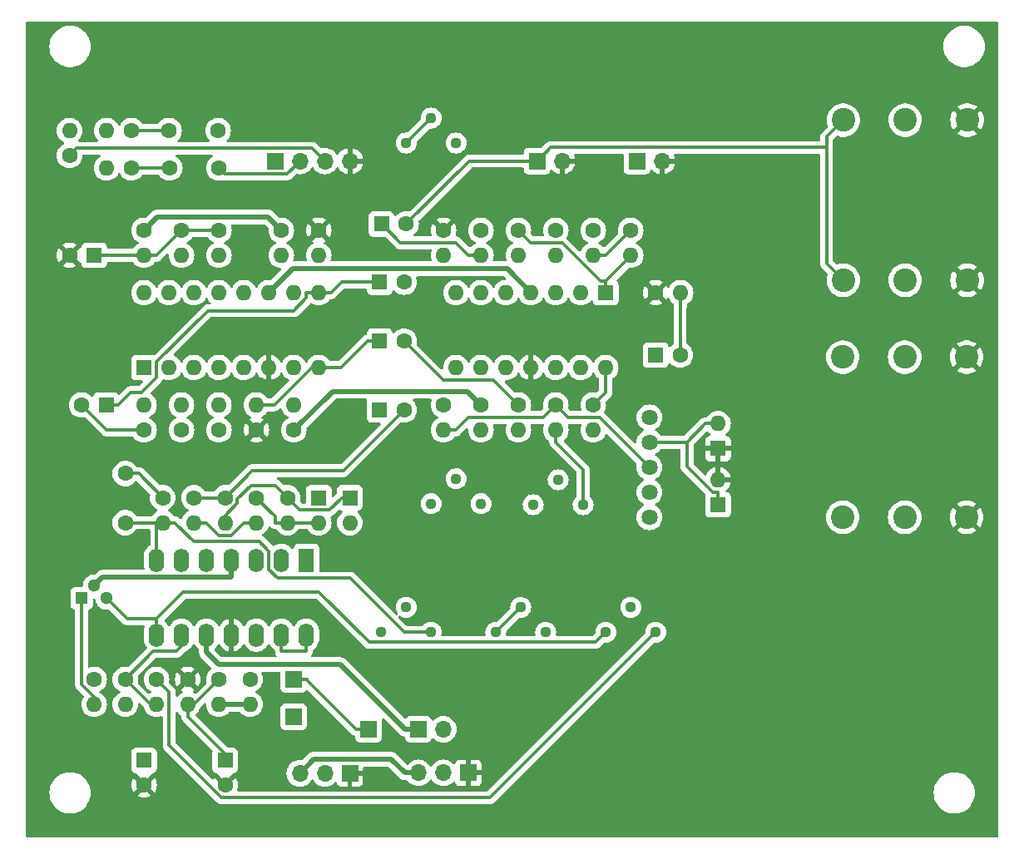
<source format=gtl>
G04 #@! TF.GenerationSoftware,KiCad,Pcbnew,8.0.8*
G04 #@! TF.CreationDate,2025-01-25T18:59:26+09:00*
G04 #@! TF.ProjectId,LM13700_VCA,4c4d3133-3730-4305-9f56-43412e6b6963,rev?*
G04 #@! TF.SameCoordinates,Original*
G04 #@! TF.FileFunction,Copper,L1,Top*
G04 #@! TF.FilePolarity,Positive*
%FSLAX46Y46*%
G04 Gerber Fmt 4.6, Leading zero omitted, Abs format (unit mm)*
G04 Created by KiCad (PCBNEW 8.0.8) date 2025-01-25 18:59:26*
%MOMM*%
%LPD*%
G01*
G04 APERTURE LIST*
G04 #@! TA.AperFunction,ComponentPad*
%ADD10C,1.600000*%
G04 #@! TD*
G04 #@! TA.AperFunction,ComponentPad*
%ADD11O,1.600000X1.600000*%
G04 #@! TD*
G04 #@! TA.AperFunction,ComponentPad*
%ADD12C,1.120000*%
G04 #@! TD*
G04 #@! TA.AperFunction,ComponentPad*
%ADD13R,1.600000X1.600000*%
G04 #@! TD*
G04 #@! TA.AperFunction,ComponentPad*
%ADD14R,1.700000X1.700000*%
G04 #@! TD*
G04 #@! TA.AperFunction,ComponentPad*
%ADD15O,1.700000X1.700000*%
G04 #@! TD*
G04 #@! TA.AperFunction,ComponentPad*
%ADD16C,2.400000*%
G04 #@! TD*
G04 #@! TA.AperFunction,ComponentPad*
%ADD17C,1.635000*%
G04 #@! TD*
G04 #@! TA.AperFunction,ComponentPad*
%ADD18R,1.300000X1.300000*%
G04 #@! TD*
G04 #@! TA.AperFunction,ComponentPad*
%ADD19C,1.300000*%
G04 #@! TD*
G04 #@! TA.AperFunction,ComponentPad*
%ADD20R,1.600000X2.400000*%
G04 #@! TD*
G04 #@! TA.AperFunction,ComponentPad*
%ADD21O,1.600000X2.400000*%
G04 #@! TD*
G04 #@! TA.AperFunction,ViaPad*
%ADD22C,0.600000*%
G04 #@! TD*
G04 #@! TA.AperFunction,Conductor*
%ADD23C,0.300000*%
G04 #@! TD*
G04 #@! TA.AperFunction,Conductor*
%ADD24C,0.500000*%
G04 #@! TD*
G04 APERTURE END LIST*
D10*
X51435000Y-72945000D03*
D11*
X51435000Y-75485000D03*
D10*
X80010000Y-45720000D03*
D11*
X80010000Y-48260000D03*
D10*
X80010000Y-63500000D03*
D11*
X80010000Y-66040000D03*
D12*
X78740000Y-73550000D03*
X81280000Y-71010000D03*
X83820000Y-73550000D03*
D10*
X57150000Y-39370000D03*
X52150000Y-39370000D03*
D13*
X107950000Y-67945000D03*
D11*
X107950000Y-65405000D03*
D10*
X50800000Y-91440000D03*
D11*
X50800000Y-93980000D03*
D12*
X96520000Y-86640000D03*
X99060000Y-84100000D03*
X101600000Y-86640000D03*
D10*
X83820000Y-63500000D03*
D11*
X83820000Y-66040000D03*
D10*
X47625000Y-91440000D03*
D11*
X47625000Y-93980000D03*
D10*
X57785000Y-72945000D03*
D11*
X57785000Y-75485000D03*
D13*
X73500000Y-64000000D03*
D10*
X76000000Y-64000000D03*
D14*
X77470000Y-96520000D03*
D15*
X80010000Y-96520000D03*
D14*
X72390000Y-96520000D03*
D10*
X99060000Y-45720000D03*
D11*
X99060000Y-48260000D03*
D13*
X49530000Y-99695000D03*
D10*
X49530000Y-102195000D03*
X60960000Y-66040000D03*
D11*
X60960000Y-63500000D03*
D10*
X48260000Y-35560000D03*
D11*
X45720000Y-35560000D03*
D13*
X107950000Y-73660000D03*
D11*
X107950000Y-71120000D03*
D10*
X87630000Y-63500000D03*
D11*
X87630000Y-66040000D03*
D12*
X73660000Y-86640000D03*
X76200000Y-84100000D03*
X78740000Y-86640000D03*
D10*
X95250000Y-45720000D03*
D11*
X95250000Y-48260000D03*
D13*
X73700000Y-45085000D03*
D10*
X76200000Y-45085000D03*
X101600000Y-52070000D03*
D11*
X104140000Y-52070000D03*
D10*
X57150000Y-45720000D03*
D11*
X57150000Y-48260000D03*
D14*
X64770000Y-95250000D03*
D13*
X49530000Y-59690000D03*
D11*
X52070000Y-59690000D03*
X54610000Y-59690000D03*
X57150000Y-59690000D03*
X59690000Y-59690000D03*
X62230000Y-59690000D03*
X64770000Y-59690000D03*
X67310000Y-59690000D03*
X67310000Y-52070000D03*
X64770000Y-52070000D03*
X62230000Y-52070000D03*
X59690000Y-52070000D03*
X57150000Y-52070000D03*
X54610000Y-52070000D03*
X52070000Y-52070000D03*
X49530000Y-52070000D03*
D14*
X70470000Y-100990000D03*
D15*
X67930000Y-100990000D03*
X65390000Y-100990000D03*
D13*
X57785000Y-99695000D03*
D10*
X57785000Y-102195000D03*
D13*
X96520000Y-52070000D03*
D11*
X93980000Y-52070000D03*
X91440000Y-52070000D03*
X88900000Y-52070000D03*
X86360000Y-52070000D03*
X83820000Y-52070000D03*
X81280000Y-52070000D03*
X81280000Y-59690000D03*
X83820000Y-59690000D03*
X86360000Y-59690000D03*
X88900000Y-59690000D03*
X91440000Y-59690000D03*
X93980000Y-59690000D03*
X96520000Y-59690000D03*
D10*
X41950000Y-38100000D03*
D11*
X41950000Y-35560000D03*
D16*
X127000000Y-50800000D03*
X127000000Y-34500000D03*
X133300000Y-50800000D03*
X133300000Y-34500000D03*
X120700000Y-50800000D03*
X120700000Y-34500000D03*
D10*
X49530000Y-45720000D03*
D11*
X49530000Y-48260000D03*
D13*
X67310000Y-72945000D03*
D11*
X67310000Y-75485000D03*
D13*
X45680000Y-63500000D03*
D10*
X43180000Y-63500000D03*
X44450000Y-91440000D03*
D11*
X44450000Y-93980000D03*
D10*
X53975000Y-91440000D03*
D11*
X53975000Y-93980000D03*
D12*
X89139500Y-73660000D03*
X91679500Y-71120000D03*
X94219500Y-73660000D03*
D17*
X100965000Y-67310000D03*
X100965000Y-69850000D03*
X100965000Y-72390000D03*
X100965000Y-64770000D03*
X100965000Y-74930000D03*
D13*
X73500000Y-51000000D03*
D10*
X76000000Y-51000000D03*
X63500000Y-45720000D03*
D11*
X63500000Y-48260000D03*
D10*
X91440000Y-63500000D03*
D11*
X91440000Y-66040000D03*
D10*
X83820000Y-45720000D03*
D11*
X83820000Y-48260000D03*
D10*
X57150000Y-91440000D03*
D11*
X57150000Y-93980000D03*
D14*
X82550000Y-100965000D03*
D15*
X80010000Y-100965000D03*
X77470000Y-100965000D03*
D14*
X62865000Y-38665000D03*
D15*
X65405000Y-38665000D03*
X67945000Y-38665000D03*
X70485000Y-38665000D03*
D10*
X54610000Y-72945000D03*
D11*
X54610000Y-75485000D03*
D10*
X53340000Y-45720000D03*
D11*
X53340000Y-48260000D03*
D10*
X57150000Y-66040000D03*
D11*
X57150000Y-63500000D03*
D12*
X76200000Y-36830000D03*
X78740000Y-34290000D03*
X81280000Y-36830000D03*
D10*
X53340000Y-66040000D03*
D11*
X53340000Y-63500000D03*
D13*
X101600000Y-58420000D03*
D10*
X104100000Y-58420000D03*
D18*
X43180000Y-83185000D03*
D19*
X44450000Y-81915000D03*
X45720000Y-83185000D03*
D10*
X60960000Y-72945000D03*
D11*
X60960000Y-75485000D03*
D10*
X64135000Y-72945000D03*
D11*
X64135000Y-75485000D03*
D10*
X57070000Y-35560000D03*
X52070000Y-35560000D03*
D16*
X126950000Y-74930000D03*
X126950000Y-58630000D03*
X133250000Y-74930000D03*
X133250000Y-58630000D03*
X120650000Y-74930000D03*
X120650000Y-58630000D03*
D10*
X60325000Y-91440000D03*
D11*
X60325000Y-93980000D03*
D10*
X48260000Y-39370000D03*
D11*
X45720000Y-39370000D03*
D10*
X67310000Y-45720000D03*
D11*
X67310000Y-48260000D03*
D14*
X64770000Y-91440000D03*
D10*
X91440000Y-45720000D03*
D11*
X91440000Y-48260000D03*
D14*
X89530000Y-38665000D03*
D15*
X92070000Y-38665000D03*
D10*
X95250000Y-63500000D03*
D11*
X95250000Y-66040000D03*
D13*
X73500000Y-57000000D03*
D10*
X76000000Y-57000000D03*
D20*
X66045000Y-79305000D03*
D21*
X63505000Y-79305000D03*
X60965000Y-79305000D03*
X58425000Y-79305000D03*
X55885000Y-79305000D03*
X53345000Y-79305000D03*
X50805000Y-79305000D03*
X50805000Y-86925000D03*
X53345000Y-86925000D03*
X55885000Y-86925000D03*
X58425000Y-86925000D03*
X60965000Y-86925000D03*
X63505000Y-86925000D03*
X66045000Y-86925000D03*
D14*
X99695000Y-38665000D03*
D15*
X102235000Y-38665000D03*
D12*
X85329500Y-86640000D03*
X87869500Y-84100000D03*
X90409500Y-86640000D03*
D10*
X87630000Y-45720000D03*
D11*
X87630000Y-48260000D03*
D10*
X64770000Y-66040000D03*
D11*
X64770000Y-63500000D03*
D10*
X49530000Y-66040000D03*
D11*
X49530000Y-63500000D03*
D10*
X47625000Y-75485000D03*
X47625000Y-70485000D03*
D13*
X70485000Y-72945000D03*
D11*
X70485000Y-75485000D03*
D13*
X44450000Y-48260000D03*
D10*
X41950000Y-48260000D03*
D22*
X62230000Y-64516000D03*
X61468000Y-60960000D03*
X87884000Y-58166000D03*
X46736000Y-87884000D03*
X57658000Y-88900000D03*
X47498000Y-68326000D03*
X53340000Y-97282000D03*
X55118000Y-99568000D03*
X59690000Y-57150000D03*
X58928000Y-61722000D03*
X89408000Y-62484000D03*
D23*
X57418050Y-103495100D02*
X52089800Y-98166850D01*
X52089800Y-92729800D02*
X50800000Y-91440000D01*
X52089800Y-98166850D02*
X52089800Y-92729800D01*
X84744900Y-103495100D02*
X57418050Y-103495100D01*
X101600000Y-86640000D02*
X84744900Y-103495100D01*
X95504800Y-87655200D02*
X96520000Y-86640000D01*
X72435200Y-87655200D02*
X95504800Y-87655200D01*
X67330000Y-82550000D02*
X72435200Y-87655200D01*
X53529800Y-82550000D02*
X67330000Y-82550000D01*
X50805000Y-85274800D02*
X53529800Y-82550000D01*
X99060000Y-48381300D02*
X99060000Y-48260000D01*
X96520000Y-50921300D02*
X99060000Y-48381300D01*
X66577000Y-59690000D02*
X67310000Y-59690000D01*
X62767000Y-63500000D02*
X66577000Y-59690000D01*
X60960000Y-63500000D02*
X62767000Y-63500000D01*
X69624600Y-72945000D02*
X70485000Y-72945000D01*
X68372900Y-74196700D02*
X69624600Y-72945000D01*
X65386700Y-74196700D02*
X68372900Y-74196700D01*
X64135000Y-72945000D02*
X65386700Y-74196700D01*
X62874700Y-71684700D02*
X64135000Y-72945000D01*
X59036700Y-73524000D02*
X59036700Y-73098200D01*
X57785000Y-74775700D02*
X59036700Y-73524000D01*
X59036700Y-73098200D02*
X60450200Y-71684700D01*
X57785000Y-75485000D02*
X57785000Y-74775700D01*
X60450200Y-71684700D02*
X62874700Y-71684700D01*
X50488300Y-88576700D02*
X47625000Y-91440000D01*
X53345000Y-88063700D02*
X52832000Y-88576700D01*
X53345000Y-86925000D02*
X53345000Y-88063700D01*
X52832000Y-88576700D02*
X50488300Y-88576700D01*
X44450000Y-93247000D02*
X44450000Y-93980000D01*
X43180000Y-83185000D02*
X43180000Y-91977000D01*
X43180000Y-91977000D02*
X44450000Y-93247000D01*
X50165000Y-93980000D02*
X47625000Y-91440000D01*
X50800000Y-93980000D02*
X50165000Y-93980000D01*
X53975000Y-95231700D02*
X53975000Y-93980000D01*
X57785000Y-99041700D02*
X53975000Y-95231700D01*
X57785000Y-99695000D02*
X57785000Y-99041700D01*
X54610000Y-93980000D02*
X53975000Y-93980000D01*
X57150000Y-91440000D02*
X54610000Y-93980000D01*
X66045000Y-88576700D02*
X63505000Y-88576700D01*
X66045000Y-86925000D02*
X66045000Y-88576700D01*
X63505000Y-86925000D02*
X63505000Y-88576700D01*
X66071700Y-91503400D02*
X71088300Y-96520000D01*
X66071700Y-91440000D02*
X66071700Y-91503400D01*
X72390000Y-96520000D02*
X71088300Y-96520000D01*
X64770000Y-91440000D02*
X66071700Y-91440000D01*
X92710000Y-64770000D02*
X91440000Y-63500000D01*
X95885000Y-64770000D02*
X92710000Y-64770000D01*
X100965000Y-69850000D02*
X95885000Y-64770000D01*
X80010000Y-66040000D02*
X81261700Y-66040000D01*
X82531700Y-64770000D02*
X81261700Y-66040000D01*
X90170000Y-64770000D02*
X82531700Y-64770000D01*
X91440000Y-63500000D02*
X90170000Y-64770000D01*
X96520000Y-62230000D02*
X95250000Y-63500000D01*
X96520000Y-59690000D02*
X96520000Y-62230000D01*
X94219500Y-70071200D02*
X94219500Y-73660000D01*
X91440000Y-67291700D02*
X94219500Y-70071200D01*
X91440000Y-66040000D02*
X91440000Y-67291700D01*
X78740000Y-34290000D02*
X76200000Y-36830000D01*
X96520000Y-52070000D02*
X96520000Y-50969100D01*
X96520000Y-50969100D02*
X96520000Y-50921300D01*
X88900000Y-46990000D02*
X87630000Y-45720000D01*
X92075100Y-46990000D02*
X88900000Y-46990000D01*
X96006400Y-50921300D02*
X92075100Y-46990000D01*
X96520000Y-50921300D02*
X96006400Y-50921300D01*
X99041700Y-45720000D02*
X99060000Y-45720000D01*
X96501700Y-48260000D02*
X99041700Y-45720000D01*
X95250000Y-48260000D02*
X96501700Y-48260000D01*
X87869500Y-84100000D02*
X85329500Y-86640000D01*
X47808300Y-85273300D02*
X45720000Y-83185000D01*
X50805000Y-85273300D02*
X47808300Y-85273300D01*
X50805000Y-86925000D02*
X50805000Y-85424100D01*
X50805000Y-85424100D02*
X50805000Y-85274800D01*
X50805000Y-85274800D02*
X50805000Y-85273300D01*
X42686700Y-37363300D02*
X41950000Y-38100000D01*
X66643300Y-37363300D02*
X42686700Y-37363300D01*
X67945000Y-38665000D02*
X66643300Y-37363300D01*
D24*
X50886500Y-44363500D02*
X49530000Y-45720000D01*
X62143500Y-44363500D02*
X50886500Y-44363500D01*
X63500000Y-45720000D02*
X62143500Y-44363500D01*
X82437200Y-62117200D02*
X83820000Y-63500000D01*
X68692800Y-62117200D02*
X82437200Y-62117200D01*
X64770000Y-66040000D02*
X68692800Y-62117200D01*
X69485500Y-89937200D02*
X76068300Y-96520000D01*
X57145500Y-89937200D02*
X69485500Y-89937200D01*
X55885000Y-88676700D02*
X57145500Y-89937200D01*
X55885000Y-86925000D02*
X55885000Y-88676700D01*
X77470000Y-96520000D02*
X76068300Y-96520000D01*
X64651700Y-49648300D02*
X62230000Y-52070000D01*
X86478300Y-49648300D02*
X64651700Y-49648300D01*
X88900000Y-52070000D02*
X86478300Y-49648300D01*
X60325000Y-93980000D02*
X57150000Y-93980000D01*
X45308300Y-81056700D02*
X44450000Y-81915000D01*
X58425000Y-81056700D02*
X45308300Y-81056700D01*
X58425000Y-79305000D02*
X58425000Y-81056700D01*
X74691600Y-99588300D02*
X76068300Y-100965000D01*
X66791700Y-99588300D02*
X74691600Y-99588300D01*
X65390000Y-100990000D02*
X66791700Y-99588300D01*
X77470000Y-100965000D02*
X76068300Y-100965000D01*
D23*
X107950000Y-65405000D02*
X106698300Y-65405000D01*
X107950000Y-73660000D02*
X107950000Y-72408300D01*
X104793300Y-69799200D02*
X104793300Y-67310000D01*
X107402400Y-72408300D02*
X104793300Y-69799200D01*
X107950000Y-72408300D02*
X107402400Y-72408300D01*
X100965000Y-67310000D02*
X104793300Y-67310000D01*
X104793300Y-67310000D02*
X106698300Y-65405000D01*
X67310000Y-75485000D02*
X64135000Y-75485000D01*
X62883300Y-74868300D02*
X60960000Y-72945000D01*
X62883300Y-75485000D02*
X62883300Y-74868300D01*
X64135000Y-75485000D02*
X62883300Y-75485000D01*
X85096300Y-60966300D02*
X87630000Y-63500000D01*
X79966300Y-60966300D02*
X85096300Y-60966300D01*
X76000000Y-57000000D02*
X79966300Y-60966300D01*
X104100000Y-53361700D02*
X104100000Y-58420000D01*
X104140000Y-53321700D02*
X104100000Y-53361700D01*
X104140000Y-52070000D02*
X104140000Y-53321700D01*
X81298200Y-46989900D02*
X82568300Y-48260000D01*
X75604900Y-46989900D02*
X81298200Y-46989900D01*
X73700000Y-45085000D02*
X75604900Y-46989900D01*
X83820000Y-48260000D02*
X82568300Y-48260000D01*
X82620000Y-38665000D02*
X76200000Y-45085000D01*
X89530000Y-38665000D02*
X82620000Y-38665000D01*
X90896600Y-37298400D02*
X89530000Y-38665000D01*
X119006200Y-37298400D02*
X90896600Y-37298400D01*
X119006200Y-36193800D02*
X119006200Y-37298400D01*
X120700000Y-34500000D02*
X119006200Y-36193800D01*
X119006200Y-49106200D02*
X120700000Y-50800000D01*
X119006200Y-37298400D02*
X119006200Y-49106200D01*
X51435000Y-75485000D02*
X52686700Y-75485000D01*
X75989400Y-86640000D02*
X78740000Y-86640000D01*
X70486100Y-81136700D02*
X75989400Y-86640000D01*
X63109900Y-81136700D02*
X70486100Y-81136700D01*
X62235000Y-80261800D02*
X63109900Y-81136700D01*
X62235000Y-78388000D02*
X62235000Y-80261800D01*
X61257000Y-77410000D02*
X62235000Y-78388000D01*
X54611700Y-77410000D02*
X61257000Y-77410000D01*
X52686700Y-75485000D02*
X54611700Y-77410000D01*
X50805000Y-79305000D02*
X50805000Y-77653300D01*
X50805000Y-75485000D02*
X50805000Y-77653300D01*
X47625000Y-75485000D02*
X50805000Y-75485000D01*
X50805000Y-75485000D02*
X51435000Y-75485000D01*
X58421500Y-76771800D02*
X59708300Y-75485000D01*
X57148500Y-76771800D02*
X58421500Y-76771800D01*
X55861700Y-75485000D02*
X57148500Y-76771800D01*
X54610000Y-75485000D02*
X55861700Y-75485000D01*
X60960000Y-75485000D02*
X59708300Y-75485000D01*
X48975000Y-70485000D02*
X51435000Y-72945000D01*
X47625000Y-70485000D02*
X48975000Y-70485000D01*
X69558300Y-59690000D02*
X72248300Y-57000000D01*
X67310000Y-59690000D02*
X69558300Y-59690000D01*
X73500000Y-57000000D02*
X72248300Y-57000000D01*
X54610000Y-72945000D02*
X57785000Y-72945000D01*
X60545700Y-70184300D02*
X57785000Y-72945000D01*
X69815700Y-70184300D02*
X60545700Y-70184300D01*
X76000000Y-64000000D02*
X69815700Y-70184300D01*
X45720000Y-66040000D02*
X49530000Y-66040000D01*
X43180000Y-63500000D02*
X45720000Y-66040000D01*
X69631700Y-51000000D02*
X68561700Y-52070000D01*
X73500000Y-51000000D02*
X69631700Y-51000000D01*
X67310000Y-52070000D02*
X68561700Y-52070000D01*
X66058300Y-52588700D02*
X66058300Y-52070000D01*
X64727200Y-53919800D02*
X66058300Y-52588700D01*
X56008600Y-53919800D02*
X64727200Y-53919800D01*
X50800000Y-59128400D02*
X56008600Y-53919800D01*
X50800000Y-60686900D02*
X50800000Y-59128400D01*
X49238600Y-62248300D02*
X50800000Y-60686900D01*
X48183400Y-62248300D02*
X49238600Y-62248300D01*
X46931700Y-63500000D02*
X48183400Y-62248300D01*
X45680000Y-63500000D02*
X46931700Y-63500000D01*
X67310000Y-52070000D02*
X66058300Y-52070000D01*
X48260000Y-39370000D02*
X52150000Y-39370000D01*
X57746700Y-39966700D02*
X57150000Y-39370000D01*
X64103300Y-39966700D02*
X57746700Y-39966700D01*
X65405000Y-38665000D02*
X64103300Y-39966700D01*
X48260000Y-35560000D02*
X52070000Y-35560000D01*
X53340000Y-45720000D02*
X57150000Y-45720000D01*
X44450000Y-48260000D02*
X49530000Y-48260000D01*
X53321700Y-45720000D02*
X53340000Y-45720000D01*
X50781700Y-48260000D02*
X53321700Y-45720000D01*
X49530000Y-48260000D02*
X50781700Y-48260000D01*
G04 #@! TA.AperFunction,Conductor*
G36*
X52945503Y-94783584D02*
G01*
X52965873Y-94806172D01*
X52968735Y-94810258D01*
X52974956Y-94819143D01*
X53135855Y-94980042D01*
X53135858Y-94980044D01*
X53135861Y-94980047D01*
X53271626Y-95075109D01*
X53315248Y-95129683D01*
X53324500Y-95176682D01*
X53324500Y-95295769D01*
X53324500Y-95295771D01*
X53324499Y-95295771D01*
X53349497Y-95421438D01*
X53349499Y-95421444D01*
X53374377Y-95481506D01*
X53398535Y-95539827D01*
X53469723Y-95646369D01*
X53469726Y-95646373D01*
X53469727Y-95646374D01*
X56467147Y-98643793D01*
X56500632Y-98705116D01*
X56495650Y-98774800D01*
X56490910Y-98787509D01*
X56490908Y-98787516D01*
X56484501Y-98847116D01*
X56484501Y-98847123D01*
X56484500Y-98847135D01*
X56484500Y-100542870D01*
X56484501Y-100542876D01*
X56490908Y-100602483D01*
X56541202Y-100737328D01*
X56541206Y-100737335D01*
X56627452Y-100852544D01*
X56627455Y-100852547D01*
X56742664Y-100938793D01*
X56742671Y-100938797D01*
X56787618Y-100955561D01*
X56877517Y-100989091D01*
X56937127Y-100995500D01*
X56937153Y-100995499D01*
X56940453Y-100995678D01*
X56940372Y-100997183D01*
X57001672Y-101015112D01*
X57047483Y-101067867D01*
X57055016Y-101111464D01*
X57738553Y-101795000D01*
X57732339Y-101795000D01*
X57630606Y-101822259D01*
X57539394Y-101874920D01*
X57464920Y-101949394D01*
X57412259Y-102040606D01*
X57385000Y-102142339D01*
X57385000Y-102148552D01*
X56705974Y-101469526D01*
X56705973Y-101469526D01*
X56654866Y-101542515D01*
X56654865Y-101542517D01*
X56644017Y-101565782D01*
X56597844Y-101618221D01*
X56530651Y-101637373D01*
X56463770Y-101617157D01*
X56443954Y-101601058D01*
X52776619Y-97933723D01*
X52743134Y-97872400D01*
X52740300Y-97846042D01*
X52740300Y-94877297D01*
X52759985Y-94810258D01*
X52812789Y-94764503D01*
X52881947Y-94754559D01*
X52945503Y-94783584D01*
G37*
G04 #@! TD.AperFunction*
G04 #@! TA.AperFunction,Conductor*
G36*
X54686445Y-87868865D02*
G01*
X54725485Y-87913919D01*
X54772715Y-88006614D01*
X54893028Y-88172213D01*
X54893034Y-88172219D01*
X55037781Y-88316966D01*
X55083384Y-88350098D01*
X55126050Y-88405425D01*
X55134500Y-88450416D01*
X55134500Y-88750618D01*
X55134500Y-88750620D01*
X55134499Y-88750620D01*
X55163340Y-88895607D01*
X55163343Y-88895617D01*
X55219914Y-89032192D01*
X55219915Y-89032194D01*
X55219916Y-89032195D01*
X55228507Y-89045053D01*
X55252812Y-89081427D01*
X55252813Y-89081430D01*
X55302046Y-89155114D01*
X55302052Y-89155121D01*
X56368714Y-90221781D01*
X56402199Y-90283104D01*
X56397215Y-90352795D01*
X56355344Y-90408729D01*
X56352157Y-90411036D01*
X56310860Y-90439952D01*
X56149954Y-90600858D01*
X56019432Y-90787265D01*
X56019431Y-90787267D01*
X55923261Y-90993502D01*
X55923258Y-90993511D01*
X55864366Y-91213302D01*
X55864364Y-91213313D01*
X55844532Y-91439998D01*
X55844532Y-91440001D01*
X55864364Y-91666686D01*
X55864366Y-91666697D01*
X55875209Y-91707163D01*
X55873546Y-91777013D01*
X55843115Y-91826937D01*
X54814756Y-92855296D01*
X54753433Y-92888781D01*
X54683741Y-92883797D01*
X54655954Y-92869191D01*
X54636109Y-92855296D01*
X54627736Y-92849433D01*
X54627732Y-92849431D01*
X54569132Y-92822105D01*
X54516694Y-92775933D01*
X54497543Y-92708739D01*
X54517759Y-92641858D01*
X54569135Y-92597341D01*
X54627482Y-92570133D01*
X54700471Y-92519024D01*
X54021447Y-91840000D01*
X54027661Y-91840000D01*
X54129394Y-91812741D01*
X54220606Y-91760080D01*
X54295080Y-91685606D01*
X54347741Y-91594394D01*
X54375000Y-91492661D01*
X54375000Y-91486447D01*
X55054024Y-92165471D01*
X55105136Y-92092478D01*
X55201264Y-91886331D01*
X55201269Y-91886317D01*
X55260139Y-91666610D01*
X55260141Y-91666599D01*
X55279966Y-91440002D01*
X55279966Y-91439997D01*
X55260141Y-91213400D01*
X55260139Y-91213389D01*
X55201269Y-90993682D01*
X55201264Y-90993668D01*
X55105136Y-90787521D01*
X55105132Y-90787513D01*
X55054025Y-90714526D01*
X54375000Y-91393551D01*
X54375000Y-91387339D01*
X54347741Y-91285606D01*
X54295080Y-91194394D01*
X54220606Y-91119920D01*
X54129394Y-91067259D01*
X54027661Y-91040000D01*
X54021445Y-91040000D01*
X54700472Y-90360974D01*
X54627478Y-90309863D01*
X54421331Y-90213735D01*
X54421317Y-90213730D01*
X54201610Y-90154860D01*
X54201599Y-90154858D01*
X53975002Y-90135034D01*
X53974998Y-90135034D01*
X53748400Y-90154858D01*
X53748389Y-90154860D01*
X53528682Y-90213730D01*
X53528673Y-90213734D01*
X53322516Y-90309866D01*
X53322512Y-90309868D01*
X53249526Y-90360973D01*
X53249526Y-90360974D01*
X53928553Y-91040000D01*
X53922339Y-91040000D01*
X53820606Y-91067259D01*
X53729394Y-91119920D01*
X53654920Y-91194394D01*
X53602259Y-91285606D01*
X53575000Y-91387339D01*
X53575000Y-91393552D01*
X52895974Y-90714526D01*
X52895973Y-90714526D01*
X52844868Y-90787512D01*
X52844866Y-90787516D01*
X52748734Y-90993673D01*
X52748730Y-90993682D01*
X52689860Y-91213389D01*
X52689858Y-91213400D01*
X52670034Y-91439997D01*
X52670034Y-91440002D01*
X52689858Y-91666599D01*
X52689860Y-91666610D01*
X52748730Y-91886317D01*
X52748735Y-91886331D01*
X52844863Y-92092478D01*
X52895974Y-92165472D01*
X53575000Y-91486446D01*
X53575000Y-91492661D01*
X53602259Y-91594394D01*
X53654920Y-91685606D01*
X53729394Y-91760080D01*
X53820606Y-91812741D01*
X53922339Y-91840000D01*
X53928553Y-91840000D01*
X53249526Y-92519025D01*
X53322513Y-92570132D01*
X53322521Y-92570136D01*
X53380864Y-92597342D01*
X53433304Y-92643514D01*
X53452456Y-92710707D01*
X53432241Y-92777589D01*
X53380866Y-92822105D01*
X53322272Y-92849428D01*
X53322265Y-92849432D01*
X53135858Y-92979954D01*
X52974956Y-93140856D01*
X52965875Y-93153826D01*
X52911298Y-93197451D01*
X52841799Y-93204643D01*
X52779445Y-93173121D01*
X52744031Y-93112891D01*
X52740300Y-93082702D01*
X52740300Y-92665728D01*
X52715302Y-92540061D01*
X52715301Y-92540060D01*
X52715301Y-92540056D01*
X52691368Y-92482276D01*
X52673876Y-92440047D01*
X52666269Y-92421681D01*
X52666268Y-92421680D01*
X52666266Y-92421674D01*
X52650102Y-92397483D01*
X52595078Y-92315132D01*
X52595072Y-92315125D01*
X52106884Y-91826938D01*
X52073399Y-91765615D01*
X52074791Y-91707162D01*
X52085633Y-91666699D01*
X52085632Y-91666699D01*
X52085635Y-91666692D01*
X52105468Y-91440000D01*
X52085635Y-91213308D01*
X52026739Y-90993504D01*
X51930568Y-90787266D01*
X51800047Y-90600861D01*
X51800045Y-90600858D01*
X51639141Y-90439954D01*
X51452734Y-90309432D01*
X51452732Y-90309431D01*
X51246497Y-90213261D01*
X51246488Y-90213258D01*
X51026697Y-90154366D01*
X51026693Y-90154365D01*
X51026692Y-90154365D01*
X51026691Y-90154364D01*
X51026686Y-90154364D01*
X50800002Y-90134532D01*
X50799998Y-90134532D01*
X50573313Y-90154364D01*
X50573302Y-90154366D01*
X50353511Y-90213258D01*
X50353502Y-90213261D01*
X50147267Y-90309431D01*
X50147265Y-90309432D01*
X49960858Y-90439954D01*
X49799954Y-90600858D01*
X49669432Y-90787265D01*
X49669431Y-90787267D01*
X49573261Y-90993502D01*
X49573258Y-90993511D01*
X49514366Y-91213302D01*
X49514364Y-91213313D01*
X49494532Y-91439998D01*
X49494532Y-91440001D01*
X49514364Y-91666686D01*
X49514366Y-91666697D01*
X49573258Y-91886488D01*
X49573261Y-91886497D01*
X49669431Y-92092732D01*
X49669432Y-92092734D01*
X49799954Y-92279141D01*
X49960858Y-92440045D01*
X49960861Y-92440047D01*
X50147266Y-92570568D01*
X50204681Y-92597341D01*
X50205275Y-92597618D01*
X50257714Y-92643791D01*
X50276866Y-92710984D01*
X50256650Y-92777865D01*
X50205275Y-92822381D01*
X50147268Y-92849431D01*
X50147264Y-92849433D01*
X50119044Y-92869192D01*
X50052837Y-92891518D01*
X49985070Y-92874505D01*
X49960242Y-92855296D01*
X48931884Y-91826938D01*
X48898399Y-91765615D01*
X48899791Y-91707162D01*
X48910633Y-91666699D01*
X48910632Y-91666699D01*
X48910635Y-91666692D01*
X48930468Y-91440000D01*
X48910635Y-91213308D01*
X48899790Y-91172834D01*
X48901453Y-91102984D01*
X48931882Y-91053062D01*
X50721427Y-89263519D01*
X50782750Y-89230034D01*
X50809108Y-89227200D01*
X52896071Y-89227200D01*
X52980615Y-89210382D01*
X53021744Y-89202201D01*
X53140127Y-89153165D01*
X53246669Y-89081977D01*
X53755334Y-88573310D01*
X53804697Y-88543061D01*
X53844219Y-88530220D01*
X54026610Y-88437287D01*
X54161260Y-88339459D01*
X54192213Y-88316971D01*
X54192215Y-88316968D01*
X54192219Y-88316966D01*
X54336966Y-88172219D01*
X54336968Y-88172215D01*
X54336971Y-88172213D01*
X54457284Y-88006614D01*
X54457286Y-88006611D01*
X54457287Y-88006610D01*
X54504516Y-87913917D01*
X54552489Y-87863123D01*
X54620310Y-87846328D01*
X54686445Y-87868865D01*
G37*
G04 #@! TD.AperFunction*
G04 #@! TA.AperFunction,Conductor*
G36*
X58675000Y-88601606D02*
G01*
X58729421Y-88592988D01*
X58924031Y-88529754D01*
X59106349Y-88436859D01*
X59271894Y-88316582D01*
X59271895Y-88316582D01*
X59416582Y-88171895D01*
X59416582Y-88171894D01*
X59536861Y-88006347D01*
X59584234Y-87913371D01*
X59632208Y-87862575D01*
X59700028Y-87845779D01*
X59766164Y-87868316D01*
X59805203Y-87913369D01*
X59852713Y-88006611D01*
X59973028Y-88172213D01*
X60117786Y-88316971D01*
X60239535Y-88405425D01*
X60283390Y-88437287D01*
X60362195Y-88477440D01*
X60465776Y-88530218D01*
X60465778Y-88530218D01*
X60465781Y-88530220D01*
X60570137Y-88564127D01*
X60660465Y-88593477D01*
X60761557Y-88609488D01*
X60862648Y-88625500D01*
X60862649Y-88625500D01*
X61067351Y-88625500D01*
X61067352Y-88625500D01*
X61269534Y-88593477D01*
X61464219Y-88530220D01*
X61646610Y-88437287D01*
X61781260Y-88339459D01*
X61812213Y-88316971D01*
X61812215Y-88316968D01*
X61812219Y-88316966D01*
X61956966Y-88172219D01*
X61956968Y-88172215D01*
X61956971Y-88172213D01*
X62077284Y-88006614D01*
X62077286Y-88006611D01*
X62077287Y-88006610D01*
X62124516Y-87913917D01*
X62172489Y-87863123D01*
X62240310Y-87846328D01*
X62306445Y-87868865D01*
X62345485Y-87913919D01*
X62392715Y-88006614D01*
X62513028Y-88172213D01*
X62657784Y-88316969D01*
X62688740Y-88339459D01*
X62803385Y-88422753D01*
X62846051Y-88478081D01*
X62854500Y-88523070D01*
X62854500Y-88640769D01*
X62854500Y-88640771D01*
X62854499Y-88640771D01*
X62879497Y-88766438D01*
X62879499Y-88766444D01*
X62928533Y-88884824D01*
X62928538Y-88884833D01*
X63001354Y-88993809D01*
X63022232Y-89060487D01*
X63003747Y-89127867D01*
X62951769Y-89174557D01*
X62898252Y-89186700D01*
X57507729Y-89186700D01*
X57440690Y-89167015D01*
X57420048Y-89150381D01*
X56747107Y-88477440D01*
X56713622Y-88416117D01*
X56718606Y-88346425D01*
X56747107Y-88302078D01*
X56797066Y-88252119D01*
X56876966Y-88172219D01*
X56876968Y-88172215D01*
X56876971Y-88172213D01*
X56997284Y-88006614D01*
X56997286Y-88006611D01*
X56997287Y-88006610D01*
X57044795Y-87913369D01*
X57092770Y-87862574D01*
X57160591Y-87845779D01*
X57226725Y-87868316D01*
X57265765Y-87913370D01*
X57313140Y-88006349D01*
X57433417Y-88171894D01*
X57433417Y-88171895D01*
X57578104Y-88316582D01*
X57743650Y-88436859D01*
X57925968Y-88529754D01*
X58120578Y-88592988D01*
X58175000Y-88601607D01*
X58175000Y-87240686D01*
X58179394Y-87245080D01*
X58270606Y-87297741D01*
X58372339Y-87325000D01*
X58477661Y-87325000D01*
X58579394Y-87297741D01*
X58670606Y-87245080D01*
X58675000Y-87240686D01*
X58675000Y-88601606D01*
G37*
G04 #@! TD.AperFunction*
G04 #@! TA.AperFunction,Conductor*
G36*
X89150000Y-60968872D02*
G01*
X89346317Y-60916269D01*
X89346326Y-60916265D01*
X89552482Y-60820134D01*
X89738820Y-60689657D01*
X89899657Y-60528820D01*
X90030132Y-60342484D01*
X90057341Y-60284134D01*
X90103513Y-60231695D01*
X90170707Y-60212542D01*
X90237588Y-60232757D01*
X90282105Y-60284132D01*
X90296872Y-60315800D01*
X90309431Y-60342732D01*
X90309432Y-60342734D01*
X90439954Y-60529141D01*
X90600858Y-60690045D01*
X90600861Y-60690047D01*
X90787266Y-60820568D01*
X90993504Y-60916739D01*
X90993509Y-60916740D01*
X90993511Y-60916741D01*
X91046415Y-60930916D01*
X91213308Y-60975635D01*
X91375230Y-60989801D01*
X91439998Y-60995468D01*
X91440000Y-60995468D01*
X91440002Y-60995468D01*
X91496807Y-60990498D01*
X91666692Y-60975635D01*
X91886496Y-60916739D01*
X92092734Y-60820568D01*
X92279139Y-60690047D01*
X92440047Y-60529139D01*
X92570568Y-60342734D01*
X92597618Y-60284724D01*
X92643790Y-60232285D01*
X92710983Y-60213133D01*
X92777865Y-60233348D01*
X92822381Y-60284724D01*
X92836517Y-60315038D01*
X92849429Y-60342728D01*
X92849432Y-60342734D01*
X92979954Y-60529141D01*
X93140858Y-60690045D01*
X93140861Y-60690047D01*
X93327266Y-60820568D01*
X93533504Y-60916739D01*
X93533509Y-60916740D01*
X93533511Y-60916741D01*
X93586415Y-60930916D01*
X93753308Y-60975635D01*
X93915230Y-60989801D01*
X93979998Y-60995468D01*
X93980000Y-60995468D01*
X93980002Y-60995468D01*
X94036807Y-60990498D01*
X94206692Y-60975635D01*
X94426496Y-60916739D01*
X94632734Y-60820568D01*
X94819139Y-60690047D01*
X94980047Y-60529139D01*
X95110568Y-60342734D01*
X95137618Y-60284724D01*
X95183790Y-60232285D01*
X95250983Y-60213133D01*
X95317865Y-60233348D01*
X95362381Y-60284724D01*
X95376517Y-60315038D01*
X95389429Y-60342728D01*
X95389432Y-60342734D01*
X95519954Y-60529141D01*
X95680855Y-60690042D01*
X95680858Y-60690044D01*
X95680861Y-60690047D01*
X95816626Y-60785109D01*
X95860248Y-60839683D01*
X95869500Y-60886682D01*
X95869500Y-61909192D01*
X95849815Y-61976231D01*
X95833181Y-61996873D01*
X95636938Y-62193115D01*
X95575615Y-62226600D01*
X95517165Y-62225209D01*
X95476700Y-62214367D01*
X95476697Y-62214366D01*
X95476692Y-62214365D01*
X95476689Y-62214364D01*
X95476686Y-62214364D01*
X95250002Y-62194532D01*
X95249998Y-62194532D01*
X95023313Y-62214364D01*
X95023302Y-62214366D01*
X94803511Y-62273258D01*
X94803502Y-62273261D01*
X94597267Y-62369431D01*
X94597265Y-62369432D01*
X94410858Y-62499954D01*
X94249954Y-62660858D01*
X94119432Y-62847265D01*
X94119431Y-62847267D01*
X94023261Y-63053502D01*
X94023258Y-63053511D01*
X93964366Y-63273302D01*
X93964364Y-63273313D01*
X93944532Y-63499998D01*
X93944532Y-63500001D01*
X93964364Y-63726686D01*
X93964366Y-63726697D01*
X94023258Y-63946488D01*
X94025111Y-63951577D01*
X94023079Y-63952316D01*
X94032165Y-64012190D01*
X94003636Y-64075970D01*
X93945154Y-64114201D01*
X93909293Y-64119500D01*
X93030807Y-64119500D01*
X92963768Y-64099815D01*
X92943126Y-64083181D01*
X92746884Y-63886939D01*
X92713399Y-63825616D01*
X92714790Y-63767164D01*
X92725635Y-63726692D01*
X92745468Y-63500000D01*
X92742586Y-63467064D01*
X92736223Y-63394325D01*
X92725635Y-63273308D01*
X92666739Y-63053504D01*
X92570568Y-62847266D01*
X92472839Y-62707693D01*
X92440045Y-62660858D01*
X92279141Y-62499954D01*
X92092734Y-62369432D01*
X92092732Y-62369431D01*
X91886497Y-62273261D01*
X91886488Y-62273258D01*
X91666697Y-62214366D01*
X91666693Y-62214365D01*
X91666692Y-62214365D01*
X91666691Y-62214364D01*
X91666686Y-62214364D01*
X91440002Y-62194532D01*
X91439998Y-62194532D01*
X91213313Y-62214364D01*
X91213302Y-62214366D01*
X90993511Y-62273258D01*
X90993502Y-62273261D01*
X90787267Y-62369431D01*
X90787265Y-62369432D01*
X90600858Y-62499954D01*
X90439954Y-62660858D01*
X90309432Y-62847265D01*
X90309431Y-62847267D01*
X90213261Y-63053502D01*
X90213258Y-63053511D01*
X90154366Y-63273302D01*
X90154364Y-63273313D01*
X90134532Y-63499998D01*
X90134532Y-63500001D01*
X90154364Y-63726686D01*
X90154366Y-63726697D01*
X90165209Y-63767163D01*
X90163546Y-63837013D01*
X90133115Y-63886937D01*
X89936871Y-64083182D01*
X89875551Y-64116666D01*
X89849192Y-64119500D01*
X88970707Y-64119500D01*
X88903668Y-64099815D01*
X88857913Y-64047011D01*
X88847969Y-63977853D01*
X88855706Y-63951874D01*
X88854889Y-63951577D01*
X88856734Y-63946504D01*
X88856739Y-63946496D01*
X88915635Y-63726692D01*
X88935468Y-63500000D01*
X88932586Y-63467064D01*
X88926223Y-63394325D01*
X88915635Y-63273308D01*
X88856739Y-63053504D01*
X88760568Y-62847266D01*
X88662839Y-62707693D01*
X88630045Y-62660858D01*
X88469141Y-62499954D01*
X88282734Y-62369432D01*
X88282732Y-62369431D01*
X88076497Y-62273261D01*
X88076488Y-62273258D01*
X87856697Y-62214366D01*
X87856693Y-62214365D01*
X87856692Y-62214365D01*
X87856691Y-62214364D01*
X87856686Y-62214364D01*
X87630002Y-62194532D01*
X87629998Y-62194532D01*
X87403313Y-62214364D01*
X87403299Y-62214367D01*
X87362834Y-62225209D01*
X87292984Y-62223545D01*
X87243061Y-62193115D01*
X86256154Y-61206208D01*
X86222669Y-61144885D01*
X86227653Y-61075193D01*
X86269525Y-61019260D01*
X86334989Y-60994843D01*
X86354638Y-60994998D01*
X86360000Y-60995468D01*
X86586692Y-60975635D01*
X86806496Y-60916739D01*
X87012734Y-60820568D01*
X87199139Y-60690047D01*
X87360047Y-60529139D01*
X87490568Y-60342734D01*
X87517895Y-60284129D01*
X87564064Y-60231695D01*
X87631257Y-60212542D01*
X87698139Y-60232757D01*
X87742657Y-60284133D01*
X87769865Y-60342482D01*
X87900342Y-60528820D01*
X88061179Y-60689657D01*
X88247517Y-60820134D01*
X88453673Y-60916265D01*
X88453682Y-60916269D01*
X88649999Y-60968872D01*
X88650000Y-60968871D01*
X88650000Y-60005686D01*
X88654394Y-60010080D01*
X88745606Y-60062741D01*
X88847339Y-60090000D01*
X88952661Y-60090000D01*
X89054394Y-60062741D01*
X89145606Y-60010080D01*
X89150000Y-60005686D01*
X89150000Y-60968872D01*
G37*
G04 #@! TD.AperFunction*
G04 #@! TA.AperFunction,Conductor*
G36*
X136442539Y-24520185D02*
G01*
X136488294Y-24572989D01*
X136499500Y-24624500D01*
X136499500Y-107375500D01*
X136479815Y-107442539D01*
X136427011Y-107488294D01*
X136375500Y-107499500D01*
X37624500Y-107499500D01*
X37557461Y-107479815D01*
X37511706Y-107427011D01*
X37500500Y-107375500D01*
X37500500Y-103000000D01*
X39894592Y-103000000D01*
X39914201Y-103286680D01*
X39972666Y-103568034D01*
X39972667Y-103568037D01*
X40068894Y-103838793D01*
X40068893Y-103838793D01*
X40201098Y-104093935D01*
X40366812Y-104328700D01*
X40451923Y-104419831D01*
X40562947Y-104538708D01*
X40785853Y-104720055D01*
X41031382Y-104869365D01*
X41218237Y-104950526D01*
X41294942Y-104983844D01*
X41571642Y-105061371D01*
X41821920Y-105095771D01*
X41856321Y-105100500D01*
X41856322Y-105100500D01*
X42143679Y-105100500D01*
X42174370Y-105096281D01*
X42428358Y-105061371D01*
X42705058Y-104983844D01*
X42818015Y-104934779D01*
X42968617Y-104869365D01*
X42968620Y-104869363D01*
X42968625Y-104869361D01*
X43214147Y-104720055D01*
X43437053Y-104538708D01*
X43633189Y-104328698D01*
X43798901Y-104093936D01*
X43931104Y-103838797D01*
X44027334Y-103568032D01*
X44085798Y-103286686D01*
X44105408Y-103000000D01*
X44085798Y-102713314D01*
X44027334Y-102431968D01*
X43986680Y-102317580D01*
X43943114Y-102194997D01*
X48225034Y-102194997D01*
X48225034Y-102195000D01*
X48244858Y-102421599D01*
X48244860Y-102421610D01*
X48303730Y-102641317D01*
X48303735Y-102641331D01*
X48399863Y-102847478D01*
X48450974Y-102920472D01*
X49130000Y-102241446D01*
X49130000Y-102247661D01*
X49157259Y-102349394D01*
X49209920Y-102440606D01*
X49284394Y-102515080D01*
X49375606Y-102567741D01*
X49477339Y-102595000D01*
X49483553Y-102595000D01*
X48804526Y-103274025D01*
X48877513Y-103325132D01*
X48877521Y-103325136D01*
X49083668Y-103421264D01*
X49083682Y-103421269D01*
X49303389Y-103480139D01*
X49303400Y-103480141D01*
X49529998Y-103499966D01*
X49530002Y-103499966D01*
X49756599Y-103480141D01*
X49756610Y-103480139D01*
X49976317Y-103421269D01*
X49976331Y-103421264D01*
X50182478Y-103325136D01*
X50255471Y-103274024D01*
X49576447Y-102595000D01*
X49582661Y-102595000D01*
X49684394Y-102567741D01*
X49775606Y-102515080D01*
X49850080Y-102440606D01*
X49902741Y-102349394D01*
X49930000Y-102247661D01*
X49930000Y-102241447D01*
X50609024Y-102920471D01*
X50660136Y-102847478D01*
X50756264Y-102641331D01*
X50756269Y-102641317D01*
X50815139Y-102421610D01*
X50815141Y-102421599D01*
X50834966Y-102195000D01*
X50834966Y-102194997D01*
X50815141Y-101968400D01*
X50815139Y-101968389D01*
X50756269Y-101748682D01*
X50756264Y-101748668D01*
X50660136Y-101542521D01*
X50660132Y-101542513D01*
X50609025Y-101469526D01*
X49930000Y-102148551D01*
X49930000Y-102142339D01*
X49902741Y-102040606D01*
X49850080Y-101949394D01*
X49775606Y-101874920D01*
X49684394Y-101822259D01*
X49582661Y-101795000D01*
X49576445Y-101795000D01*
X50260646Y-101110800D01*
X50270492Y-101061807D01*
X50319107Y-101011624D01*
X50374633Y-100996981D01*
X50374576Y-100995900D01*
X50374571Y-100995854D01*
X50374573Y-100995853D01*
X50374564Y-100995676D01*
X50377857Y-100995499D01*
X50377872Y-100995499D01*
X50437483Y-100989091D01*
X50572331Y-100938796D01*
X50687546Y-100852546D01*
X50773796Y-100737331D01*
X50824091Y-100602483D01*
X50830500Y-100542873D01*
X50830499Y-98847128D01*
X50824091Y-98787517D01*
X50793357Y-98705116D01*
X50773797Y-98652671D01*
X50773793Y-98652664D01*
X50687547Y-98537455D01*
X50687544Y-98537452D01*
X50572335Y-98451206D01*
X50572328Y-98451202D01*
X50437482Y-98400908D01*
X50437483Y-98400908D01*
X50377883Y-98394501D01*
X50377881Y-98394500D01*
X50377873Y-98394500D01*
X50377864Y-98394500D01*
X48682129Y-98394500D01*
X48682123Y-98394501D01*
X48622516Y-98400908D01*
X48487671Y-98451202D01*
X48487664Y-98451206D01*
X48372455Y-98537452D01*
X48372452Y-98537455D01*
X48286206Y-98652664D01*
X48286202Y-98652671D01*
X48235908Y-98787517D01*
X48229501Y-98847116D01*
X48229501Y-98847123D01*
X48229500Y-98847135D01*
X48229500Y-100542870D01*
X48229501Y-100542876D01*
X48235908Y-100602483D01*
X48286202Y-100737328D01*
X48286206Y-100737335D01*
X48372452Y-100852544D01*
X48372455Y-100852547D01*
X48487664Y-100938793D01*
X48487671Y-100938797D01*
X48532618Y-100955561D01*
X48622517Y-100989091D01*
X48682127Y-100995500D01*
X48682153Y-100995499D01*
X48685453Y-100995678D01*
X48685372Y-100997183D01*
X48746672Y-101015112D01*
X48792483Y-101067867D01*
X48800016Y-101111464D01*
X49483553Y-101795000D01*
X49477339Y-101795000D01*
X49375606Y-101822259D01*
X49284394Y-101874920D01*
X49209920Y-101949394D01*
X49157259Y-102040606D01*
X49130000Y-102142339D01*
X49130000Y-102148552D01*
X48450974Y-101469526D01*
X48450973Y-101469526D01*
X48399868Y-101542512D01*
X48399866Y-101542516D01*
X48303734Y-101748673D01*
X48303730Y-101748682D01*
X48244860Y-101968389D01*
X48244858Y-101968400D01*
X48225034Y-102194997D01*
X43943114Y-102194997D01*
X43931105Y-102161206D01*
X43931106Y-102161206D01*
X43798901Y-101906064D01*
X43633187Y-101671299D01*
X43534640Y-101565782D01*
X43437053Y-101461292D01*
X43214147Y-101279945D01*
X43214146Y-101279944D01*
X42968617Y-101130634D01*
X42705063Y-101016158D01*
X42705061Y-101016157D01*
X42705058Y-101016156D01*
X42575578Y-100979877D01*
X42428364Y-100938630D01*
X42428359Y-100938629D01*
X42428358Y-100938629D01*
X42286018Y-100919064D01*
X42143679Y-100899500D01*
X42143678Y-100899500D01*
X41856322Y-100899500D01*
X41856321Y-100899500D01*
X41571642Y-100938629D01*
X41571635Y-100938630D01*
X41368672Y-100995498D01*
X41294942Y-101016156D01*
X41294939Y-101016156D01*
X41294936Y-101016158D01*
X41294935Y-101016158D01*
X41031382Y-101130634D01*
X40785853Y-101279944D01*
X40562950Y-101461289D01*
X40366812Y-101671299D01*
X40201098Y-101906064D01*
X40068894Y-102161206D01*
X39972667Y-102431962D01*
X39972666Y-102431965D01*
X39914201Y-102713319D01*
X39894592Y-103000000D01*
X37500500Y-103000000D01*
X37500500Y-48259997D01*
X40645034Y-48259997D01*
X40645034Y-48260002D01*
X40664858Y-48486599D01*
X40664860Y-48486610D01*
X40723730Y-48706317D01*
X40723735Y-48706331D01*
X40819863Y-48912478D01*
X40870974Y-48985472D01*
X41550000Y-48306446D01*
X41550000Y-48312661D01*
X41577259Y-48414394D01*
X41629920Y-48505606D01*
X41704394Y-48580080D01*
X41795606Y-48632741D01*
X41897339Y-48660000D01*
X41903553Y-48660000D01*
X41224526Y-49339025D01*
X41297513Y-49390132D01*
X41297521Y-49390136D01*
X41503668Y-49486264D01*
X41503682Y-49486269D01*
X41723389Y-49545139D01*
X41723400Y-49545141D01*
X41949998Y-49564966D01*
X41950002Y-49564966D01*
X42176599Y-49545141D01*
X42176610Y-49545139D01*
X42396317Y-49486269D01*
X42396331Y-49486264D01*
X42602478Y-49390136D01*
X42675471Y-49339024D01*
X41996447Y-48660000D01*
X42002661Y-48660000D01*
X42104394Y-48632741D01*
X42195606Y-48580080D01*
X42270080Y-48505606D01*
X42322741Y-48414394D01*
X42350000Y-48312661D01*
X42350000Y-48306447D01*
X43034197Y-48990644D01*
X43083192Y-49000491D01*
X43133375Y-49049106D01*
X43148049Y-49104632D01*
X43149099Y-49104576D01*
X43149146Y-49104571D01*
X43149146Y-49104573D01*
X43149324Y-49104564D01*
X43149501Y-49107876D01*
X43155908Y-49167483D01*
X43206202Y-49302328D01*
X43206206Y-49302335D01*
X43292452Y-49417544D01*
X43292455Y-49417547D01*
X43407664Y-49503793D01*
X43407671Y-49503797D01*
X43542517Y-49554091D01*
X43542516Y-49554091D01*
X43549444Y-49554835D01*
X43602127Y-49560500D01*
X45297872Y-49560499D01*
X45357483Y-49554091D01*
X45492331Y-49503796D01*
X45607546Y-49417546D01*
X45693796Y-49302331D01*
X45744091Y-49167483D01*
X45750500Y-49107873D01*
X45750500Y-49034500D01*
X45770185Y-48967461D01*
X45822989Y-48921706D01*
X45874500Y-48910500D01*
X48333317Y-48910500D01*
X48400356Y-48930185D01*
X48434892Y-48963377D01*
X48529954Y-49099141D01*
X48690858Y-49260045D01*
X48690861Y-49260047D01*
X48877266Y-49390568D01*
X49083504Y-49486739D01*
X49303308Y-49545635D01*
X49465230Y-49559801D01*
X49529998Y-49565468D01*
X49530000Y-49565468D01*
X49530002Y-49565468D01*
X49586807Y-49560498D01*
X49756692Y-49545635D01*
X49976496Y-49486739D01*
X50182734Y-49390568D01*
X50369139Y-49260047D01*
X50530047Y-49099139D01*
X50625108Y-48963377D01*
X50679685Y-48919752D01*
X50726683Y-48910500D01*
X50845771Y-48910500D01*
X50936279Y-48892496D01*
X50971444Y-48885501D01*
X51089827Y-48836465D01*
X51092536Y-48834654D01*
X51093472Y-48834030D01*
X51166264Y-48785392D01*
X51196369Y-48765277D01*
X51825546Y-48136098D01*
X51886869Y-48102614D01*
X51956560Y-48107598D01*
X52012494Y-48149469D01*
X52036911Y-48214934D01*
X52036755Y-48234587D01*
X52034532Y-48259997D01*
X52034532Y-48260001D01*
X52054364Y-48486686D01*
X52054366Y-48486697D01*
X52113258Y-48706488D01*
X52113261Y-48706497D01*
X52209431Y-48912732D01*
X52209432Y-48912734D01*
X52339954Y-49099141D01*
X52500858Y-49260045D01*
X52500861Y-49260047D01*
X52687266Y-49390568D01*
X52893504Y-49486739D01*
X53113308Y-49545635D01*
X53275230Y-49559801D01*
X53339998Y-49565468D01*
X53340000Y-49565468D01*
X53340002Y-49565468D01*
X53396807Y-49560498D01*
X53566692Y-49545635D01*
X53786496Y-49486739D01*
X53992734Y-49390568D01*
X54179139Y-49260047D01*
X54340047Y-49099139D01*
X54470568Y-48912734D01*
X54566739Y-48706496D01*
X54625635Y-48486692D01*
X54645468Y-48260000D01*
X54625635Y-48033308D01*
X54566739Y-47813504D01*
X54470568Y-47607266D01*
X54372839Y-47467693D01*
X54340045Y-47420858D01*
X54179141Y-47259954D01*
X53992734Y-47129432D01*
X53992728Y-47129429D01*
X53934882Y-47102455D01*
X53934724Y-47102381D01*
X53882285Y-47056210D01*
X53863133Y-46989017D01*
X53883348Y-46922135D01*
X53934725Y-46877618D01*
X53935319Y-46877341D01*
X53992734Y-46850568D01*
X54179139Y-46720047D01*
X54340047Y-46559139D01*
X54419637Y-46445472D01*
X54435108Y-46423377D01*
X54489685Y-46379752D01*
X54536683Y-46370500D01*
X55953317Y-46370500D01*
X56020356Y-46390185D01*
X56054892Y-46423377D01*
X56149954Y-46559141D01*
X56310858Y-46720045D01*
X56310861Y-46720047D01*
X56497266Y-46850568D01*
X56554681Y-46877341D01*
X56555275Y-46877618D01*
X56607714Y-46923791D01*
X56626866Y-46990984D01*
X56606650Y-47057865D01*
X56555275Y-47102381D01*
X56555118Y-47102455D01*
X56497267Y-47129431D01*
X56497265Y-47129432D01*
X56310858Y-47259954D01*
X56149954Y-47420858D01*
X56019432Y-47607265D01*
X56019431Y-47607267D01*
X55923261Y-47813502D01*
X55923258Y-47813511D01*
X55864366Y-48033302D01*
X55864364Y-48033313D01*
X55844532Y-48259998D01*
X55844532Y-48260001D01*
X55864364Y-48486686D01*
X55864366Y-48486697D01*
X55923258Y-48706488D01*
X55923261Y-48706497D01*
X56019431Y-48912732D01*
X56019432Y-48912734D01*
X56149954Y-49099141D01*
X56310858Y-49260045D01*
X56310861Y-49260047D01*
X56497266Y-49390568D01*
X56703504Y-49486739D01*
X56923308Y-49545635D01*
X57085230Y-49559801D01*
X57149998Y-49565468D01*
X57150000Y-49565468D01*
X57150002Y-49565468D01*
X57206807Y-49560498D01*
X57376692Y-49545635D01*
X57596496Y-49486739D01*
X57802734Y-49390568D01*
X57989139Y-49260047D01*
X58150047Y-49099139D01*
X58280568Y-48912734D01*
X58376739Y-48706496D01*
X58435635Y-48486692D01*
X58455468Y-48260000D01*
X58435635Y-48033308D01*
X58376739Y-47813504D01*
X58280568Y-47607266D01*
X58182839Y-47467693D01*
X58150045Y-47420858D01*
X57989141Y-47259954D01*
X57802734Y-47129432D01*
X57802728Y-47129429D01*
X57744882Y-47102455D01*
X57744724Y-47102381D01*
X57692285Y-47056210D01*
X57673133Y-46989017D01*
X57693348Y-46922135D01*
X57744725Y-46877618D01*
X57745319Y-46877341D01*
X57802734Y-46850568D01*
X57989139Y-46720047D01*
X58150047Y-46559139D01*
X58280568Y-46372734D01*
X58376739Y-46166496D01*
X58435635Y-45946692D01*
X58455468Y-45720000D01*
X58435635Y-45493308D01*
X58376739Y-45273504D01*
X58376738Y-45273502D01*
X58375825Y-45270093D01*
X58377488Y-45200243D01*
X58416651Y-45142381D01*
X58480879Y-45114877D01*
X58495600Y-45114000D01*
X61781270Y-45114000D01*
X61848309Y-45133685D01*
X61868951Y-45150319D01*
X62173282Y-45454650D01*
X62206767Y-45515973D01*
X62209129Y-45553137D01*
X62194532Y-45719996D01*
X62194532Y-45720000D01*
X62214364Y-45946686D01*
X62214366Y-45946697D01*
X62273258Y-46166488D01*
X62273261Y-46166497D01*
X62369431Y-46372732D01*
X62369432Y-46372734D01*
X62499954Y-46559141D01*
X62660858Y-46720045D01*
X62660861Y-46720047D01*
X62847266Y-46850568D01*
X62904681Y-46877341D01*
X62905275Y-46877618D01*
X62957714Y-46923791D01*
X62976866Y-46990984D01*
X62956650Y-47057865D01*
X62905275Y-47102381D01*
X62905118Y-47102455D01*
X62847267Y-47129431D01*
X62847265Y-47129432D01*
X62660858Y-47259954D01*
X62499954Y-47420858D01*
X62369432Y-47607265D01*
X62369431Y-47607267D01*
X62273261Y-47813502D01*
X62273258Y-47813511D01*
X62214366Y-48033302D01*
X62214364Y-48033313D01*
X62194532Y-48259998D01*
X62194532Y-48260001D01*
X62214364Y-48486686D01*
X62214366Y-48486697D01*
X62273258Y-48706488D01*
X62273261Y-48706497D01*
X62369431Y-48912732D01*
X62369432Y-48912734D01*
X62499954Y-49099141D01*
X62660858Y-49260045D01*
X62660861Y-49260047D01*
X62847266Y-49390568D01*
X63053504Y-49486739D01*
X63273308Y-49545635D01*
X63394327Y-49556222D01*
X63459394Y-49581674D01*
X63500372Y-49638265D01*
X63504251Y-49708027D01*
X63471199Y-49767431D01*
X62495348Y-50743282D01*
X62434025Y-50776767D01*
X62396861Y-50779129D01*
X62230003Y-50764532D01*
X62229998Y-50764532D01*
X62003313Y-50784364D01*
X62003302Y-50784366D01*
X61783511Y-50843258D01*
X61783502Y-50843261D01*
X61577267Y-50939431D01*
X61577265Y-50939432D01*
X61390858Y-51069954D01*
X61229954Y-51230858D01*
X61099432Y-51417265D01*
X61099431Y-51417267D01*
X61072382Y-51475275D01*
X61026209Y-51527714D01*
X60959016Y-51546866D01*
X60892135Y-51526650D01*
X60847618Y-51475275D01*
X60820568Y-51417266D01*
X60711953Y-51262146D01*
X60690045Y-51230858D01*
X60529141Y-51069954D01*
X60342734Y-50939432D01*
X60342732Y-50939431D01*
X60136497Y-50843261D01*
X60136488Y-50843258D01*
X59916697Y-50784366D01*
X59916693Y-50784365D01*
X59916692Y-50784365D01*
X59916691Y-50784364D01*
X59916686Y-50784364D01*
X59690002Y-50764532D01*
X59689998Y-50764532D01*
X59463313Y-50784364D01*
X59463302Y-50784366D01*
X59243511Y-50843258D01*
X59243502Y-50843261D01*
X59037267Y-50939431D01*
X59037265Y-50939432D01*
X58850858Y-51069954D01*
X58689954Y-51230858D01*
X58559432Y-51417265D01*
X58559431Y-51417267D01*
X58532382Y-51475275D01*
X58486209Y-51527714D01*
X58419016Y-51546866D01*
X58352135Y-51526650D01*
X58307618Y-51475275D01*
X58280568Y-51417266D01*
X58171953Y-51262146D01*
X58150045Y-51230858D01*
X57989141Y-51069954D01*
X57802734Y-50939432D01*
X57802732Y-50939431D01*
X57596497Y-50843261D01*
X57596488Y-50843258D01*
X57376697Y-50784366D01*
X57376693Y-50784365D01*
X57376692Y-50784365D01*
X57376691Y-50784364D01*
X57376686Y-50784364D01*
X57150002Y-50764532D01*
X57149998Y-50764532D01*
X56923313Y-50784364D01*
X56923302Y-50784366D01*
X56703511Y-50843258D01*
X56703502Y-50843261D01*
X56497267Y-50939431D01*
X56497265Y-50939432D01*
X56310858Y-51069954D01*
X56149954Y-51230858D01*
X56019432Y-51417265D01*
X56019431Y-51417267D01*
X55992382Y-51475275D01*
X55946209Y-51527714D01*
X55879016Y-51546866D01*
X55812135Y-51526650D01*
X55767618Y-51475275D01*
X55740568Y-51417266D01*
X55631953Y-51262146D01*
X55610045Y-51230858D01*
X55449141Y-51069954D01*
X55262734Y-50939432D01*
X55262732Y-50939431D01*
X55056497Y-50843261D01*
X55056488Y-50843258D01*
X54836697Y-50784366D01*
X54836693Y-50784365D01*
X54836692Y-50784365D01*
X54836691Y-50784364D01*
X54836686Y-50784364D01*
X54610002Y-50764532D01*
X54609998Y-50764532D01*
X54383313Y-50784364D01*
X54383302Y-50784366D01*
X54163511Y-50843258D01*
X54163502Y-50843261D01*
X53957267Y-50939431D01*
X53957265Y-50939432D01*
X53770858Y-51069954D01*
X53609954Y-51230858D01*
X53479432Y-51417265D01*
X53479431Y-51417267D01*
X53452382Y-51475275D01*
X53406209Y-51527714D01*
X53339016Y-51546866D01*
X53272135Y-51526650D01*
X53227618Y-51475275D01*
X53200568Y-51417266D01*
X53091953Y-51262146D01*
X53070045Y-51230858D01*
X52909141Y-51069954D01*
X52722734Y-50939432D01*
X52722732Y-50939431D01*
X52516497Y-50843261D01*
X52516488Y-50843258D01*
X52296697Y-50784366D01*
X52296693Y-50784365D01*
X52296692Y-50784365D01*
X52296691Y-50784364D01*
X52296686Y-50784364D01*
X52070002Y-50764532D01*
X52069998Y-50764532D01*
X51843313Y-50784364D01*
X51843302Y-50784366D01*
X51623511Y-50843258D01*
X51623502Y-50843261D01*
X51417267Y-50939431D01*
X51417265Y-50939432D01*
X51230858Y-51069954D01*
X51069954Y-51230858D01*
X50939432Y-51417265D01*
X50939431Y-51417267D01*
X50912382Y-51475275D01*
X50866209Y-51527714D01*
X50799016Y-51546866D01*
X50732135Y-51526650D01*
X50687618Y-51475275D01*
X50660568Y-51417266D01*
X50551953Y-51262146D01*
X50530045Y-51230858D01*
X50369141Y-51069954D01*
X50182734Y-50939432D01*
X50182732Y-50939431D01*
X49976497Y-50843261D01*
X49976488Y-50843258D01*
X49756697Y-50784366D01*
X49756693Y-50784365D01*
X49756692Y-50784365D01*
X49756691Y-50784364D01*
X49756686Y-50784364D01*
X49530002Y-50764532D01*
X49529998Y-50764532D01*
X49303313Y-50784364D01*
X49303302Y-50784366D01*
X49083511Y-50843258D01*
X49083502Y-50843261D01*
X48877267Y-50939431D01*
X48877265Y-50939432D01*
X48690858Y-51069954D01*
X48529954Y-51230858D01*
X48399432Y-51417265D01*
X48399431Y-51417267D01*
X48303261Y-51623502D01*
X48303258Y-51623511D01*
X48244366Y-51843302D01*
X48244364Y-51843313D01*
X48224532Y-52069998D01*
X48224532Y-52070001D01*
X48244364Y-52296686D01*
X48244366Y-52296697D01*
X48303258Y-52516488D01*
X48303261Y-52516497D01*
X48399431Y-52722732D01*
X48399432Y-52722734D01*
X48529954Y-52909141D01*
X48690858Y-53070045D01*
X48690861Y-53070047D01*
X48877266Y-53200568D01*
X49083504Y-53296739D01*
X49083509Y-53296740D01*
X49083511Y-53296741D01*
X49086833Y-53297631D01*
X49303308Y-53355635D01*
X49465230Y-53369801D01*
X49529998Y-53375468D01*
X49530000Y-53375468D01*
X49530002Y-53375468D01*
X49586807Y-53370498D01*
X49756692Y-53355635D01*
X49976496Y-53296739D01*
X50182734Y-53200568D01*
X50369139Y-53070047D01*
X50530047Y-52909139D01*
X50660568Y-52722734D01*
X50687618Y-52664724D01*
X50733790Y-52612285D01*
X50800983Y-52593133D01*
X50867865Y-52613348D01*
X50912382Y-52664725D01*
X50939429Y-52722728D01*
X50939432Y-52722734D01*
X51069954Y-52909141D01*
X51230858Y-53070045D01*
X51230861Y-53070047D01*
X51417266Y-53200568D01*
X51623504Y-53296739D01*
X51623509Y-53296740D01*
X51623511Y-53296741D01*
X51626833Y-53297631D01*
X51843308Y-53355635D01*
X52005230Y-53369801D01*
X52069998Y-53375468D01*
X52070000Y-53375468D01*
X52070002Y-53375468D01*
X52126807Y-53370498D01*
X52296692Y-53355635D01*
X52516496Y-53296739D01*
X52722734Y-53200568D01*
X52909139Y-53070047D01*
X53070047Y-52909139D01*
X53200568Y-52722734D01*
X53227618Y-52664724D01*
X53273790Y-52612285D01*
X53340983Y-52593133D01*
X53407865Y-52613348D01*
X53452382Y-52664725D01*
X53479429Y-52722728D01*
X53479432Y-52722734D01*
X53609954Y-52909141D01*
X53770858Y-53070045D01*
X53770861Y-53070047D01*
X53957266Y-53200568D01*
X54163504Y-53296739D01*
X54163509Y-53296740D01*
X54163511Y-53296741D01*
X54166833Y-53297631D01*
X54383308Y-53355635D01*
X54545230Y-53369801D01*
X54609998Y-53375468D01*
X54610000Y-53375468D01*
X54610002Y-53375468D01*
X54666807Y-53370498D01*
X54836692Y-53355635D01*
X55056496Y-53296739D01*
X55262734Y-53200568D01*
X55449139Y-53070047D01*
X55610047Y-52909139D01*
X55740568Y-52722734D01*
X55767618Y-52664724D01*
X55813790Y-52612285D01*
X55880983Y-52593133D01*
X55947865Y-52613348D01*
X55992382Y-52664725D01*
X56019429Y-52722728D01*
X56019432Y-52722734D01*
X56149954Y-52909141D01*
X56298432Y-53057619D01*
X56331917Y-53118942D01*
X56326933Y-53188634D01*
X56285061Y-53244567D01*
X56219597Y-53268984D01*
X56210751Y-53269300D01*
X55944529Y-53269300D01*
X55818861Y-53294297D01*
X55818855Y-53294299D01*
X55700474Y-53343334D01*
X55593926Y-53414526D01*
X50621337Y-58387115D01*
X50560014Y-58420600D01*
X50490324Y-58415616D01*
X50437485Y-58395909D01*
X50437483Y-58395908D01*
X50377883Y-58389501D01*
X50377881Y-58389500D01*
X50377873Y-58389500D01*
X50377864Y-58389500D01*
X48682129Y-58389500D01*
X48682123Y-58389501D01*
X48622516Y-58395908D01*
X48487671Y-58446202D01*
X48487664Y-58446206D01*
X48372455Y-58532452D01*
X48372452Y-58532455D01*
X48286206Y-58647664D01*
X48286202Y-58647671D01*
X48235908Y-58782517D01*
X48229501Y-58842116D01*
X48229500Y-58842135D01*
X48229500Y-60537870D01*
X48229501Y-60537876D01*
X48235908Y-60597483D01*
X48286202Y-60732328D01*
X48286206Y-60732335D01*
X48372452Y-60847544D01*
X48372455Y-60847547D01*
X48487664Y-60933793D01*
X48487671Y-60933797D01*
X48622517Y-60984091D01*
X48622516Y-60984091D01*
X48629444Y-60984835D01*
X48682127Y-60990500D01*
X49277093Y-60990499D01*
X49344131Y-61010183D01*
X49389886Y-61062987D01*
X49399830Y-61132146D01*
X49370805Y-61195702D01*
X49364773Y-61202180D01*
X49005473Y-61561481D01*
X48944150Y-61594966D01*
X48917792Y-61597800D01*
X48119329Y-61597800D01*
X47993661Y-61622797D01*
X47993655Y-61622799D01*
X47875274Y-61671834D01*
X47768726Y-61743026D01*
X47080763Y-62430989D01*
X47019440Y-62464474D01*
X46949748Y-62459490D01*
X46893816Y-62417620D01*
X46837547Y-62342456D01*
X46837546Y-62342454D01*
X46837544Y-62342453D01*
X46837544Y-62342452D01*
X46722335Y-62256206D01*
X46722328Y-62256202D01*
X46587482Y-62205908D01*
X46587483Y-62205908D01*
X46527883Y-62199501D01*
X46527881Y-62199500D01*
X46527873Y-62199500D01*
X46527864Y-62199500D01*
X44832129Y-62199500D01*
X44832123Y-62199501D01*
X44772516Y-62205908D01*
X44637671Y-62256202D01*
X44637664Y-62256206D01*
X44522455Y-62342452D01*
X44522452Y-62342455D01*
X44436206Y-62457664D01*
X44436202Y-62457671D01*
X44385909Y-62592513D01*
X44384632Y-62597922D01*
X44350058Y-62658638D01*
X44288147Y-62691023D01*
X44218556Y-62684796D01*
X44176274Y-62657087D01*
X44019141Y-62499954D01*
X43832734Y-62369432D01*
X43832732Y-62369431D01*
X43626497Y-62273261D01*
X43626488Y-62273258D01*
X43406697Y-62214366D01*
X43406693Y-62214365D01*
X43406692Y-62214365D01*
X43406691Y-62214364D01*
X43406686Y-62214364D01*
X43180002Y-62194532D01*
X43179998Y-62194532D01*
X42953313Y-62214364D01*
X42953302Y-62214366D01*
X42733511Y-62273258D01*
X42733502Y-62273261D01*
X42527267Y-62369431D01*
X42527265Y-62369432D01*
X42340858Y-62499954D01*
X42179954Y-62660858D01*
X42049432Y-62847265D01*
X42049431Y-62847267D01*
X41953261Y-63053502D01*
X41953258Y-63053511D01*
X41894366Y-63273302D01*
X41894364Y-63273313D01*
X41874532Y-63499998D01*
X41874532Y-63500001D01*
X41894364Y-63726686D01*
X41894366Y-63726697D01*
X41953258Y-63946488D01*
X41953261Y-63946497D01*
X42049431Y-64152732D01*
X42049432Y-64152734D01*
X42179954Y-64339141D01*
X42340858Y-64500045D01*
X42340861Y-64500047D01*
X42527266Y-64630568D01*
X42733504Y-64726739D01*
X42953308Y-64785635D01*
X43115230Y-64799801D01*
X43179998Y-64805468D01*
X43180000Y-64805468D01*
X43180002Y-64805468D01*
X43211421Y-64802719D01*
X43406692Y-64785635D01*
X43447162Y-64774791D01*
X43517012Y-64776452D01*
X43566938Y-64806884D01*
X45305326Y-66545273D01*
X45305327Y-66545274D01*
X45305330Y-66545276D01*
X45408236Y-66614035D01*
X45411871Y-66616464D01*
X45411872Y-66616464D01*
X45411873Y-66616465D01*
X45530256Y-66665501D01*
X45530260Y-66665501D01*
X45530261Y-66665502D01*
X45655928Y-66690500D01*
X45655931Y-66690500D01*
X48333317Y-66690500D01*
X48400356Y-66710185D01*
X48434892Y-66743377D01*
X48529954Y-66879141D01*
X48690858Y-67040045D01*
X48690861Y-67040047D01*
X48877266Y-67170568D01*
X49083504Y-67266739D01*
X49303308Y-67325635D01*
X49465230Y-67339801D01*
X49529998Y-67345468D01*
X49530000Y-67345468D01*
X49530002Y-67345468D01*
X49586673Y-67340509D01*
X49756692Y-67325635D01*
X49976496Y-67266739D01*
X50182734Y-67170568D01*
X50369139Y-67040047D01*
X50530047Y-66879139D01*
X50660568Y-66692734D01*
X50756739Y-66486496D01*
X50815635Y-66266692D01*
X50833127Y-66066754D01*
X50835468Y-66040001D01*
X50835468Y-66039998D01*
X50824600Y-65915779D01*
X50815635Y-65813308D01*
X50756739Y-65593504D01*
X50660568Y-65387266D01*
X50560108Y-65243793D01*
X50530045Y-65200858D01*
X50369141Y-65039954D01*
X50182734Y-64909432D01*
X50182728Y-64909429D01*
X50124725Y-64882382D01*
X50072285Y-64836210D01*
X50053133Y-64769017D01*
X50073348Y-64702135D01*
X50124725Y-64657618D01*
X50182734Y-64630568D01*
X50369139Y-64500047D01*
X50530047Y-64339139D01*
X50660568Y-64152734D01*
X50756739Y-63946496D01*
X50815635Y-63726692D01*
X50835468Y-63500000D01*
X50835468Y-63499998D01*
X52034532Y-63499998D01*
X52034532Y-63500001D01*
X52054364Y-63726686D01*
X52054366Y-63726697D01*
X52113258Y-63946488D01*
X52113261Y-63946497D01*
X52209431Y-64152732D01*
X52209432Y-64152734D01*
X52339954Y-64339141D01*
X52500858Y-64500045D01*
X52500861Y-64500047D01*
X52687266Y-64630568D01*
X52745275Y-64657618D01*
X52797714Y-64703791D01*
X52816866Y-64770984D01*
X52796650Y-64837865D01*
X52745275Y-64882382D01*
X52687267Y-64909431D01*
X52687265Y-64909432D01*
X52500858Y-65039954D01*
X52339954Y-65200858D01*
X52209432Y-65387265D01*
X52209431Y-65387267D01*
X52113261Y-65593502D01*
X52113258Y-65593511D01*
X52054366Y-65813302D01*
X52054364Y-65813313D01*
X52034532Y-66039998D01*
X52034532Y-66040001D01*
X52054364Y-66266686D01*
X52054366Y-66266697D01*
X52113258Y-66486488D01*
X52113261Y-66486497D01*
X52209431Y-66692732D01*
X52209432Y-66692734D01*
X52339954Y-66879141D01*
X52500858Y-67040045D01*
X52500861Y-67040047D01*
X52687266Y-67170568D01*
X52893504Y-67266739D01*
X53113308Y-67325635D01*
X53275230Y-67339801D01*
X53339998Y-67345468D01*
X53340000Y-67345468D01*
X53340002Y-67345468D01*
X53396673Y-67340509D01*
X53566692Y-67325635D01*
X53786496Y-67266739D01*
X53992734Y-67170568D01*
X54179139Y-67040047D01*
X54340047Y-66879139D01*
X54470568Y-66692734D01*
X54566739Y-66486496D01*
X54625635Y-66266692D01*
X54643127Y-66066754D01*
X54645468Y-66040001D01*
X54645468Y-66039998D01*
X54634600Y-65915779D01*
X54625635Y-65813308D01*
X54566739Y-65593504D01*
X54470568Y-65387266D01*
X54370108Y-65243793D01*
X54340045Y-65200858D01*
X54179141Y-65039954D01*
X53992734Y-64909432D01*
X53992728Y-64909429D01*
X53934725Y-64882382D01*
X53882285Y-64836210D01*
X53863133Y-64769017D01*
X53883348Y-64702135D01*
X53934725Y-64657618D01*
X53992734Y-64630568D01*
X54179139Y-64500047D01*
X54340047Y-64339139D01*
X54470568Y-64152734D01*
X54566739Y-63946496D01*
X54625635Y-63726692D01*
X54645468Y-63500000D01*
X54645468Y-63499998D01*
X55844532Y-63499998D01*
X55844532Y-63500001D01*
X55864364Y-63726686D01*
X55864366Y-63726697D01*
X55923258Y-63946488D01*
X55923261Y-63946497D01*
X56019431Y-64152732D01*
X56019432Y-64152734D01*
X56149954Y-64339141D01*
X56310858Y-64500045D01*
X56310861Y-64500047D01*
X56497266Y-64630568D01*
X56555275Y-64657618D01*
X56607714Y-64703791D01*
X56626866Y-64770984D01*
X56606650Y-64837865D01*
X56555275Y-64882382D01*
X56497267Y-64909431D01*
X56497265Y-64909432D01*
X56310858Y-65039954D01*
X56149954Y-65200858D01*
X56019432Y-65387265D01*
X56019431Y-65387267D01*
X55923261Y-65593502D01*
X55923258Y-65593511D01*
X55864366Y-65813302D01*
X55864364Y-65813313D01*
X55844532Y-66039998D01*
X55844532Y-66040001D01*
X55864364Y-66266686D01*
X55864366Y-66266697D01*
X55923258Y-66486488D01*
X55923261Y-66486497D01*
X56019431Y-66692732D01*
X56019432Y-66692734D01*
X56149954Y-66879141D01*
X56310858Y-67040045D01*
X56310861Y-67040047D01*
X56497266Y-67170568D01*
X56703504Y-67266739D01*
X56923308Y-67325635D01*
X57085230Y-67339801D01*
X57149998Y-67345468D01*
X57150000Y-67345468D01*
X57150002Y-67345468D01*
X57206673Y-67340509D01*
X57376692Y-67325635D01*
X57596496Y-67266739D01*
X57802734Y-67170568D01*
X57989139Y-67040047D01*
X58150047Y-66879139D01*
X58280568Y-66692734D01*
X58376739Y-66486496D01*
X58435635Y-66266692D01*
X58453127Y-66066754D01*
X58455468Y-66040001D01*
X58455468Y-66039998D01*
X58444600Y-65915779D01*
X58435635Y-65813308D01*
X58376739Y-65593504D01*
X58280568Y-65387266D01*
X58180108Y-65243793D01*
X58150045Y-65200858D01*
X57989141Y-65039954D01*
X57802734Y-64909432D01*
X57802728Y-64909429D01*
X57744725Y-64882382D01*
X57692285Y-64836210D01*
X57673133Y-64769017D01*
X57693348Y-64702135D01*
X57744725Y-64657618D01*
X57802734Y-64630568D01*
X57989139Y-64500047D01*
X58150047Y-64339139D01*
X58280568Y-64152734D01*
X58376739Y-63946496D01*
X58435635Y-63726692D01*
X58455468Y-63500000D01*
X58452586Y-63467064D01*
X58446223Y-63394325D01*
X58435635Y-63273308D01*
X58376739Y-63053504D01*
X58280568Y-62847266D01*
X58182839Y-62707693D01*
X58150045Y-62660858D01*
X57989141Y-62499954D01*
X57802734Y-62369432D01*
X57802732Y-62369431D01*
X57596497Y-62273261D01*
X57596488Y-62273258D01*
X57376697Y-62214366D01*
X57376693Y-62214365D01*
X57376692Y-62214365D01*
X57376691Y-62214364D01*
X57376686Y-62214364D01*
X57150002Y-62194532D01*
X57149998Y-62194532D01*
X56923313Y-62214364D01*
X56923302Y-62214366D01*
X56703511Y-62273258D01*
X56703502Y-62273261D01*
X56497267Y-62369431D01*
X56497265Y-62369432D01*
X56310858Y-62499954D01*
X56149954Y-62660858D01*
X56019432Y-62847265D01*
X56019431Y-62847267D01*
X55923261Y-63053502D01*
X55923258Y-63053511D01*
X55864366Y-63273302D01*
X55864364Y-63273313D01*
X55844532Y-63499998D01*
X54645468Y-63499998D01*
X54642586Y-63467064D01*
X54636223Y-63394325D01*
X54625635Y-63273308D01*
X54566739Y-63053504D01*
X54470568Y-62847266D01*
X54372839Y-62707693D01*
X54340045Y-62660858D01*
X54179141Y-62499954D01*
X53992734Y-62369432D01*
X53992732Y-62369431D01*
X53786497Y-62273261D01*
X53786488Y-62273258D01*
X53566697Y-62214366D01*
X53566693Y-62214365D01*
X53566692Y-62214365D01*
X53566691Y-62214364D01*
X53566686Y-62214364D01*
X53340002Y-62194532D01*
X53339998Y-62194532D01*
X53113313Y-62214364D01*
X53113302Y-62214366D01*
X52893511Y-62273258D01*
X52893502Y-62273261D01*
X52687267Y-62369431D01*
X52687265Y-62369432D01*
X52500858Y-62499954D01*
X52339954Y-62660858D01*
X52209432Y-62847265D01*
X52209431Y-62847267D01*
X52113261Y-63053502D01*
X52113258Y-63053511D01*
X52054366Y-63273302D01*
X52054364Y-63273313D01*
X52034532Y-63499998D01*
X50835468Y-63499998D01*
X50832586Y-63467064D01*
X50826223Y-63394325D01*
X50815635Y-63273308D01*
X50756739Y-63053504D01*
X50660568Y-62847266D01*
X50562839Y-62707693D01*
X50530045Y-62660858D01*
X50369140Y-62499953D01*
X50218314Y-62394344D01*
X50174689Y-62339767D01*
X50167495Y-62270269D01*
X50199018Y-62207914D01*
X50201721Y-62205123D01*
X51305277Y-61101569D01*
X51376465Y-60995027D01*
X51394066Y-60952534D01*
X51437905Y-60898134D01*
X51504199Y-60876068D01*
X51561030Y-60887606D01*
X51623504Y-60916739D01*
X51623510Y-60916740D01*
X51623511Y-60916741D01*
X51676415Y-60930916D01*
X51843308Y-60975635D01*
X52005230Y-60989801D01*
X52069998Y-60995468D01*
X52070000Y-60995468D01*
X52070002Y-60995468D01*
X52126807Y-60990498D01*
X52296692Y-60975635D01*
X52516496Y-60916739D01*
X52722734Y-60820568D01*
X52909139Y-60690047D01*
X53070047Y-60529139D01*
X53200568Y-60342734D01*
X53227618Y-60284724D01*
X53273790Y-60232285D01*
X53340983Y-60213133D01*
X53407865Y-60233348D01*
X53452381Y-60284724D01*
X53466517Y-60315038D01*
X53479429Y-60342728D01*
X53479432Y-60342734D01*
X53609954Y-60529141D01*
X53770858Y-60690045D01*
X53770861Y-60690047D01*
X53957266Y-60820568D01*
X54163504Y-60916739D01*
X54163509Y-60916740D01*
X54163511Y-60916741D01*
X54216415Y-60930916D01*
X54383308Y-60975635D01*
X54545230Y-60989801D01*
X54609998Y-60995468D01*
X54610000Y-60995468D01*
X54610002Y-60995468D01*
X54666807Y-60990498D01*
X54836692Y-60975635D01*
X55056496Y-60916739D01*
X55262734Y-60820568D01*
X55449139Y-60690047D01*
X55610047Y-60529139D01*
X55740568Y-60342734D01*
X55767618Y-60284724D01*
X55813790Y-60232285D01*
X55880983Y-60213133D01*
X55947865Y-60233348D01*
X55992381Y-60284724D01*
X56006517Y-60315038D01*
X56019429Y-60342728D01*
X56019432Y-60342734D01*
X56149954Y-60529141D01*
X56310858Y-60690045D01*
X56310861Y-60690047D01*
X56497266Y-60820568D01*
X56703504Y-60916739D01*
X56703509Y-60916740D01*
X56703511Y-60916741D01*
X56756415Y-60930916D01*
X56923308Y-60975635D01*
X57085230Y-60989801D01*
X57149998Y-60995468D01*
X57150000Y-60995468D01*
X57150002Y-60995468D01*
X57206807Y-60990498D01*
X57376692Y-60975635D01*
X57596496Y-60916739D01*
X57802734Y-60820568D01*
X57989139Y-60690047D01*
X58150047Y-60529139D01*
X58280568Y-60342734D01*
X58307618Y-60284724D01*
X58353790Y-60232285D01*
X58420983Y-60213133D01*
X58487865Y-60233348D01*
X58532381Y-60284724D01*
X58546517Y-60315038D01*
X58559429Y-60342728D01*
X58559432Y-60342734D01*
X58689954Y-60529141D01*
X58850858Y-60690045D01*
X58850861Y-60690047D01*
X59037266Y-60820568D01*
X59243504Y-60916739D01*
X59243509Y-60916740D01*
X59243511Y-60916741D01*
X59296415Y-60930916D01*
X59463308Y-60975635D01*
X59625230Y-60989801D01*
X59689998Y-60995468D01*
X59690000Y-60995468D01*
X59690002Y-60995468D01*
X59746807Y-60990498D01*
X59916692Y-60975635D01*
X60136496Y-60916739D01*
X60342734Y-60820568D01*
X60529139Y-60690047D01*
X60690047Y-60529139D01*
X60820568Y-60342734D01*
X60847895Y-60284129D01*
X60894064Y-60231695D01*
X60961257Y-60212542D01*
X61028139Y-60232757D01*
X61072657Y-60284133D01*
X61099865Y-60342482D01*
X61230342Y-60528820D01*
X61391179Y-60689657D01*
X61577517Y-60820134D01*
X61783673Y-60916265D01*
X61783682Y-60916269D01*
X61979999Y-60968872D01*
X61980000Y-60968871D01*
X61980000Y-60005686D01*
X61984394Y-60010080D01*
X62075606Y-60062741D01*
X62177339Y-60090000D01*
X62282661Y-60090000D01*
X62384394Y-60062741D01*
X62475606Y-60010080D01*
X62480000Y-60005686D01*
X62480000Y-60968872D01*
X62676317Y-60916269D01*
X62676326Y-60916265D01*
X62882482Y-60820134D01*
X63068820Y-60689657D01*
X63229657Y-60528820D01*
X63360132Y-60342484D01*
X63387341Y-60284134D01*
X63433513Y-60231695D01*
X63500707Y-60212542D01*
X63567588Y-60232757D01*
X63612105Y-60284132D01*
X63626872Y-60315800D01*
X63639431Y-60342732D01*
X63639432Y-60342734D01*
X63769954Y-60529141D01*
X63930858Y-60690045D01*
X63930861Y-60690047D01*
X64117266Y-60820568D01*
X64235850Y-60875865D01*
X64288288Y-60922036D01*
X64307440Y-60989230D01*
X64287224Y-61056111D01*
X64271125Y-61075927D01*
X62533873Y-62813181D01*
X62472550Y-62846666D01*
X62446192Y-62849500D01*
X62156683Y-62849500D01*
X62089644Y-62829815D01*
X62055108Y-62796623D01*
X61960045Y-62660858D01*
X61799141Y-62499954D01*
X61612734Y-62369432D01*
X61612732Y-62369431D01*
X61406497Y-62273261D01*
X61406488Y-62273258D01*
X61186697Y-62214366D01*
X61186693Y-62214365D01*
X61186692Y-62214365D01*
X61186691Y-62214364D01*
X61186686Y-62214364D01*
X60960002Y-62194532D01*
X60959998Y-62194532D01*
X60733313Y-62214364D01*
X60733302Y-62214366D01*
X60513511Y-62273258D01*
X60513502Y-62273261D01*
X60307267Y-62369431D01*
X60307265Y-62369432D01*
X60120858Y-62499954D01*
X59959954Y-62660858D01*
X59829432Y-62847265D01*
X59829431Y-62847267D01*
X59733261Y-63053502D01*
X59733258Y-63053511D01*
X59674366Y-63273302D01*
X59674364Y-63273313D01*
X59654532Y-63499998D01*
X59654532Y-63500001D01*
X59674364Y-63726686D01*
X59674366Y-63726697D01*
X59733258Y-63946488D01*
X59733261Y-63946497D01*
X59829431Y-64152732D01*
X59829432Y-64152734D01*
X59959954Y-64339141D01*
X60120858Y-64500045D01*
X60120861Y-64500047D01*
X60307266Y-64630568D01*
X60365865Y-64657893D01*
X60418305Y-64704065D01*
X60437457Y-64771258D01*
X60417242Y-64838139D01*
X60365867Y-64882657D01*
X60307513Y-64909868D01*
X60307512Y-64909868D01*
X60234526Y-64960973D01*
X60234526Y-64960974D01*
X60913553Y-65640000D01*
X60907339Y-65640000D01*
X60805606Y-65667259D01*
X60714394Y-65719920D01*
X60639920Y-65794394D01*
X60587259Y-65885606D01*
X60560000Y-65987339D01*
X60560000Y-65993552D01*
X59880974Y-65314526D01*
X59880973Y-65314526D01*
X59829868Y-65387512D01*
X59829866Y-65387516D01*
X59733734Y-65593673D01*
X59733730Y-65593682D01*
X59674860Y-65813389D01*
X59674858Y-65813400D01*
X59655034Y-66039997D01*
X59655034Y-66040002D01*
X59674858Y-66266599D01*
X59674860Y-66266610D01*
X59733730Y-66486317D01*
X59733735Y-66486331D01*
X59829863Y-66692478D01*
X59880974Y-66765472D01*
X60560000Y-66086446D01*
X60560000Y-66092661D01*
X60587259Y-66194394D01*
X60639920Y-66285606D01*
X60714394Y-66360080D01*
X60805606Y-66412741D01*
X60907339Y-66440000D01*
X60913553Y-66440000D01*
X60234526Y-67119025D01*
X60307513Y-67170132D01*
X60307521Y-67170136D01*
X60513668Y-67266264D01*
X60513682Y-67266269D01*
X60733389Y-67325139D01*
X60733400Y-67325141D01*
X60959998Y-67344966D01*
X60960002Y-67344966D01*
X61186599Y-67325141D01*
X61186610Y-67325139D01*
X61406317Y-67266269D01*
X61406331Y-67266264D01*
X61612478Y-67170136D01*
X61685471Y-67119024D01*
X61006447Y-66440000D01*
X61012661Y-66440000D01*
X61114394Y-66412741D01*
X61205606Y-66360080D01*
X61280080Y-66285606D01*
X61332741Y-66194394D01*
X61360000Y-66092661D01*
X61360000Y-66086447D01*
X62039024Y-66765471D01*
X62090136Y-66692478D01*
X62186264Y-66486331D01*
X62186269Y-66486317D01*
X62245139Y-66266610D01*
X62245141Y-66266599D01*
X62264966Y-66040002D01*
X62264966Y-66039997D01*
X62245141Y-65813400D01*
X62245139Y-65813389D01*
X62186269Y-65593682D01*
X62186264Y-65593668D01*
X62090136Y-65387521D01*
X62090132Y-65387513D01*
X62039025Y-65314526D01*
X61360000Y-65993551D01*
X61360000Y-65987339D01*
X61332741Y-65885606D01*
X61280080Y-65794394D01*
X61205606Y-65719920D01*
X61114394Y-65667259D01*
X61012661Y-65640000D01*
X61006445Y-65640000D01*
X61685472Y-64960974D01*
X61612480Y-64909864D01*
X61554134Y-64882657D01*
X61501695Y-64836484D01*
X61482543Y-64769291D01*
X61502759Y-64702410D01*
X61554134Y-64657893D01*
X61612734Y-64630568D01*
X61799139Y-64500047D01*
X61960047Y-64339139D01*
X62055108Y-64203377D01*
X62109685Y-64159752D01*
X62156683Y-64150500D01*
X62831071Y-64150500D01*
X62915615Y-64133682D01*
X62956744Y-64125501D01*
X63075127Y-64076465D01*
X63093679Y-64064069D01*
X63181669Y-64005277D01*
X63327403Y-63859542D01*
X63388723Y-63826059D01*
X63458415Y-63831043D01*
X63514349Y-63872914D01*
X63534857Y-63915132D01*
X63543258Y-63946488D01*
X63543261Y-63946497D01*
X63639431Y-64152732D01*
X63639432Y-64152734D01*
X63769954Y-64339141D01*
X63930858Y-64500045D01*
X63930861Y-64500047D01*
X64117266Y-64630568D01*
X64175275Y-64657618D01*
X64227714Y-64703791D01*
X64246866Y-64770984D01*
X64226650Y-64837865D01*
X64175275Y-64882382D01*
X64117267Y-64909431D01*
X64117265Y-64909432D01*
X63930858Y-65039954D01*
X63769954Y-65200858D01*
X63639432Y-65387265D01*
X63639431Y-65387267D01*
X63543261Y-65593502D01*
X63543258Y-65593511D01*
X63484366Y-65813302D01*
X63484364Y-65813313D01*
X63464532Y-66039998D01*
X63464532Y-66040001D01*
X63484364Y-66266686D01*
X63484366Y-66266697D01*
X63543258Y-66486488D01*
X63543261Y-66486497D01*
X63639431Y-66692732D01*
X63639432Y-66692734D01*
X63769954Y-66879141D01*
X63930858Y-67040045D01*
X63930861Y-67040047D01*
X64117266Y-67170568D01*
X64323504Y-67266739D01*
X64543308Y-67325635D01*
X64705230Y-67339801D01*
X64769998Y-67345468D01*
X64770000Y-67345468D01*
X64770002Y-67345468D01*
X64826673Y-67340509D01*
X64996692Y-67325635D01*
X65216496Y-67266739D01*
X65422734Y-67170568D01*
X65609139Y-67040047D01*
X65770047Y-66879139D01*
X65900568Y-66692734D01*
X65996739Y-66486496D01*
X66055635Y-66266692D01*
X66073127Y-66066754D01*
X66075468Y-66040001D01*
X66075468Y-66039999D01*
X66069675Y-65973790D01*
X66060869Y-65873137D01*
X66074635Y-65804639D01*
X66096713Y-65774653D01*
X68967349Y-62904019D01*
X69028672Y-62870534D01*
X69055030Y-62867700D01*
X72111167Y-62867700D01*
X72178206Y-62887385D01*
X72223961Y-62940189D01*
X72233905Y-63009347D01*
X72227349Y-63035033D01*
X72205908Y-63092517D01*
X72199501Y-63152116D01*
X72199500Y-63152135D01*
X72199500Y-64847870D01*
X72199501Y-64847876D01*
X72205908Y-64907483D01*
X72256202Y-65042328D01*
X72256206Y-65042335D01*
X72342452Y-65157544D01*
X72342455Y-65157547D01*
X72457664Y-65243793D01*
X72457671Y-65243797D01*
X72592517Y-65294091D01*
X72592516Y-65294091D01*
X72599444Y-65294835D01*
X72652127Y-65300500D01*
X73480191Y-65300499D01*
X73547230Y-65320183D01*
X73592985Y-65372987D01*
X73602929Y-65442146D01*
X73573904Y-65505702D01*
X73567872Y-65512180D01*
X69582573Y-69497481D01*
X69521250Y-69530966D01*
X69494892Y-69533800D01*
X60481629Y-69533800D01*
X60355961Y-69558797D01*
X60355955Y-69558799D01*
X60237570Y-69607835D01*
X60131031Y-69679022D01*
X60131024Y-69679028D01*
X58171937Y-71638115D01*
X58110614Y-71671600D01*
X58052163Y-71670209D01*
X58011697Y-71659366D01*
X58011693Y-71659365D01*
X58011692Y-71659365D01*
X58011691Y-71659364D01*
X58011686Y-71659364D01*
X57785002Y-71639532D01*
X57784998Y-71639532D01*
X57558313Y-71659364D01*
X57558302Y-71659366D01*
X57338511Y-71718258D01*
X57338502Y-71718261D01*
X57132267Y-71814431D01*
X57132265Y-71814432D01*
X56945858Y-71944954D01*
X56784954Y-72105858D01*
X56689892Y-72241623D01*
X56635315Y-72285248D01*
X56588317Y-72294500D01*
X55806683Y-72294500D01*
X55739644Y-72274815D01*
X55705108Y-72241623D01*
X55610045Y-72105858D01*
X55449141Y-71944954D01*
X55262734Y-71814432D01*
X55262732Y-71814431D01*
X55056497Y-71718261D01*
X55056488Y-71718258D01*
X54836697Y-71659366D01*
X54836693Y-71659365D01*
X54836692Y-71659365D01*
X54836691Y-71659364D01*
X54836686Y-71659364D01*
X54610002Y-71639532D01*
X54609998Y-71639532D01*
X54383313Y-71659364D01*
X54383302Y-71659366D01*
X54163511Y-71718258D01*
X54163502Y-71718261D01*
X53957267Y-71814431D01*
X53957265Y-71814432D01*
X53770858Y-71944954D01*
X53609954Y-72105858D01*
X53479432Y-72292265D01*
X53479431Y-72292267D01*
X53383261Y-72498502D01*
X53383258Y-72498511D01*
X53324366Y-72718302D01*
X53324364Y-72718313D01*
X53304532Y-72944998D01*
X53304532Y-72945001D01*
X53324364Y-73171686D01*
X53324366Y-73171697D01*
X53383258Y-73391488D01*
X53383261Y-73391497D01*
X53479431Y-73597732D01*
X53479432Y-73597734D01*
X53609954Y-73784141D01*
X53770858Y-73945045D01*
X53770861Y-73945047D01*
X53957266Y-74075568D01*
X54015275Y-74102618D01*
X54067714Y-74148791D01*
X54086866Y-74215984D01*
X54066650Y-74282865D01*
X54015275Y-74327382D01*
X53957267Y-74354431D01*
X53957265Y-74354432D01*
X53770858Y-74484954D01*
X53609954Y-74645858D01*
X53479432Y-74832265D01*
X53479431Y-74832267D01*
X53387150Y-75030164D01*
X53340977Y-75082603D01*
X53273784Y-75101755D01*
X53206903Y-75081539D01*
X53187087Y-75065440D01*
X53101373Y-74979726D01*
X53072599Y-74960500D01*
X52994827Y-74908535D01*
X52983388Y-74903797D01*
X52876444Y-74859499D01*
X52876438Y-74859497D01*
X52750771Y-74834500D01*
X52750769Y-74834500D01*
X52631683Y-74834500D01*
X52564644Y-74814815D01*
X52530108Y-74781623D01*
X52435045Y-74645858D01*
X52274141Y-74484954D01*
X52087734Y-74354432D01*
X52087728Y-74354429D01*
X52029725Y-74327382D01*
X51977285Y-74281210D01*
X51958133Y-74214017D01*
X51978348Y-74147135D01*
X52029725Y-74102618D01*
X52087734Y-74075568D01*
X52274139Y-73945047D01*
X52435047Y-73784139D01*
X52565568Y-73597734D01*
X52661739Y-73391496D01*
X52720635Y-73171692D01*
X52740468Y-72945000D01*
X52737098Y-72906486D01*
X52728842Y-72812116D01*
X52720635Y-72718308D01*
X52662798Y-72502455D01*
X52661741Y-72498511D01*
X52661738Y-72498502D01*
X52646187Y-72465153D01*
X52565568Y-72292266D01*
X52435047Y-72105861D01*
X52435045Y-72105858D01*
X52274141Y-71944954D01*
X52087734Y-71814432D01*
X52087732Y-71814431D01*
X51881497Y-71718261D01*
X51881488Y-71718258D01*
X51661697Y-71659366D01*
X51661693Y-71659365D01*
X51661692Y-71659365D01*
X51661691Y-71659364D01*
X51661686Y-71659364D01*
X51435002Y-71639532D01*
X51434998Y-71639532D01*
X51208313Y-71659364D01*
X51208299Y-71659367D01*
X51167834Y-71670209D01*
X51097984Y-71668545D01*
X51048061Y-71638115D01*
X49389674Y-69979727D01*
X49389673Y-69979726D01*
X49367402Y-69964845D01*
X49283127Y-69908535D01*
X49247394Y-69893734D01*
X49164744Y-69859499D01*
X49164738Y-69859497D01*
X49039071Y-69834500D01*
X49039069Y-69834500D01*
X48821683Y-69834500D01*
X48754644Y-69814815D01*
X48720108Y-69781623D01*
X48625045Y-69645858D01*
X48464141Y-69484954D01*
X48277734Y-69354432D01*
X48277732Y-69354431D01*
X48071497Y-69258261D01*
X48071488Y-69258258D01*
X47851697Y-69199366D01*
X47851693Y-69199365D01*
X47851692Y-69199365D01*
X47851691Y-69199364D01*
X47851686Y-69199364D01*
X47625002Y-69179532D01*
X47624998Y-69179532D01*
X47398313Y-69199364D01*
X47398302Y-69199366D01*
X47178511Y-69258258D01*
X47178502Y-69258261D01*
X46972267Y-69354431D01*
X46972265Y-69354432D01*
X46785858Y-69484954D01*
X46624954Y-69645858D01*
X46494432Y-69832265D01*
X46494432Y-69832266D01*
X46398261Y-70038502D01*
X46398258Y-70038511D01*
X46339366Y-70258302D01*
X46339364Y-70258313D01*
X46319532Y-70484998D01*
X46319532Y-70485001D01*
X46339364Y-70711686D01*
X46339366Y-70711697D01*
X46398258Y-70931488D01*
X46398261Y-70931497D01*
X46494431Y-71137732D01*
X46494432Y-71137734D01*
X46624954Y-71324141D01*
X46785858Y-71485045D01*
X46785861Y-71485047D01*
X46972266Y-71615568D01*
X47178504Y-71711739D01*
X47178509Y-71711740D01*
X47178511Y-71711741D01*
X47231415Y-71725916D01*
X47398308Y-71770635D01*
X47560230Y-71784801D01*
X47624998Y-71790468D01*
X47625000Y-71790468D01*
X47625002Y-71790468D01*
X47681673Y-71785509D01*
X47851692Y-71770635D01*
X48071496Y-71711739D01*
X48277734Y-71615568D01*
X48464139Y-71485047D01*
X48625047Y-71324139D01*
X48651129Y-71286888D01*
X48705704Y-71243264D01*
X48775202Y-71236070D01*
X48837557Y-71267591D01*
X48840385Y-71270331D01*
X50128115Y-72558061D01*
X50161600Y-72619384D01*
X50160209Y-72677834D01*
X50149367Y-72718299D01*
X50149364Y-72718313D01*
X50129532Y-72944998D01*
X50129532Y-72945001D01*
X50149364Y-73171686D01*
X50149366Y-73171697D01*
X50208258Y-73391488D01*
X50208261Y-73391497D01*
X50304431Y-73597732D01*
X50304432Y-73597734D01*
X50434954Y-73784141D01*
X50595858Y-73945045D01*
X50595861Y-73945047D01*
X50782266Y-74075568D01*
X50840275Y-74102618D01*
X50892714Y-74148791D01*
X50911866Y-74215984D01*
X50891650Y-74282865D01*
X50840275Y-74327382D01*
X50782267Y-74354431D01*
X50782265Y-74354432D01*
X50595858Y-74484954D01*
X50434954Y-74645858D01*
X50339892Y-74781623D01*
X50285315Y-74825248D01*
X50238317Y-74834500D01*
X48821683Y-74834500D01*
X48754644Y-74814815D01*
X48720108Y-74781623D01*
X48625045Y-74645858D01*
X48464141Y-74484954D01*
X48277734Y-74354432D01*
X48277732Y-74354431D01*
X48071497Y-74258261D01*
X48071488Y-74258258D01*
X47851697Y-74199366D01*
X47851693Y-74199365D01*
X47851692Y-74199365D01*
X47851691Y-74199364D01*
X47851686Y-74199364D01*
X47625002Y-74179532D01*
X47624998Y-74179532D01*
X47398313Y-74199364D01*
X47398302Y-74199366D01*
X47178511Y-74258258D01*
X47178502Y-74258261D01*
X46972267Y-74354431D01*
X46972265Y-74354432D01*
X46785858Y-74484954D01*
X46624954Y-74645858D01*
X46494432Y-74832265D01*
X46494431Y-74832267D01*
X46398261Y-75038502D01*
X46398258Y-75038511D01*
X46339366Y-75258302D01*
X46339364Y-75258313D01*
X46319532Y-75484998D01*
X46319532Y-75485001D01*
X46339364Y-75711686D01*
X46339366Y-75711697D01*
X46398258Y-75931488D01*
X46398261Y-75931497D01*
X46494431Y-76137732D01*
X46494432Y-76137734D01*
X46624954Y-76324141D01*
X46785858Y-76485045D01*
X46785861Y-76485047D01*
X46972266Y-76615568D01*
X47178504Y-76711739D01*
X47398308Y-76770635D01*
X47556774Y-76784499D01*
X47624998Y-76790468D01*
X47625000Y-76790468D01*
X47625002Y-76790468D01*
X47693226Y-76784499D01*
X47851692Y-76770635D01*
X48071496Y-76711739D01*
X48277734Y-76615568D01*
X48464139Y-76485047D01*
X48625047Y-76324139D01*
X48695407Y-76223653D01*
X48720108Y-76188377D01*
X48774685Y-76144752D01*
X48821683Y-76135500D01*
X50030500Y-76135500D01*
X50097539Y-76155185D01*
X50143294Y-76207989D01*
X50154500Y-76259500D01*
X50154500Y-77706928D01*
X50134815Y-77773967D01*
X50103385Y-77807246D01*
X49957787Y-77913028D01*
X49957782Y-77913032D01*
X49813028Y-78057786D01*
X49692715Y-78223386D01*
X49599781Y-78405776D01*
X49536522Y-78600465D01*
X49504500Y-78802648D01*
X49504500Y-79807351D01*
X49536523Y-80009535D01*
X49536523Y-80009538D01*
X49580175Y-80143882D01*
X49582170Y-80213723D01*
X49546090Y-80273556D01*
X49483389Y-80304384D01*
X49462244Y-80306200D01*
X45234376Y-80306200D01*
X45205542Y-80311934D01*
X45205543Y-80311935D01*
X45089393Y-80335039D01*
X45089383Y-80335042D01*
X45009381Y-80368179D01*
X45009382Y-80368180D01*
X44952805Y-80391615D01*
X44870672Y-80446495D01*
X44829885Y-80473747D01*
X44829881Y-80473750D01*
X44575452Y-80728181D01*
X44514129Y-80761666D01*
X44487771Y-80764500D01*
X44343390Y-80764500D01*
X44133802Y-80803679D01*
X44133799Y-80803679D01*
X44133799Y-80803680D01*
X43934982Y-80880701D01*
X43934980Y-80880702D01*
X43753699Y-80992947D01*
X43596127Y-81136593D01*
X43467632Y-81306746D01*
X43372596Y-81497605D01*
X43372596Y-81497607D01*
X43314244Y-81702689D01*
X43294042Y-81920708D01*
X43291638Y-81920485D01*
X43274886Y-81977539D01*
X43222082Y-82023294D01*
X43170571Y-82034500D01*
X42482129Y-82034500D01*
X42482123Y-82034501D01*
X42422516Y-82040908D01*
X42287671Y-82091202D01*
X42287664Y-82091206D01*
X42172455Y-82177452D01*
X42172452Y-82177455D01*
X42086206Y-82292664D01*
X42086202Y-82292671D01*
X42035908Y-82427517D01*
X42029501Y-82487116D01*
X42029500Y-82487135D01*
X42029500Y-83882870D01*
X42029501Y-83882876D01*
X42035908Y-83942483D01*
X42086202Y-84077328D01*
X42086206Y-84077335D01*
X42172452Y-84192544D01*
X42172455Y-84192547D01*
X42287664Y-84278793D01*
X42287671Y-84278797D01*
X42422517Y-84329091D01*
X42430062Y-84330874D01*
X42429523Y-84333151D01*
X42483287Y-84355408D01*
X42523147Y-84412793D01*
X42529500Y-84451975D01*
X42529500Y-92041071D01*
X42549072Y-92139461D01*
X42549072Y-92139462D01*
X42554497Y-92166737D01*
X42554500Y-92166747D01*
X42603532Y-92285123D01*
X42674726Y-92391673D01*
X42674727Y-92391674D01*
X43365656Y-93082602D01*
X43399141Y-93143925D01*
X43394157Y-93213616D01*
X43379551Y-93241406D01*
X43319432Y-93327266D01*
X43223261Y-93533502D01*
X43223258Y-93533511D01*
X43164366Y-93753302D01*
X43164364Y-93753313D01*
X43144532Y-93979998D01*
X43144532Y-93980001D01*
X43164364Y-94206686D01*
X43164366Y-94206697D01*
X43223258Y-94426488D01*
X43223261Y-94426497D01*
X43319431Y-94632732D01*
X43319432Y-94632734D01*
X43449954Y-94819141D01*
X43610858Y-94980045D01*
X43610861Y-94980047D01*
X43797266Y-95110568D01*
X44003504Y-95206739D01*
X44223308Y-95265635D01*
X44385230Y-95279801D01*
X44449998Y-95285468D01*
X44450000Y-95285468D01*
X44450002Y-95285468D01*
X44506673Y-95280509D01*
X44676692Y-95265635D01*
X44896496Y-95206739D01*
X45102734Y-95110568D01*
X45289139Y-94980047D01*
X45450047Y-94819139D01*
X45580568Y-94632734D01*
X45676739Y-94426496D01*
X45735635Y-94206692D01*
X45755468Y-93980000D01*
X45735635Y-93753308D01*
X45676739Y-93533504D01*
X45580568Y-93327266D01*
X45475088Y-93176623D01*
X45450045Y-93140858D01*
X45289141Y-92979954D01*
X45102734Y-92849432D01*
X45102728Y-92849429D01*
X45044725Y-92822382D01*
X44992285Y-92776210D01*
X44973133Y-92709017D01*
X44993348Y-92642135D01*
X45044725Y-92597618D01*
X45045319Y-92597341D01*
X45102734Y-92570568D01*
X45289139Y-92440047D01*
X45450047Y-92279139D01*
X45580568Y-92092734D01*
X45676739Y-91886496D01*
X45735635Y-91666692D01*
X45755468Y-91440000D01*
X45735635Y-91213308D01*
X45676739Y-90993504D01*
X45580568Y-90787266D01*
X45450047Y-90600861D01*
X45450045Y-90600858D01*
X45289141Y-90439954D01*
X45102734Y-90309432D01*
X45102732Y-90309431D01*
X44896497Y-90213261D01*
X44896488Y-90213258D01*
X44676697Y-90154366D01*
X44676693Y-90154365D01*
X44676692Y-90154365D01*
X44676691Y-90154364D01*
X44676686Y-90154364D01*
X44450002Y-90134532D01*
X44449998Y-90134532D01*
X44223313Y-90154364D01*
X44223302Y-90154366D01*
X44003511Y-90213258D01*
X43998423Y-90215111D01*
X43997683Y-90213079D01*
X43937810Y-90222165D01*
X43874030Y-90193636D01*
X43835799Y-90135154D01*
X43830500Y-90099293D01*
X43830500Y-84451976D01*
X43850185Y-84384937D01*
X43902989Y-84339182D01*
X43930135Y-84331736D01*
X43929932Y-84330876D01*
X43937479Y-84329092D01*
X43937481Y-84329091D01*
X43937483Y-84329091D01*
X44072331Y-84278796D01*
X44187546Y-84192546D01*
X44273796Y-84077331D01*
X44324091Y-83942483D01*
X44330500Y-83882873D01*
X44330499Y-83341044D01*
X44350183Y-83274007D01*
X44402987Y-83228252D01*
X44472146Y-83218308D01*
X44535702Y-83247333D01*
X44573476Y-83306111D01*
X44577970Y-83329604D01*
X44584244Y-83397310D01*
X44642596Y-83602392D01*
X44642596Y-83602394D01*
X44737632Y-83793253D01*
X44812283Y-83892106D01*
X44866128Y-83963407D01*
X45023698Y-84107052D01*
X45204981Y-84219298D01*
X45403802Y-84296321D01*
X45613390Y-84335500D01*
X45613392Y-84335500D01*
X45826611Y-84335500D01*
X45826611Y-84335499D01*
X45866783Y-84327990D01*
X45936298Y-84335019D01*
X45977251Y-84362197D01*
X47303024Y-85687969D01*
X47369011Y-85753956D01*
X47393632Y-85778577D01*
X47500166Y-85849761D01*
X47500172Y-85849764D01*
X47500173Y-85849765D01*
X47618556Y-85898801D01*
X47618560Y-85898801D01*
X47618561Y-85898802D01*
X47744228Y-85923800D01*
X47744231Y-85923800D01*
X49462244Y-85923800D01*
X49529283Y-85943485D01*
X49575038Y-85996289D01*
X49584982Y-86065447D01*
X49580175Y-86086118D01*
X49536523Y-86220461D01*
X49536523Y-86220464D01*
X49504500Y-86422648D01*
X49504500Y-87427351D01*
X49536522Y-87629534D01*
X49599781Y-87824223D01*
X49692715Y-88006613D01*
X49815897Y-88176161D01*
X49814772Y-88176977D01*
X49840774Y-88235017D01*
X49830332Y-88304102D01*
X49805593Y-88339459D01*
X48011937Y-90133115D01*
X47950614Y-90166600D01*
X47892163Y-90165209D01*
X47851697Y-90154366D01*
X47851693Y-90154365D01*
X47851692Y-90154365D01*
X47851691Y-90154364D01*
X47851686Y-90154364D01*
X47625002Y-90134532D01*
X47624998Y-90134532D01*
X47398313Y-90154364D01*
X47398302Y-90154366D01*
X47178511Y-90213258D01*
X47178502Y-90213261D01*
X46972267Y-90309431D01*
X46972265Y-90309432D01*
X46785858Y-90439954D01*
X46624954Y-90600858D01*
X46494432Y-90787265D01*
X46494431Y-90787267D01*
X46398261Y-90993502D01*
X46398258Y-90993511D01*
X46339366Y-91213302D01*
X46339364Y-91213313D01*
X46319532Y-91439998D01*
X46319532Y-91440001D01*
X46339364Y-91666686D01*
X46339366Y-91666697D01*
X46398258Y-91886488D01*
X46398261Y-91886497D01*
X46494431Y-92092732D01*
X46494432Y-92092734D01*
X46624954Y-92279141D01*
X46785858Y-92440045D01*
X46785861Y-92440047D01*
X46972266Y-92570568D01*
X47029681Y-92597341D01*
X47030275Y-92597618D01*
X47082714Y-92643791D01*
X47101866Y-92710984D01*
X47081650Y-92777865D01*
X47030275Y-92822382D01*
X46972267Y-92849431D01*
X46972265Y-92849432D01*
X46785858Y-92979954D01*
X46624954Y-93140858D01*
X46494432Y-93327265D01*
X46494431Y-93327267D01*
X46398261Y-93533502D01*
X46398258Y-93533511D01*
X46339366Y-93753302D01*
X46339364Y-93753313D01*
X46319532Y-93979998D01*
X46319532Y-93980001D01*
X46339364Y-94206686D01*
X46339366Y-94206697D01*
X46398258Y-94426488D01*
X46398261Y-94426497D01*
X46494431Y-94632732D01*
X46494432Y-94632734D01*
X46624954Y-94819141D01*
X46785858Y-94980045D01*
X46785861Y-94980047D01*
X46972266Y-95110568D01*
X47178504Y-95206739D01*
X47398308Y-95265635D01*
X47560230Y-95279801D01*
X47624998Y-95285468D01*
X47625000Y-95285468D01*
X47625002Y-95285468D01*
X47681673Y-95280509D01*
X47851692Y-95265635D01*
X48071496Y-95206739D01*
X48277734Y-95110568D01*
X48464139Y-94980047D01*
X48625047Y-94819139D01*
X48755568Y-94632734D01*
X48851739Y-94426496D01*
X48910635Y-94206692D01*
X48930468Y-93980000D01*
X48929999Y-93974644D01*
X48943763Y-93906146D01*
X48992377Y-93855962D01*
X49060405Y-93840026D01*
X49126249Y-93863399D01*
X49141208Y-93876154D01*
X49506469Y-94241415D01*
X49538563Y-94297002D01*
X49573259Y-94426491D01*
X49573261Y-94426497D01*
X49669431Y-94632732D01*
X49669432Y-94632734D01*
X49799954Y-94819141D01*
X49960858Y-94980045D01*
X49960861Y-94980047D01*
X50147266Y-95110568D01*
X50353504Y-95206739D01*
X50573308Y-95265635D01*
X50735230Y-95279801D01*
X50799998Y-95285468D01*
X50800000Y-95285468D01*
X50800002Y-95285468D01*
X50856673Y-95280509D01*
X51026692Y-95265635D01*
X51246496Y-95206739D01*
X51262893Y-95199092D01*
X51331969Y-95188598D01*
X51395754Y-95217116D01*
X51433995Y-95275592D01*
X51439300Y-95311473D01*
X51439300Y-98230919D01*
X51439300Y-98230921D01*
X51439299Y-98230921D01*
X51464297Y-98356588D01*
X51464299Y-98356594D01*
X51513334Y-98474975D01*
X51584526Y-98581523D01*
X57003374Y-104000371D01*
X57003381Y-104000377D01*
X57109921Y-104071564D01*
X57109920Y-104071564D01*
X57144594Y-104085926D01*
X57228306Y-104120601D01*
X57228310Y-104120601D01*
X57228311Y-104120602D01*
X57353978Y-104145600D01*
X57353981Y-104145600D01*
X84808971Y-104145600D01*
X84893515Y-104128782D01*
X84934644Y-104120601D01*
X85053027Y-104071565D01*
X85159569Y-104000377D01*
X86159946Y-103000000D01*
X129894592Y-103000000D01*
X129914201Y-103286680D01*
X129972666Y-103568034D01*
X129972667Y-103568037D01*
X130068894Y-103838793D01*
X130068893Y-103838793D01*
X130201098Y-104093935D01*
X130366812Y-104328700D01*
X130451923Y-104419831D01*
X130562947Y-104538708D01*
X130785853Y-104720055D01*
X131031382Y-104869365D01*
X131218237Y-104950526D01*
X131294942Y-104983844D01*
X131571642Y-105061371D01*
X131821920Y-105095771D01*
X131856321Y-105100500D01*
X131856322Y-105100500D01*
X132143679Y-105100500D01*
X132174370Y-105096281D01*
X132428358Y-105061371D01*
X132705058Y-104983844D01*
X132818015Y-104934779D01*
X132968617Y-104869365D01*
X132968620Y-104869363D01*
X132968625Y-104869361D01*
X133214147Y-104720055D01*
X133437053Y-104538708D01*
X133633189Y-104328698D01*
X133798901Y-104093936D01*
X133931104Y-103838797D01*
X134027334Y-103568032D01*
X134085798Y-103286686D01*
X134105408Y-103000000D01*
X134085798Y-102713314D01*
X134027334Y-102431968D01*
X133986680Y-102317580D01*
X133931105Y-102161206D01*
X133931106Y-102161206D01*
X133798901Y-101906064D01*
X133633187Y-101671299D01*
X133534640Y-101565782D01*
X133437053Y-101461292D01*
X133214147Y-101279945D01*
X133214146Y-101279944D01*
X132968617Y-101130634D01*
X132705063Y-101016158D01*
X132705061Y-101016157D01*
X132705058Y-101016156D01*
X132575578Y-100979877D01*
X132428364Y-100938630D01*
X132428359Y-100938629D01*
X132428358Y-100938629D01*
X132286018Y-100919064D01*
X132143679Y-100899500D01*
X132143678Y-100899500D01*
X131856322Y-100899500D01*
X131856321Y-100899500D01*
X131571642Y-100938629D01*
X131571635Y-100938630D01*
X131368672Y-100995498D01*
X131294942Y-101016156D01*
X131294939Y-101016156D01*
X131294936Y-101016158D01*
X131294935Y-101016158D01*
X131031382Y-101130634D01*
X130785853Y-101279944D01*
X130562950Y-101461289D01*
X130366812Y-101671299D01*
X130201098Y-101906064D01*
X130068894Y-102161206D01*
X129972667Y-102431962D01*
X129972666Y-102431965D01*
X129914201Y-102713319D01*
X129894592Y-103000000D01*
X86159946Y-103000000D01*
X101425908Y-87734036D01*
X101487229Y-87700553D01*
X101525737Y-87698316D01*
X101600000Y-87705631D01*
X101807894Y-87685155D01*
X102007799Y-87624515D01*
X102192033Y-87526040D01*
X102353515Y-87393515D01*
X102486040Y-87232033D01*
X102584515Y-87047799D01*
X102645155Y-86847894D01*
X102665631Y-86640000D01*
X102645155Y-86432106D01*
X102584515Y-86232201D01*
X102578242Y-86220465D01*
X102486043Y-86047972D01*
X102486039Y-86047965D01*
X102353515Y-85886484D01*
X102192034Y-85753960D01*
X102192027Y-85753956D01*
X102007806Y-85655488D01*
X102007803Y-85655487D01*
X102007802Y-85655486D01*
X102007799Y-85655485D01*
X101807894Y-85594845D01*
X101807892Y-85594844D01*
X101807894Y-85594844D01*
X101600000Y-85574369D01*
X101392107Y-85594844D01*
X101274075Y-85630648D01*
X101192201Y-85655485D01*
X101192198Y-85655486D01*
X101192196Y-85655487D01*
X101192193Y-85655488D01*
X101007972Y-85753956D01*
X101007965Y-85753960D01*
X100846484Y-85886484D01*
X100713960Y-86047965D01*
X100713956Y-86047972D01*
X100615488Y-86232193D01*
X100615487Y-86232196D01*
X100554844Y-86432107D01*
X100534369Y-86640000D01*
X100534369Y-86640001D01*
X100541682Y-86714258D01*
X100528663Y-86782904D01*
X100505960Y-86814092D01*
X84511773Y-102808281D01*
X84450450Y-102841766D01*
X84424092Y-102844600D01*
X59111119Y-102844600D01*
X59044080Y-102824915D01*
X58998325Y-102772111D01*
X58988381Y-102702953D01*
X58998737Y-102668195D01*
X59011266Y-102641326D01*
X59011269Y-102641317D01*
X59070139Y-102421610D01*
X59070141Y-102421599D01*
X59089966Y-102195000D01*
X59089966Y-102194997D01*
X59070141Y-101968400D01*
X59070139Y-101968389D01*
X59011269Y-101748682D01*
X59011264Y-101748668D01*
X58915136Y-101542521D01*
X58915132Y-101542513D01*
X58864025Y-101469526D01*
X58185000Y-102148551D01*
X58185000Y-102142339D01*
X58157741Y-102040606D01*
X58105080Y-101949394D01*
X58030606Y-101874920D01*
X57939394Y-101822259D01*
X57837661Y-101795000D01*
X57831445Y-101795000D01*
X58515646Y-101110800D01*
X58525492Y-101061807D01*
X58574107Y-101011624D01*
X58629633Y-100996981D01*
X58629576Y-100995900D01*
X58629571Y-100995854D01*
X58629573Y-100995853D01*
X58629564Y-100995676D01*
X58632857Y-100995499D01*
X58632872Y-100995499D01*
X58684036Y-100989999D01*
X64034341Y-100989999D01*
X64034341Y-100990000D01*
X64054936Y-101225403D01*
X64054938Y-101225413D01*
X64116094Y-101453655D01*
X64116096Y-101453659D01*
X64116097Y-101453663D01*
X64199358Y-101632217D01*
X64215965Y-101667830D01*
X64215967Y-101667834D01*
X64272568Y-101748668D01*
X64351505Y-101861401D01*
X64518599Y-102028495D01*
X64595135Y-102082086D01*
X64712165Y-102164032D01*
X64712167Y-102164033D01*
X64712170Y-102164035D01*
X64926337Y-102263903D01*
X65154592Y-102325063D01*
X65325319Y-102340000D01*
X65389999Y-102345659D01*
X65390000Y-102345659D01*
X65390001Y-102345659D01*
X65454681Y-102340000D01*
X65625408Y-102325063D01*
X65853663Y-102263903D01*
X66067830Y-102164035D01*
X66261401Y-102028495D01*
X66428495Y-101861401D01*
X66550851Y-101686659D01*
X66558425Y-101675842D01*
X66613002Y-101632217D01*
X66682500Y-101625023D01*
X66744855Y-101656546D01*
X66761575Y-101675842D01*
X66891500Y-101861395D01*
X66891505Y-101861401D01*
X67058599Y-102028495D01*
X67135135Y-102082086D01*
X67252165Y-102164032D01*
X67252167Y-102164033D01*
X67252170Y-102164035D01*
X67466337Y-102263903D01*
X67694592Y-102325063D01*
X67865319Y-102340000D01*
X67929999Y-102345659D01*
X67930000Y-102345659D01*
X67930001Y-102345659D01*
X67994681Y-102340000D01*
X68165408Y-102325063D01*
X68393663Y-102263903D01*
X68607830Y-102164035D01*
X68801401Y-102028495D01*
X68923717Y-101906178D01*
X68985036Y-101872696D01*
X69054728Y-101877680D01*
X69110662Y-101919551D01*
X69127577Y-101950528D01*
X69176646Y-102082088D01*
X69176649Y-102082093D01*
X69262809Y-102197187D01*
X69262812Y-102197190D01*
X69377906Y-102283350D01*
X69377913Y-102283354D01*
X69512620Y-102333596D01*
X69512627Y-102333598D01*
X69572155Y-102339999D01*
X69572172Y-102340000D01*
X70220000Y-102340000D01*
X70220000Y-101423012D01*
X70277007Y-101455925D01*
X70404174Y-101490000D01*
X70535826Y-101490000D01*
X70662993Y-101455925D01*
X70720000Y-101423012D01*
X70720000Y-102340000D01*
X71367828Y-102340000D01*
X71367844Y-102339999D01*
X71427372Y-102333598D01*
X71427379Y-102333596D01*
X71562086Y-102283354D01*
X71562093Y-102283350D01*
X71677187Y-102197190D01*
X71677190Y-102197187D01*
X71763350Y-102082093D01*
X71763354Y-102082086D01*
X71813596Y-101947379D01*
X71813598Y-101947372D01*
X71819999Y-101887844D01*
X71820000Y-101887827D01*
X71820000Y-101240000D01*
X70903012Y-101240000D01*
X70935925Y-101182993D01*
X70970000Y-101055826D01*
X70970000Y-100924174D01*
X70935925Y-100797007D01*
X70903012Y-100740000D01*
X71820000Y-100740000D01*
X71820000Y-100462800D01*
X71839685Y-100395761D01*
X71892489Y-100350006D01*
X71944000Y-100338800D01*
X74329370Y-100338800D01*
X74396409Y-100358485D01*
X74417051Y-100375119D01*
X75589886Y-101547954D01*
X75616569Y-101565782D01*
X75663570Y-101597186D01*
X75712805Y-101630084D01*
X75712806Y-101630084D01*
X75712807Y-101630085D01*
X75712809Y-101630086D01*
X75812307Y-101671299D01*
X75849387Y-101686658D01*
X75849391Y-101686658D01*
X75849392Y-101686659D01*
X75994379Y-101715500D01*
X75994382Y-101715500D01*
X75994383Y-101715500D01*
X76142218Y-101715500D01*
X76282299Y-101715500D01*
X76349338Y-101735185D01*
X76383873Y-101768376D01*
X76421603Y-101822259D01*
X76431505Y-101836401D01*
X76598599Y-102003495D01*
X76616127Y-102015768D01*
X76792165Y-102139032D01*
X76792167Y-102139033D01*
X76792170Y-102139035D01*
X77006337Y-102238903D01*
X77234592Y-102300063D01*
X77405319Y-102315000D01*
X77469999Y-102320659D01*
X77470000Y-102320659D01*
X77470001Y-102320659D01*
X77534681Y-102315000D01*
X77705408Y-102300063D01*
X77933663Y-102238903D01*
X78147830Y-102139035D01*
X78341401Y-102003495D01*
X78508495Y-101836401D01*
X78638425Y-101650842D01*
X78693002Y-101607217D01*
X78762500Y-101600023D01*
X78824855Y-101631546D01*
X78841575Y-101650842D01*
X78961602Y-101822259D01*
X78971505Y-101836401D01*
X79138599Y-102003495D01*
X79156127Y-102015768D01*
X79332165Y-102139032D01*
X79332167Y-102139033D01*
X79332170Y-102139035D01*
X79546337Y-102238903D01*
X79774592Y-102300063D01*
X79945319Y-102315000D01*
X80009999Y-102320659D01*
X80010000Y-102320659D01*
X80010001Y-102320659D01*
X80074681Y-102315000D01*
X80245408Y-102300063D01*
X80473663Y-102238903D01*
X80687830Y-102139035D01*
X80881401Y-102003495D01*
X81003717Y-101881178D01*
X81065036Y-101847696D01*
X81134728Y-101852680D01*
X81190662Y-101894551D01*
X81207577Y-101925528D01*
X81256646Y-102057088D01*
X81256649Y-102057093D01*
X81342809Y-102172187D01*
X81342812Y-102172190D01*
X81457906Y-102258350D01*
X81457913Y-102258354D01*
X81592620Y-102308596D01*
X81592627Y-102308598D01*
X81652155Y-102314999D01*
X81652172Y-102315000D01*
X82300000Y-102315000D01*
X82300000Y-101398012D01*
X82357007Y-101430925D01*
X82484174Y-101465000D01*
X82615826Y-101465000D01*
X82742993Y-101430925D01*
X82800000Y-101398012D01*
X82800000Y-102315000D01*
X83447828Y-102315000D01*
X83447844Y-102314999D01*
X83507372Y-102308598D01*
X83507379Y-102308596D01*
X83642086Y-102258354D01*
X83642093Y-102258350D01*
X83757187Y-102172190D01*
X83757190Y-102172187D01*
X83843350Y-102057093D01*
X83843354Y-102057086D01*
X83893596Y-101922379D01*
X83893598Y-101922372D01*
X83899999Y-101862844D01*
X83900000Y-101862827D01*
X83900000Y-101215000D01*
X82983012Y-101215000D01*
X83015925Y-101157993D01*
X83050000Y-101030826D01*
X83050000Y-100899174D01*
X83015925Y-100772007D01*
X82983012Y-100715000D01*
X83900000Y-100715000D01*
X83900000Y-100067172D01*
X83899999Y-100067155D01*
X83893598Y-100007627D01*
X83893596Y-100007620D01*
X83843354Y-99872913D01*
X83843350Y-99872906D01*
X83757190Y-99757812D01*
X83757187Y-99757809D01*
X83642093Y-99671649D01*
X83642086Y-99671645D01*
X83507379Y-99621403D01*
X83507372Y-99621401D01*
X83447844Y-99615000D01*
X82800000Y-99615000D01*
X82800000Y-100531988D01*
X82742993Y-100499075D01*
X82615826Y-100465000D01*
X82484174Y-100465000D01*
X82357007Y-100499075D01*
X82300000Y-100531988D01*
X82300000Y-99615000D01*
X81652155Y-99615000D01*
X81592627Y-99621401D01*
X81592620Y-99621403D01*
X81457913Y-99671645D01*
X81457906Y-99671649D01*
X81342812Y-99757809D01*
X81342809Y-99757812D01*
X81256649Y-99872906D01*
X81256645Y-99872913D01*
X81207578Y-100004470D01*
X81165707Y-100060404D01*
X81100242Y-100084821D01*
X81031969Y-100069969D01*
X81003715Y-100048819D01*
X80959366Y-100004470D01*
X80881401Y-99926505D01*
X80881397Y-99926502D01*
X80881396Y-99926501D01*
X80687834Y-99790967D01*
X80687830Y-99790965D01*
X80616727Y-99757809D01*
X80473663Y-99691097D01*
X80473659Y-99691096D01*
X80473655Y-99691094D01*
X80245413Y-99629938D01*
X80245403Y-99629936D01*
X80010001Y-99609341D01*
X80009999Y-99609341D01*
X79774596Y-99629936D01*
X79774586Y-99629938D01*
X79546344Y-99691094D01*
X79546335Y-99691098D01*
X79332171Y-99790964D01*
X79332169Y-99790965D01*
X79138597Y-99926505D01*
X78971505Y-100093597D01*
X78841575Y-100279158D01*
X78786998Y-100322783D01*
X78717500Y-100329977D01*
X78655145Y-100298454D01*
X78638425Y-100279158D01*
X78508494Y-100093597D01*
X78341402Y-99926506D01*
X78341395Y-99926501D01*
X78147834Y-99790967D01*
X78147830Y-99790965D01*
X78076727Y-99757809D01*
X77933663Y-99691097D01*
X77933659Y-99691096D01*
X77933655Y-99691094D01*
X77705413Y-99629938D01*
X77705403Y-99629936D01*
X77470001Y-99609341D01*
X77469999Y-99609341D01*
X77234596Y-99629936D01*
X77234586Y-99629938D01*
X77006344Y-99691094D01*
X77006335Y-99691098D01*
X76792171Y-99790964D01*
X76792169Y-99790965D01*
X76598597Y-99926505D01*
X76432567Y-100092536D01*
X76371244Y-100126021D01*
X76301552Y-100121037D01*
X76257205Y-100092536D01*
X75170021Y-99005352D01*
X75170014Y-99005346D01*
X75096329Y-98956112D01*
X75096329Y-98956113D01*
X75047091Y-98923213D01*
X74910517Y-98866643D01*
X74910507Y-98866640D01*
X74765520Y-98837800D01*
X74765518Y-98837800D01*
X66865617Y-98837800D01*
X66717782Y-98837800D01*
X66717780Y-98837800D01*
X66572792Y-98866640D01*
X66572782Y-98866643D01*
X66436211Y-98923212D01*
X66436198Y-98923219D01*
X66313284Y-99005348D01*
X66313280Y-99005351D01*
X65701501Y-99617130D01*
X65640178Y-99650615D01*
X65603013Y-99652977D01*
X65390002Y-99634341D01*
X65389999Y-99634341D01*
X65154596Y-99654936D01*
X65154586Y-99654938D01*
X64926344Y-99716094D01*
X64926335Y-99716098D01*
X64712171Y-99815964D01*
X64712169Y-99815965D01*
X64518597Y-99951505D01*
X64351505Y-100118597D01*
X64215965Y-100312169D01*
X64215964Y-100312171D01*
X64116098Y-100526335D01*
X64116094Y-100526344D01*
X64054938Y-100754586D01*
X64054936Y-100754596D01*
X64034341Y-100989999D01*
X58684036Y-100989999D01*
X58692483Y-100989091D01*
X58827331Y-100938796D01*
X58942546Y-100852546D01*
X59028796Y-100737331D01*
X59079091Y-100602483D01*
X59085500Y-100542873D01*
X59085499Y-98847128D01*
X59079091Y-98787517D01*
X59048357Y-98705116D01*
X59028797Y-98652671D01*
X59028793Y-98652664D01*
X58942547Y-98537455D01*
X58942544Y-98537452D01*
X58827335Y-98451206D01*
X58827328Y-98451202D01*
X58692482Y-98400908D01*
X58692483Y-98400908D01*
X58632883Y-98394501D01*
X58632881Y-98394500D01*
X58632873Y-98394500D01*
X58632865Y-98394500D01*
X58109108Y-98394500D01*
X58042069Y-98374815D01*
X58021427Y-98358181D01*
X54816397Y-95153151D01*
X54782912Y-95091828D01*
X54787896Y-95022136D01*
X54816395Y-94977790D01*
X54975047Y-94819139D01*
X55105568Y-94632734D01*
X55201739Y-94426496D01*
X55236436Y-94297002D01*
X55268527Y-94241417D01*
X55633793Y-93876151D01*
X55695114Y-93842668D01*
X55764806Y-93847652D01*
X55820739Y-93889524D01*
X55845156Y-93954988D01*
X55845001Y-93974634D01*
X55844532Y-93979998D01*
X55844532Y-93980001D01*
X55864364Y-94206686D01*
X55864366Y-94206697D01*
X55923258Y-94426488D01*
X55923261Y-94426497D01*
X56019431Y-94632732D01*
X56019432Y-94632734D01*
X56149954Y-94819141D01*
X56310858Y-94980045D01*
X56310861Y-94980047D01*
X56497266Y-95110568D01*
X56703504Y-95206739D01*
X56923308Y-95265635D01*
X57085230Y-95279801D01*
X57149998Y-95285468D01*
X57150000Y-95285468D01*
X57150002Y-95285468D01*
X57206673Y-95280509D01*
X57376692Y-95265635D01*
X57596496Y-95206739D01*
X57802734Y-95110568D01*
X57989139Y-94980047D01*
X58150047Y-94819139D01*
X58175088Y-94783377D01*
X58229665Y-94739752D01*
X58276663Y-94730500D01*
X59198337Y-94730500D01*
X59265376Y-94750185D01*
X59299912Y-94783377D01*
X59324954Y-94819141D01*
X59485858Y-94980045D01*
X59485861Y-94980047D01*
X59672266Y-95110568D01*
X59878504Y-95206739D01*
X60098308Y-95265635D01*
X60260230Y-95279801D01*
X60324998Y-95285468D01*
X60325000Y-95285468D01*
X60325002Y-95285468D01*
X60381673Y-95280509D01*
X60551692Y-95265635D01*
X60771496Y-95206739D01*
X60977734Y-95110568D01*
X61164139Y-94980047D01*
X61325047Y-94819139D01*
X61455568Y-94632734D01*
X61551739Y-94426496D01*
X61571664Y-94352135D01*
X63419500Y-94352135D01*
X63419500Y-96147870D01*
X63419501Y-96147876D01*
X63425908Y-96207483D01*
X63476202Y-96342328D01*
X63476206Y-96342335D01*
X63562452Y-96457544D01*
X63562455Y-96457547D01*
X63677664Y-96543793D01*
X63677671Y-96543797D01*
X63812517Y-96594091D01*
X63812516Y-96594091D01*
X63819444Y-96594835D01*
X63872127Y-96600500D01*
X65667872Y-96600499D01*
X65727483Y-96594091D01*
X65862331Y-96543796D01*
X65977546Y-96457546D01*
X66063796Y-96342331D01*
X66114091Y-96207483D01*
X66120500Y-96147873D01*
X66120499Y-94352128D01*
X66114091Y-94292517D01*
X66103794Y-94264910D01*
X66063797Y-94157671D01*
X66063793Y-94157664D01*
X65977547Y-94042455D01*
X65977544Y-94042452D01*
X65862335Y-93956206D01*
X65862328Y-93956202D01*
X65727482Y-93905908D01*
X65727483Y-93905908D01*
X65667883Y-93899501D01*
X65667881Y-93899500D01*
X65667873Y-93899500D01*
X65667864Y-93899500D01*
X63872129Y-93899500D01*
X63872123Y-93899501D01*
X63812516Y-93905908D01*
X63677671Y-93956202D01*
X63677664Y-93956206D01*
X63562455Y-94042452D01*
X63562452Y-94042455D01*
X63476206Y-94157664D01*
X63476202Y-94157671D01*
X63425908Y-94292517D01*
X63419501Y-94352116D01*
X63419501Y-94352123D01*
X63419500Y-94352135D01*
X61571664Y-94352135D01*
X61610635Y-94206692D01*
X61630468Y-93980000D01*
X61610635Y-93753308D01*
X61551739Y-93533504D01*
X61455568Y-93327266D01*
X61350088Y-93176623D01*
X61325045Y-93140858D01*
X61164141Y-92979954D01*
X60977734Y-92849432D01*
X60977728Y-92849429D01*
X60919725Y-92822382D01*
X60867285Y-92776210D01*
X60848133Y-92709017D01*
X60868348Y-92642135D01*
X60919725Y-92597618D01*
X60920319Y-92597341D01*
X60977734Y-92570568D01*
X61164139Y-92440047D01*
X61325047Y-92279139D01*
X61455568Y-92092734D01*
X61551739Y-91886496D01*
X61610635Y-91666692D01*
X61630468Y-91440000D01*
X61610635Y-91213308D01*
X61551739Y-90993504D01*
X61491399Y-90864105D01*
X61480907Y-90795027D01*
X61509427Y-90731243D01*
X61567903Y-90693004D01*
X61603781Y-90687700D01*
X63295500Y-90687700D01*
X63362539Y-90707385D01*
X63408294Y-90760189D01*
X63419500Y-90811700D01*
X63419500Y-92337870D01*
X63419501Y-92337876D01*
X63425908Y-92397483D01*
X63476202Y-92532328D01*
X63476206Y-92532335D01*
X63562452Y-92647544D01*
X63562455Y-92647547D01*
X63677664Y-92733793D01*
X63677671Y-92733797D01*
X63812517Y-92784091D01*
X63812516Y-92784091D01*
X63819444Y-92784835D01*
X63872127Y-92790500D01*
X65667872Y-92790499D01*
X65727483Y-92784091D01*
X65862331Y-92733796D01*
X65977546Y-92647546D01*
X66028079Y-92580041D01*
X66084011Y-92538171D01*
X66153703Y-92533187D01*
X66215026Y-92566672D01*
X70673625Y-97025272D01*
X70673626Y-97025273D01*
X70673629Y-97025275D01*
X70673631Y-97025277D01*
X70780173Y-97096465D01*
X70898556Y-97145501D01*
X70921359Y-97150037D01*
X70939692Y-97153684D01*
X71001603Y-97186069D01*
X71036177Y-97246785D01*
X71039501Y-97275301D01*
X71039501Y-97417876D01*
X71045908Y-97477483D01*
X71096202Y-97612328D01*
X71096206Y-97612335D01*
X71182452Y-97727544D01*
X71182455Y-97727547D01*
X71297664Y-97813793D01*
X71297671Y-97813797D01*
X71432517Y-97864091D01*
X71432516Y-97864091D01*
X71439444Y-97864835D01*
X71492127Y-97870500D01*
X73287872Y-97870499D01*
X73347483Y-97864091D01*
X73482331Y-97813796D01*
X73597546Y-97727546D01*
X73683796Y-97612331D01*
X73734091Y-97477483D01*
X73740500Y-97417873D01*
X73740499Y-95622128D01*
X73734091Y-95562517D01*
X73734090Y-95562516D01*
X73733675Y-95558649D01*
X73746082Y-95489889D01*
X73793693Y-95438753D01*
X73861392Y-95421474D01*
X73927686Y-95443540D01*
X73944646Y-95457714D01*
X75589886Y-97102954D01*
X75615356Y-97119971D01*
X75653565Y-97145501D01*
X75712805Y-97185084D01*
X75712807Y-97185085D01*
X75712811Y-97185087D01*
X75849382Y-97241656D01*
X75849387Y-97241658D01*
X75849391Y-97241658D01*
X75849392Y-97241659D01*
X75994379Y-97270500D01*
X75994382Y-97270500D01*
X75994383Y-97270500D01*
X75995501Y-97270500D01*
X75996066Y-97270666D01*
X76000442Y-97271097D01*
X76000360Y-97271926D01*
X76062540Y-97290185D01*
X76108295Y-97342989D01*
X76119501Y-97394500D01*
X76119501Y-97417876D01*
X76125908Y-97477483D01*
X76176202Y-97612328D01*
X76176206Y-97612335D01*
X76262452Y-97727544D01*
X76262455Y-97727547D01*
X76377664Y-97813793D01*
X76377671Y-97813797D01*
X76512517Y-97864091D01*
X76512516Y-97864091D01*
X76519444Y-97864835D01*
X76572127Y-97870500D01*
X78367872Y-97870499D01*
X78427483Y-97864091D01*
X78562331Y-97813796D01*
X78677546Y-97727546D01*
X78763796Y-97612331D01*
X78812810Y-97480916D01*
X78854681Y-97424984D01*
X78920145Y-97400566D01*
X78988418Y-97415417D01*
X79016673Y-97436569D01*
X79138599Y-97558495D01*
X79235384Y-97626265D01*
X79332165Y-97694032D01*
X79332167Y-97694033D01*
X79332170Y-97694035D01*
X79546337Y-97793903D01*
X79774592Y-97855063D01*
X79951034Y-97870500D01*
X80009999Y-97875659D01*
X80010000Y-97875659D01*
X80010001Y-97875659D01*
X80068966Y-97870500D01*
X80245408Y-97855063D01*
X80473663Y-97793903D01*
X80687830Y-97694035D01*
X80881401Y-97558495D01*
X81048495Y-97391401D01*
X81184035Y-97197830D01*
X81283903Y-96983663D01*
X81345063Y-96755408D01*
X81365659Y-96520000D01*
X81345063Y-96284592D01*
X81283903Y-96056337D01*
X81184035Y-95842171D01*
X81048495Y-95648599D01*
X81048494Y-95648597D01*
X80881402Y-95481506D01*
X80881395Y-95481501D01*
X80687834Y-95345967D01*
X80687830Y-95345965D01*
X80687828Y-95345964D01*
X80473663Y-95246097D01*
X80473659Y-95246096D01*
X80473655Y-95246094D01*
X80245413Y-95184938D01*
X80245403Y-95184936D01*
X80010001Y-95164341D01*
X80009999Y-95164341D01*
X79774596Y-95184936D01*
X79774586Y-95184938D01*
X79546344Y-95246094D01*
X79546335Y-95246098D01*
X79332171Y-95345964D01*
X79332169Y-95345965D01*
X79138600Y-95481503D01*
X79016673Y-95603430D01*
X78955350Y-95636914D01*
X78885658Y-95631930D01*
X78829725Y-95590058D01*
X78812810Y-95559081D01*
X78763797Y-95427671D01*
X78763793Y-95427664D01*
X78677547Y-95312455D01*
X78677544Y-95312452D01*
X78562335Y-95226206D01*
X78562328Y-95226202D01*
X78427482Y-95175908D01*
X78427483Y-95175908D01*
X78367883Y-95169501D01*
X78367881Y-95169500D01*
X78367873Y-95169500D01*
X78367864Y-95169500D01*
X76572129Y-95169500D01*
X76572123Y-95169501D01*
X76512516Y-95175908D01*
X76377671Y-95226202D01*
X76377664Y-95226206D01*
X76262455Y-95312452D01*
X76202511Y-95392527D01*
X76146577Y-95434397D01*
X76076885Y-95439381D01*
X76015564Y-95405896D01*
X69963921Y-89354252D01*
X69963914Y-89354246D01*
X69890229Y-89305012D01*
X69890229Y-89305013D01*
X69840991Y-89272113D01*
X69704417Y-89215543D01*
X69704407Y-89215540D01*
X69559420Y-89186700D01*
X69559418Y-89186700D01*
X66651748Y-89186700D01*
X66584709Y-89167015D01*
X66538954Y-89114211D01*
X66529010Y-89045053D01*
X66548646Y-88993809D01*
X66621461Y-88884833D01*
X66621461Y-88884832D01*
X66621465Y-88884827D01*
X66670501Y-88766444D01*
X66695500Y-88640769D01*
X66695500Y-88523070D01*
X66715185Y-88456031D01*
X66746613Y-88422753D01*
X66892219Y-88316966D01*
X67036966Y-88172219D01*
X67036968Y-88172215D01*
X67036971Y-88172213D01*
X67089732Y-88099590D01*
X67157287Y-88006610D01*
X67250220Y-87824219D01*
X67313477Y-87629534D01*
X67345500Y-87427352D01*
X67345500Y-86422648D01*
X67315335Y-86232196D01*
X67313477Y-86220465D01*
X67257430Y-86047972D01*
X67250220Y-86025781D01*
X67250218Y-86025778D01*
X67250218Y-86025776D01*
X67198258Y-85923800D01*
X67157287Y-85843390D01*
X67110198Y-85778577D01*
X67036971Y-85677786D01*
X66892213Y-85533028D01*
X66726613Y-85412715D01*
X66726612Y-85412714D01*
X66726610Y-85412713D01*
X66636656Y-85366879D01*
X66544223Y-85319781D01*
X66349534Y-85256522D01*
X66174995Y-85228878D01*
X66147352Y-85224500D01*
X65942648Y-85224500D01*
X65918329Y-85228351D01*
X65740465Y-85256522D01*
X65545776Y-85319781D01*
X65363386Y-85412715D01*
X65197786Y-85533028D01*
X65053028Y-85677786D01*
X64932715Y-85843386D01*
X64885485Y-85936080D01*
X64837510Y-85986876D01*
X64769689Y-86003671D01*
X64703554Y-85981134D01*
X64664515Y-85936080D01*
X64658258Y-85923800D01*
X64617287Y-85843390D01*
X64570198Y-85778577D01*
X64496971Y-85677786D01*
X64352213Y-85533028D01*
X64186613Y-85412715D01*
X64186612Y-85412714D01*
X64186610Y-85412713D01*
X64096656Y-85366879D01*
X64004223Y-85319781D01*
X63809534Y-85256522D01*
X63634995Y-85228878D01*
X63607352Y-85224500D01*
X63402648Y-85224500D01*
X63378329Y-85228351D01*
X63200465Y-85256522D01*
X63005776Y-85319781D01*
X62823386Y-85412715D01*
X62657786Y-85533028D01*
X62513028Y-85677786D01*
X62392715Y-85843386D01*
X62345485Y-85936080D01*
X62297510Y-85986876D01*
X62229689Y-86003671D01*
X62163554Y-85981134D01*
X62124515Y-85936080D01*
X62118258Y-85923800D01*
X62077287Y-85843390D01*
X62030198Y-85778577D01*
X61956971Y-85677786D01*
X61812213Y-85533028D01*
X61646613Y-85412715D01*
X61646612Y-85412714D01*
X61646610Y-85412713D01*
X61556656Y-85366879D01*
X61464223Y-85319781D01*
X61269534Y-85256522D01*
X61094995Y-85228878D01*
X61067352Y-85224500D01*
X60862648Y-85224500D01*
X60838329Y-85228351D01*
X60660465Y-85256522D01*
X60465776Y-85319781D01*
X60283386Y-85412715D01*
X60117786Y-85533028D01*
X59973028Y-85677786D01*
X59852713Y-85843388D01*
X59805203Y-85936630D01*
X59757228Y-85987426D01*
X59689407Y-86004220D01*
X59623272Y-85981682D01*
X59584234Y-85936628D01*
X59536861Y-85843652D01*
X59416582Y-85678105D01*
X59416582Y-85678104D01*
X59271895Y-85533417D01*
X59106349Y-85413140D01*
X58924029Y-85320244D01*
X58729413Y-85257009D01*
X58675000Y-85248390D01*
X58675000Y-86609314D01*
X58670606Y-86604920D01*
X58579394Y-86552259D01*
X58477661Y-86525000D01*
X58372339Y-86525000D01*
X58270606Y-86552259D01*
X58179394Y-86604920D01*
X58175000Y-86609314D01*
X58175000Y-85248390D01*
X58120586Y-85257009D01*
X57925970Y-85320244D01*
X57743650Y-85413140D01*
X57578105Y-85533417D01*
X57578104Y-85533417D01*
X57433417Y-85678104D01*
X57433417Y-85678105D01*
X57313140Y-85843650D01*
X57265765Y-85936629D01*
X57217790Y-85987425D01*
X57149969Y-86004220D01*
X57083834Y-85981682D01*
X57044795Y-85936629D01*
X57019245Y-85886485D01*
X56997287Y-85843390D01*
X56950198Y-85778577D01*
X56876971Y-85677786D01*
X56732213Y-85533028D01*
X56566613Y-85412715D01*
X56566612Y-85412714D01*
X56566610Y-85412713D01*
X56476656Y-85366879D01*
X56384223Y-85319781D01*
X56189534Y-85256522D01*
X56014995Y-85228878D01*
X55987352Y-85224500D01*
X55782648Y-85224500D01*
X55758329Y-85228351D01*
X55580465Y-85256522D01*
X55385776Y-85319781D01*
X55203386Y-85412715D01*
X55037786Y-85533028D01*
X54893028Y-85677786D01*
X54772715Y-85843386D01*
X54725485Y-85936080D01*
X54677510Y-85986876D01*
X54609689Y-86003671D01*
X54543554Y-85981134D01*
X54504515Y-85936080D01*
X54498258Y-85923800D01*
X54457287Y-85843390D01*
X54410198Y-85778577D01*
X54336971Y-85677786D01*
X54192213Y-85533028D01*
X54026613Y-85412715D01*
X54026612Y-85412714D01*
X54026610Y-85412713D01*
X53936656Y-85366879D01*
X53844223Y-85319781D01*
X53649534Y-85256522D01*
X53474995Y-85228878D01*
X53447352Y-85224500D01*
X53242648Y-85224500D01*
X53218329Y-85228351D01*
X53040465Y-85256522D01*
X52845776Y-85319781D01*
X52663386Y-85412715D01*
X52497786Y-85533028D01*
X52353028Y-85677786D01*
X52232715Y-85843386D01*
X52185485Y-85936080D01*
X52137510Y-85986876D01*
X52069689Y-86003671D01*
X52003554Y-85981134D01*
X51964515Y-85936080D01*
X51958258Y-85923800D01*
X51917287Y-85843390D01*
X51870198Y-85778577D01*
X51796971Y-85677786D01*
X51648774Y-85529589D01*
X51650017Y-85528345D01*
X51615972Y-85476182D01*
X51615478Y-85406314D01*
X51647018Y-85352727D01*
X52683767Y-84315979D01*
X53762927Y-83236819D01*
X53824250Y-83203334D01*
X53850608Y-83200500D01*
X67009192Y-83200500D01*
X67076231Y-83220185D01*
X67096873Y-83236819D01*
X72020525Y-88160472D01*
X72020526Y-88160473D01*
X72020529Y-88160475D01*
X72020531Y-88160477D01*
X72127073Y-88231665D01*
X72245456Y-88280701D01*
X72245460Y-88280701D01*
X72245461Y-88280702D01*
X72371128Y-88305700D01*
X72371131Y-88305700D01*
X95568871Y-88305700D01*
X95653415Y-88288882D01*
X95694544Y-88280701D01*
X95812927Y-88231665D01*
X95919469Y-88160477D01*
X96345909Y-87734035D01*
X96407228Y-87700553D01*
X96445737Y-87698316D01*
X96520000Y-87705631D01*
X96727894Y-87685155D01*
X96927799Y-87624515D01*
X97112033Y-87526040D01*
X97273515Y-87393515D01*
X97406040Y-87232033D01*
X97504515Y-87047799D01*
X97565155Y-86847894D01*
X97585631Y-86640000D01*
X97565155Y-86432106D01*
X97504515Y-86232201D01*
X97498242Y-86220465D01*
X97406043Y-86047972D01*
X97406039Y-86047965D01*
X97273515Y-85886484D01*
X97112034Y-85753960D01*
X97112027Y-85753956D01*
X96927806Y-85655488D01*
X96927803Y-85655487D01*
X96927802Y-85655486D01*
X96927799Y-85655485D01*
X96727894Y-85594845D01*
X96727892Y-85594844D01*
X96727894Y-85594844D01*
X96520000Y-85574369D01*
X96312107Y-85594844D01*
X96194075Y-85630648D01*
X96112201Y-85655485D01*
X96112198Y-85655486D01*
X96112196Y-85655487D01*
X96112193Y-85655488D01*
X95927972Y-85753956D01*
X95927965Y-85753960D01*
X95766484Y-85886484D01*
X95633960Y-86047965D01*
X95633956Y-86047972D01*
X95535488Y-86232193D01*
X95535487Y-86232196D01*
X95474844Y-86432107D01*
X95454369Y-86640000D01*
X95454369Y-86640001D01*
X95461682Y-86714258D01*
X95448663Y-86782904D01*
X95425960Y-86814092D01*
X95271671Y-86968382D01*
X95210351Y-87001866D01*
X95183992Y-87004700D01*
X91574283Y-87004700D01*
X91507244Y-86985015D01*
X91461489Y-86932211D01*
X91451545Y-86863053D01*
X91453581Y-86853889D01*
X91453467Y-86853867D01*
X91454655Y-86847894D01*
X91461056Y-86782904D01*
X91475131Y-86640000D01*
X91454655Y-86432106D01*
X91394015Y-86232201D01*
X91387742Y-86220465D01*
X91295543Y-86047972D01*
X91295539Y-86047965D01*
X91163015Y-85886484D01*
X91001534Y-85753960D01*
X91001527Y-85753956D01*
X90817306Y-85655488D01*
X90817303Y-85655487D01*
X90817302Y-85655486D01*
X90817299Y-85655485D01*
X90617394Y-85594845D01*
X90617392Y-85594844D01*
X90617394Y-85594844D01*
X90409500Y-85574369D01*
X90201607Y-85594844D01*
X90083575Y-85630648D01*
X90001701Y-85655485D01*
X90001698Y-85655486D01*
X90001696Y-85655487D01*
X90001693Y-85655488D01*
X89817472Y-85753956D01*
X89817465Y-85753960D01*
X89655984Y-85886484D01*
X89523460Y-86047965D01*
X89523456Y-86047972D01*
X89424988Y-86232193D01*
X89424987Y-86232196D01*
X89364344Y-86432107D01*
X89343869Y-86640000D01*
X89364344Y-86847894D01*
X89365533Y-86853867D01*
X89363461Y-86854278D01*
X89364003Y-86914565D01*
X89326758Y-86973680D01*
X89263466Y-87003274D01*
X89244717Y-87004700D01*
X86494283Y-87004700D01*
X86427244Y-86985015D01*
X86381489Y-86932211D01*
X86371545Y-86863053D01*
X86373581Y-86853889D01*
X86373467Y-86853867D01*
X86374655Y-86847894D01*
X86381056Y-86782904D01*
X86395131Y-86640000D01*
X86387816Y-86565739D01*
X86400834Y-86497097D01*
X86423535Y-86465909D01*
X87695408Y-85194036D01*
X87756729Y-85160553D01*
X87795237Y-85158316D01*
X87869500Y-85165631D01*
X88077394Y-85145155D01*
X88277299Y-85084515D01*
X88461533Y-84986040D01*
X88623015Y-84853515D01*
X88755540Y-84692033D01*
X88854015Y-84507799D01*
X88914655Y-84307894D01*
X88935131Y-84100000D01*
X97994369Y-84100000D01*
X98014844Y-84307892D01*
X98023073Y-84335019D01*
X98075485Y-84507799D01*
X98075486Y-84507802D01*
X98075487Y-84507803D01*
X98075488Y-84507806D01*
X98173956Y-84692027D01*
X98173960Y-84692034D01*
X98306484Y-84853515D01*
X98467965Y-84986039D01*
X98467972Y-84986043D01*
X98652193Y-85084511D01*
X98652194Y-85084511D01*
X98652201Y-85084515D01*
X98852106Y-85145155D01*
X98852105Y-85145155D01*
X98870745Y-85146990D01*
X99060000Y-85165631D01*
X99267894Y-85145155D01*
X99467799Y-85084515D01*
X99652033Y-84986040D01*
X99813515Y-84853515D01*
X99946040Y-84692033D01*
X100044515Y-84507799D01*
X100105155Y-84307894D01*
X100125631Y-84100000D01*
X100105155Y-83892106D01*
X100044515Y-83692201D01*
X100044511Y-83692193D01*
X99946043Y-83507972D01*
X99946039Y-83507965D01*
X99813515Y-83346484D01*
X99652034Y-83213960D01*
X99652027Y-83213956D01*
X99467806Y-83115488D01*
X99467803Y-83115487D01*
X99467802Y-83115486D01*
X99467799Y-83115485D01*
X99267894Y-83054845D01*
X99267892Y-83054844D01*
X99267894Y-83054844D01*
X99060000Y-83034369D01*
X98852107Y-83054844D01*
X98734075Y-83090648D01*
X98652201Y-83115485D01*
X98652198Y-83115486D01*
X98652196Y-83115487D01*
X98652193Y-83115488D01*
X98467972Y-83213956D01*
X98467965Y-83213960D01*
X98306484Y-83346484D01*
X98173960Y-83507965D01*
X98173956Y-83507972D01*
X98075488Y-83692193D01*
X98075487Y-83692196D01*
X98014844Y-83892107D01*
X97994369Y-84100000D01*
X88935131Y-84100000D01*
X88914655Y-83892106D01*
X88854015Y-83692201D01*
X88854011Y-83692193D01*
X88755543Y-83507972D01*
X88755539Y-83507965D01*
X88623015Y-83346484D01*
X88461534Y-83213960D01*
X88461527Y-83213956D01*
X88277306Y-83115488D01*
X88277303Y-83115487D01*
X88277302Y-83115486D01*
X88277299Y-83115485D01*
X88077394Y-83054845D01*
X88077392Y-83054844D01*
X88077394Y-83054844D01*
X87869500Y-83034369D01*
X87661607Y-83054844D01*
X87543575Y-83090648D01*
X87461701Y-83115485D01*
X87461698Y-83115486D01*
X87461696Y-83115487D01*
X87461693Y-83115488D01*
X87277472Y-83213956D01*
X87277465Y-83213960D01*
X87115984Y-83346484D01*
X86983460Y-83507965D01*
X86983456Y-83507972D01*
X86884988Y-83692193D01*
X86884987Y-83692196D01*
X86824344Y-83892107D01*
X86803869Y-84100000D01*
X86803869Y-84100001D01*
X86811182Y-84174258D01*
X86798163Y-84242904D01*
X86775460Y-84274092D01*
X85503592Y-85545960D01*
X85442269Y-85579445D01*
X85403758Y-85581682D01*
X85329501Y-85574369D01*
X85329500Y-85574369D01*
X85309025Y-85576385D01*
X85121607Y-85594844D01*
X85003575Y-85630648D01*
X84921701Y-85655485D01*
X84921698Y-85655486D01*
X84921696Y-85655487D01*
X84921693Y-85655488D01*
X84737472Y-85753956D01*
X84737465Y-85753960D01*
X84575984Y-85886484D01*
X84443460Y-86047965D01*
X84443456Y-86047972D01*
X84344988Y-86232193D01*
X84344987Y-86232196D01*
X84284344Y-86432107D01*
X84263869Y-86640000D01*
X84284344Y-86847894D01*
X84285533Y-86853867D01*
X84283461Y-86854278D01*
X84284003Y-86914565D01*
X84246758Y-86973680D01*
X84183466Y-87003274D01*
X84164717Y-87004700D01*
X79904783Y-87004700D01*
X79837744Y-86985015D01*
X79791989Y-86932211D01*
X79782045Y-86863053D01*
X79784081Y-86853889D01*
X79783967Y-86853867D01*
X79785155Y-86847894D01*
X79791556Y-86782904D01*
X79805631Y-86640000D01*
X79785155Y-86432106D01*
X79724515Y-86232201D01*
X79718242Y-86220465D01*
X79626043Y-86047972D01*
X79626039Y-86047965D01*
X79493515Y-85886484D01*
X79332034Y-85753960D01*
X79332027Y-85753956D01*
X79147806Y-85655488D01*
X79147803Y-85655487D01*
X79147802Y-85655486D01*
X79147799Y-85655485D01*
X78947894Y-85594845D01*
X78947892Y-85594844D01*
X78947894Y-85594844D01*
X78740000Y-85574369D01*
X78532107Y-85594844D01*
X78414075Y-85630648D01*
X78332201Y-85655485D01*
X78332198Y-85655486D01*
X78332196Y-85655487D01*
X78332193Y-85655488D01*
X78147972Y-85753956D01*
X78147965Y-85753960D01*
X77986485Y-85886484D01*
X77939149Y-85944164D01*
X77881403Y-85983499D01*
X77843295Y-85989500D01*
X76310208Y-85989500D01*
X76243169Y-85969815D01*
X76222527Y-85953181D01*
X75426561Y-85157215D01*
X75393076Y-85095892D01*
X75398060Y-85026200D01*
X75439932Y-84970267D01*
X75505396Y-84945850D01*
X75573669Y-84960702D01*
X75592907Y-84973681D01*
X75607965Y-84986039D01*
X75607972Y-84986043D01*
X75792193Y-85084511D01*
X75792194Y-85084511D01*
X75792201Y-85084515D01*
X75992106Y-85145155D01*
X75992105Y-85145155D01*
X76010745Y-85146990D01*
X76200000Y-85165631D01*
X76407894Y-85145155D01*
X76607799Y-85084515D01*
X76792033Y-84986040D01*
X76953515Y-84853515D01*
X77086040Y-84692033D01*
X77184515Y-84507799D01*
X77245155Y-84307894D01*
X77265631Y-84100000D01*
X77245155Y-83892106D01*
X77184515Y-83692201D01*
X77184511Y-83692193D01*
X77086043Y-83507972D01*
X77086039Y-83507965D01*
X76953515Y-83346484D01*
X76792034Y-83213960D01*
X76792027Y-83213956D01*
X76607806Y-83115488D01*
X76607803Y-83115487D01*
X76607802Y-83115486D01*
X76607799Y-83115485D01*
X76407894Y-83054845D01*
X76407892Y-83054844D01*
X76407894Y-83054844D01*
X76200000Y-83034369D01*
X75992107Y-83054844D01*
X75874075Y-83090648D01*
X75792201Y-83115485D01*
X75792198Y-83115486D01*
X75792196Y-83115487D01*
X75792193Y-83115488D01*
X75607972Y-83213956D01*
X75607965Y-83213960D01*
X75446484Y-83346484D01*
X75313960Y-83507965D01*
X75313956Y-83507972D01*
X75215488Y-83692193D01*
X75215487Y-83692196D01*
X75154844Y-83892107D01*
X75134369Y-84100000D01*
X75154844Y-84307892D01*
X75163073Y-84335019D01*
X75215485Y-84507799D01*
X75215486Y-84507802D01*
X75215487Y-84507803D01*
X75215488Y-84507806D01*
X75313956Y-84692027D01*
X75313957Y-84692029D01*
X75313959Y-84692032D01*
X75313960Y-84692033D01*
X75326317Y-84707091D01*
X75353631Y-84771399D01*
X75341841Y-84840267D01*
X75294690Y-84891828D01*
X75227148Y-84909712D01*
X75160659Y-84888241D01*
X75142784Y-84873437D01*
X70900773Y-80631426D01*
X70900769Y-80631423D01*
X70794227Y-80560235D01*
X70774860Y-80552213D01*
X70675844Y-80511199D01*
X70675838Y-80511197D01*
X70550171Y-80486200D01*
X70550169Y-80486200D01*
X67469500Y-80486200D01*
X67402461Y-80466515D01*
X67356706Y-80413711D01*
X67345500Y-80362200D01*
X67345499Y-78057129D01*
X67345498Y-78057123D01*
X67339091Y-77997516D01*
X67288797Y-77862671D01*
X67288793Y-77862664D01*
X67202547Y-77747455D01*
X67202544Y-77747452D01*
X67087335Y-77661206D01*
X67087328Y-77661202D01*
X66952482Y-77610908D01*
X66952483Y-77610908D01*
X66892883Y-77604501D01*
X66892881Y-77604500D01*
X66892873Y-77604500D01*
X66892864Y-77604500D01*
X65197129Y-77604500D01*
X65197123Y-77604501D01*
X65137516Y-77610908D01*
X65002671Y-77661202D01*
X65002664Y-77661206D01*
X64887455Y-77747452D01*
X64887452Y-77747455D01*
X64801206Y-77862664D01*
X64801202Y-77862671D01*
X64750908Y-77997516D01*
X64746939Y-78034440D01*
X64720201Y-78098991D01*
X64662809Y-78138839D01*
X64592983Y-78141332D01*
X64532895Y-78105679D01*
X64523332Y-78094070D01*
X64496967Y-78057782D01*
X64352213Y-77913028D01*
X64186613Y-77792715D01*
X64186612Y-77792714D01*
X64186610Y-77792713D01*
X64106542Y-77751916D01*
X64004223Y-77699781D01*
X63809534Y-77636522D01*
X63634995Y-77608878D01*
X63607352Y-77604500D01*
X63402648Y-77604500D01*
X63378329Y-77608351D01*
X63200465Y-77636522D01*
X63005776Y-77699781D01*
X62823391Y-77792712D01*
X62756315Y-77841444D01*
X62690508Y-77864922D01*
X62622455Y-77849095D01*
X62595751Y-77828805D01*
X61671674Y-76904727D01*
X61671673Y-76904726D01*
X61668041Y-76902299D01*
X61575729Y-76840619D01*
X61530924Y-76787008D01*
X61522217Y-76717683D01*
X61552371Y-76654655D01*
X61592214Y-76625136D01*
X61612734Y-76615568D01*
X61799139Y-76485047D01*
X61960047Y-76324139D01*
X62090568Y-76137734D01*
X62182850Y-75939833D01*
X62229022Y-75887396D01*
X62296216Y-75868244D01*
X62363097Y-75888460D01*
X62382913Y-75904559D01*
X62468627Y-75990273D01*
X62468631Y-75990276D01*
X62575166Y-76061461D01*
X62575172Y-76061464D01*
X62575173Y-76061465D01*
X62693556Y-76110501D01*
X62693560Y-76110501D01*
X62693561Y-76110502D01*
X62819228Y-76135500D01*
X62819231Y-76135500D01*
X62938317Y-76135500D01*
X63005356Y-76155185D01*
X63039892Y-76188377D01*
X63134954Y-76324141D01*
X63295858Y-76485045D01*
X63295861Y-76485047D01*
X63482266Y-76615568D01*
X63688504Y-76711739D01*
X63908308Y-76770635D01*
X64066774Y-76784499D01*
X64134998Y-76790468D01*
X64135000Y-76790468D01*
X64135002Y-76790468D01*
X64203226Y-76784499D01*
X64361692Y-76770635D01*
X64581496Y-76711739D01*
X64787734Y-76615568D01*
X64974139Y-76485047D01*
X65135047Y-76324139D01*
X65205407Y-76223653D01*
X65230108Y-76188377D01*
X65284685Y-76144752D01*
X65331683Y-76135500D01*
X66113317Y-76135500D01*
X66180356Y-76155185D01*
X66214892Y-76188377D01*
X66309954Y-76324141D01*
X66470858Y-76485045D01*
X66470861Y-76485047D01*
X66657266Y-76615568D01*
X66863504Y-76711739D01*
X67083308Y-76770635D01*
X67241774Y-76784499D01*
X67309998Y-76790468D01*
X67310000Y-76790468D01*
X67310002Y-76790468D01*
X67378226Y-76784499D01*
X67536692Y-76770635D01*
X67756496Y-76711739D01*
X67962734Y-76615568D01*
X68149139Y-76485047D01*
X68310047Y-76324139D01*
X68440568Y-76137734D01*
X68536739Y-75931496D01*
X68595635Y-75711692D01*
X68615468Y-75485000D01*
X68595635Y-75258308D01*
X68543957Y-75065441D01*
X68536741Y-75038511D01*
X68536738Y-75038502D01*
X68511139Y-74983606D01*
X68500647Y-74914529D01*
X68529166Y-74850745D01*
X68576069Y-74816640D01*
X68580475Y-74814815D01*
X68681027Y-74773165D01*
X68787569Y-74701977D01*
X69285530Y-74204014D01*
X69346853Y-74170530D01*
X69416544Y-74175514D01*
X69434472Y-74185303D01*
X69434886Y-74184546D01*
X69442671Y-74188797D01*
X69476089Y-74201261D01*
X69577517Y-74239091D01*
X69612596Y-74242862D01*
X69677144Y-74269599D01*
X69716993Y-74326991D01*
X69719488Y-74396816D01*
X69683836Y-74456905D01*
X69670464Y-74467725D01*
X69645858Y-74484954D01*
X69484954Y-74645858D01*
X69354432Y-74832265D01*
X69354431Y-74832267D01*
X69258261Y-75038502D01*
X69258258Y-75038511D01*
X69199366Y-75258302D01*
X69199364Y-75258313D01*
X69179532Y-75484998D01*
X69179532Y-75485001D01*
X69199364Y-75711686D01*
X69199366Y-75711697D01*
X69258258Y-75931488D01*
X69258261Y-75931497D01*
X69354431Y-76137732D01*
X69354432Y-76137734D01*
X69484954Y-76324141D01*
X69645858Y-76485045D01*
X69645861Y-76485047D01*
X69832266Y-76615568D01*
X70038504Y-76711739D01*
X70258308Y-76770635D01*
X70416774Y-76784499D01*
X70484998Y-76790468D01*
X70485000Y-76790468D01*
X70485002Y-76790468D01*
X70553226Y-76784499D01*
X70711692Y-76770635D01*
X70931496Y-76711739D01*
X71137734Y-76615568D01*
X71324139Y-76485047D01*
X71485047Y-76324139D01*
X71615568Y-76137734D01*
X71711739Y-75931496D01*
X71770635Y-75711692D01*
X71790468Y-75485000D01*
X71770635Y-75258308D01*
X71718957Y-75065441D01*
X71711741Y-75038511D01*
X71711738Y-75038502D01*
X71651133Y-74908535D01*
X71615568Y-74832266D01*
X71485047Y-74645861D01*
X71485045Y-74645858D01*
X71324143Y-74484956D01*
X71299536Y-74467726D01*
X71255912Y-74413149D01*
X71248719Y-74343650D01*
X71280241Y-74281296D01*
X71340471Y-74245882D01*
X71357404Y-74242861D01*
X71392483Y-74239091D01*
X71527331Y-74188796D01*
X71642546Y-74102546D01*
X71728796Y-73987331D01*
X71779091Y-73852483D01*
X71785500Y-73792873D01*
X71785500Y-73550000D01*
X77674369Y-73550000D01*
X77694844Y-73757892D01*
X77705459Y-73792883D01*
X77755485Y-73957799D01*
X77755486Y-73957802D01*
X77755487Y-73957803D01*
X77755488Y-73957806D01*
X77853956Y-74142027D01*
X77853960Y-74142034D01*
X77986484Y-74303515D01*
X78147965Y-74436039D01*
X78147972Y-74436043D01*
X78332193Y-74534511D01*
X78332194Y-74534511D01*
X78332201Y-74534515D01*
X78532106Y-74595155D01*
X78532105Y-74595155D01*
X78550745Y-74596990D01*
X78740000Y-74615631D01*
X78947894Y-74595155D01*
X79147799Y-74534515D01*
X79332033Y-74436040D01*
X79493515Y-74303515D01*
X79626040Y-74142033D01*
X79724515Y-73957799D01*
X79785155Y-73757894D01*
X79805631Y-73550000D01*
X82754369Y-73550000D01*
X82774844Y-73757892D01*
X82785459Y-73792883D01*
X82835485Y-73957799D01*
X82835486Y-73957802D01*
X82835487Y-73957803D01*
X82835488Y-73957806D01*
X82933956Y-74142027D01*
X82933960Y-74142034D01*
X83066484Y-74303515D01*
X83227965Y-74436039D01*
X83227972Y-74436043D01*
X83412193Y-74534511D01*
X83412194Y-74534511D01*
X83412201Y-74534515D01*
X83612106Y-74595155D01*
X83612105Y-74595155D01*
X83630745Y-74596990D01*
X83820000Y-74615631D01*
X84027894Y-74595155D01*
X84227799Y-74534515D01*
X84412033Y-74436040D01*
X84573515Y-74303515D01*
X84706040Y-74142033D01*
X84804515Y-73957799D01*
X84865155Y-73757894D01*
X84874797Y-73660000D01*
X88073869Y-73660000D01*
X88094344Y-73867892D01*
X88094345Y-73867894D01*
X88154985Y-74067799D01*
X88154986Y-74067802D01*
X88154987Y-74067803D01*
X88154988Y-74067806D01*
X88253456Y-74252027D01*
X88253460Y-74252034D01*
X88385984Y-74413515D01*
X88547465Y-74546039D01*
X88547472Y-74546043D01*
X88731693Y-74644511D01*
X88731694Y-74644511D01*
X88731701Y-74644515D01*
X88931606Y-74705155D01*
X88931605Y-74705155D01*
X88950245Y-74706990D01*
X89139500Y-74725631D01*
X89347394Y-74705155D01*
X89547299Y-74644515D01*
X89731533Y-74546040D01*
X89893015Y-74413515D01*
X90025540Y-74252033D01*
X90124015Y-74067799D01*
X90184655Y-73867894D01*
X90205131Y-73660000D01*
X90184655Y-73452106D01*
X90124015Y-73252201D01*
X90124011Y-73252193D01*
X90025543Y-73067972D01*
X90025539Y-73067965D01*
X89893015Y-72906484D01*
X89731534Y-72773960D01*
X89731527Y-72773956D01*
X89547306Y-72675488D01*
X89547303Y-72675487D01*
X89547302Y-72675486D01*
X89547299Y-72675485D01*
X89347394Y-72614845D01*
X89347392Y-72614844D01*
X89347394Y-72614844D01*
X89139500Y-72594369D01*
X88931607Y-72614844D01*
X88813575Y-72650648D01*
X88731701Y-72675485D01*
X88731698Y-72675486D01*
X88731696Y-72675487D01*
X88731693Y-72675488D01*
X88547472Y-72773956D01*
X88547465Y-72773960D01*
X88385984Y-72906484D01*
X88253460Y-73067965D01*
X88253456Y-73067972D01*
X88154988Y-73252193D01*
X88154987Y-73252196D01*
X88154986Y-73252198D01*
X88154985Y-73252201D01*
X88130797Y-73331938D01*
X88094344Y-73452107D01*
X88073869Y-73660000D01*
X84874797Y-73660000D01*
X84885631Y-73550000D01*
X84865155Y-73342106D01*
X84804515Y-73142201D01*
X84756044Y-73051518D01*
X84706043Y-72957972D01*
X84706039Y-72957965D01*
X84573515Y-72796484D01*
X84412034Y-72663960D01*
X84412027Y-72663956D01*
X84227806Y-72565488D01*
X84227803Y-72565487D01*
X84227802Y-72565486D01*
X84227799Y-72565485D01*
X84027894Y-72504845D01*
X84027892Y-72504844D01*
X84027894Y-72504844D01*
X83820000Y-72484369D01*
X83612107Y-72504844D01*
X83494075Y-72540648D01*
X83412201Y-72565485D01*
X83412198Y-72565486D01*
X83412196Y-72565487D01*
X83412193Y-72565488D01*
X83227972Y-72663956D01*
X83227965Y-72663960D01*
X83066484Y-72796484D01*
X82933960Y-72957965D01*
X82933956Y-72957972D01*
X82835488Y-73142193D01*
X82835487Y-73142196D01*
X82835486Y-73142198D01*
X82835485Y-73142201D01*
X82826539Y-73171692D01*
X82774844Y-73342107D01*
X82754369Y-73550000D01*
X79805631Y-73550000D01*
X79785155Y-73342106D01*
X79724515Y-73142201D01*
X79676044Y-73051518D01*
X79626043Y-72957972D01*
X79626039Y-72957965D01*
X79493515Y-72796484D01*
X79332034Y-72663960D01*
X79332027Y-72663956D01*
X79147806Y-72565488D01*
X79147803Y-72565487D01*
X79147802Y-72565486D01*
X79147799Y-72565485D01*
X78947894Y-72504845D01*
X78947892Y-72504844D01*
X78947894Y-72504844D01*
X78740000Y-72484369D01*
X78532107Y-72504844D01*
X78414075Y-72540648D01*
X78332201Y-72565485D01*
X78332198Y-72565486D01*
X78332196Y-72565487D01*
X78332193Y-72565488D01*
X78147972Y-72663956D01*
X78147965Y-72663960D01*
X77986484Y-72796484D01*
X77853960Y-72957965D01*
X77853956Y-72957972D01*
X77755488Y-73142193D01*
X77755487Y-73142196D01*
X77755486Y-73142198D01*
X77755485Y-73142201D01*
X77746539Y-73171692D01*
X77694844Y-73342107D01*
X77674369Y-73550000D01*
X71785500Y-73550000D01*
X71785499Y-72097128D01*
X71779091Y-72037517D01*
X71767350Y-72006039D01*
X71728797Y-71902671D01*
X71728793Y-71902664D01*
X71642547Y-71787455D01*
X71642544Y-71787452D01*
X71527335Y-71701206D01*
X71527328Y-71701202D01*
X71392482Y-71650908D01*
X71392483Y-71650908D01*
X71332883Y-71644501D01*
X71332881Y-71644500D01*
X71332873Y-71644500D01*
X71332864Y-71644500D01*
X69637129Y-71644500D01*
X69637123Y-71644501D01*
X69577516Y-71650908D01*
X69442671Y-71701202D01*
X69442664Y-71701206D01*
X69327455Y-71787452D01*
X69327452Y-71787455D01*
X69241206Y-71902664D01*
X69241202Y-71902671D01*
X69190908Y-72037517D01*
X69186811Y-72075630D01*
X69184501Y-72097123D01*
X69184500Y-72097135D01*
X69184500Y-72413791D01*
X69164815Y-72480830D01*
X69148181Y-72501472D01*
X68822180Y-72827473D01*
X68760857Y-72860958D01*
X68691165Y-72855974D01*
X68635232Y-72814102D01*
X68610815Y-72748638D01*
X68610499Y-72739792D01*
X68610499Y-72097129D01*
X68610498Y-72097123D01*
X68610497Y-72097116D01*
X68604091Y-72037517D01*
X68592350Y-72006039D01*
X68553797Y-71902671D01*
X68553793Y-71902664D01*
X68467547Y-71787455D01*
X68467544Y-71787452D01*
X68352335Y-71701206D01*
X68352328Y-71701202D01*
X68217482Y-71650908D01*
X68217483Y-71650908D01*
X68157883Y-71644501D01*
X68157881Y-71644500D01*
X68157873Y-71644500D01*
X68157864Y-71644500D01*
X66462129Y-71644500D01*
X66462123Y-71644501D01*
X66402516Y-71650908D01*
X66267671Y-71701202D01*
X66267664Y-71701206D01*
X66152455Y-71787452D01*
X66152452Y-71787455D01*
X66066206Y-71902664D01*
X66066202Y-71902671D01*
X66015908Y-72037517D01*
X66011811Y-72075630D01*
X66009500Y-72097127D01*
X66009500Y-72814102D01*
X66009501Y-73422200D01*
X65989816Y-73489239D01*
X65937013Y-73534994D01*
X65885501Y-73546200D01*
X65707508Y-73546200D01*
X65640469Y-73526515D01*
X65619827Y-73509881D01*
X65441884Y-73331938D01*
X65408399Y-73270615D01*
X65409791Y-73212162D01*
X65420633Y-73171699D01*
X65420632Y-73171699D01*
X65420635Y-73171692D01*
X65440468Y-72945000D01*
X65437098Y-72906486D01*
X65428842Y-72812116D01*
X65420635Y-72718308D01*
X65362798Y-72502455D01*
X65361741Y-72498511D01*
X65361738Y-72498502D01*
X65346187Y-72465153D01*
X65265568Y-72292266D01*
X65135047Y-72105861D01*
X65135045Y-72105858D01*
X64974141Y-71944954D01*
X64787734Y-71814432D01*
X64787732Y-71814431D01*
X64581497Y-71718261D01*
X64581488Y-71718258D01*
X64361697Y-71659366D01*
X64361693Y-71659365D01*
X64361692Y-71659365D01*
X64361691Y-71659364D01*
X64361686Y-71659364D01*
X64135002Y-71639532D01*
X64134998Y-71639532D01*
X63908313Y-71659364D01*
X63908299Y-71659367D01*
X63867834Y-71670209D01*
X63797984Y-71668545D01*
X63748061Y-71638115D01*
X63289374Y-71179427D01*
X63289373Y-71179426D01*
X63289369Y-71179423D01*
X63182827Y-71108235D01*
X63163706Y-71100315D01*
X63098634Y-71073361D01*
X63044231Y-71029520D01*
X63037734Y-71010000D01*
X80214369Y-71010000D01*
X80234844Y-71217892D01*
X80242831Y-71244220D01*
X80295485Y-71417799D01*
X80295486Y-71417802D01*
X80295487Y-71417803D01*
X80295488Y-71417806D01*
X80393956Y-71602027D01*
X80393960Y-71602034D01*
X80526484Y-71763515D01*
X80687965Y-71896039D01*
X80687972Y-71896043D01*
X80872193Y-71994511D01*
X80872194Y-71994511D01*
X80872201Y-71994515D01*
X81072106Y-72055155D01*
X81072105Y-72055155D01*
X81090745Y-72056990D01*
X81280000Y-72075631D01*
X81487894Y-72055155D01*
X81687799Y-71994515D01*
X81872033Y-71896040D01*
X82033515Y-71763515D01*
X82166040Y-71602033D01*
X82264515Y-71417799D01*
X82325155Y-71217894D01*
X82334797Y-71120000D01*
X90613869Y-71120000D01*
X90634344Y-71327892D01*
X90649088Y-71376496D01*
X90694985Y-71527799D01*
X90694986Y-71527802D01*
X90694987Y-71527803D01*
X90694988Y-71527806D01*
X90793456Y-71712027D01*
X90793460Y-71712034D01*
X90925984Y-71873515D01*
X91087465Y-72006039D01*
X91087472Y-72006043D01*
X91271693Y-72104511D01*
X91271694Y-72104511D01*
X91271701Y-72104515D01*
X91471606Y-72165155D01*
X91471605Y-72165155D01*
X91490245Y-72166990D01*
X91679500Y-72185631D01*
X91887394Y-72165155D01*
X92087299Y-72104515D01*
X92271533Y-72006040D01*
X92433015Y-71873515D01*
X92565540Y-71712033D01*
X92664015Y-71527799D01*
X92724655Y-71327894D01*
X92745131Y-71120000D01*
X92724655Y-70912106D01*
X92664015Y-70712201D01*
X92663740Y-70711686D01*
X92565543Y-70527972D01*
X92565539Y-70527965D01*
X92433015Y-70366484D01*
X92271534Y-70233960D01*
X92271527Y-70233956D01*
X92087306Y-70135488D01*
X92087303Y-70135487D01*
X92087302Y-70135486D01*
X92087299Y-70135485D01*
X91887394Y-70074845D01*
X91887392Y-70074844D01*
X91887394Y-70074844D01*
X91679500Y-70054369D01*
X91471607Y-70074844D01*
X91364533Y-70107325D01*
X91271701Y-70135485D01*
X91271698Y-70135486D01*
X91271696Y-70135487D01*
X91271693Y-70135488D01*
X91087472Y-70233956D01*
X91087465Y-70233960D01*
X90925984Y-70366484D01*
X90793460Y-70527965D01*
X90793456Y-70527972D01*
X90694988Y-70712193D01*
X90694987Y-70712196D01*
X90694986Y-70712198D01*
X90694985Y-70712201D01*
X90680253Y-70760766D01*
X90634344Y-70912107D01*
X90613869Y-71120000D01*
X82334797Y-71120000D01*
X82345631Y-71010000D01*
X82325155Y-70802106D01*
X82264515Y-70602201D01*
X82216044Y-70511518D01*
X82166043Y-70417972D01*
X82166039Y-70417965D01*
X82033515Y-70256484D01*
X81872034Y-70123960D01*
X81872027Y-70123956D01*
X81687806Y-70025488D01*
X81687803Y-70025487D01*
X81687802Y-70025486D01*
X81687799Y-70025485D01*
X81487894Y-69964845D01*
X81487892Y-69964844D01*
X81487894Y-69964844D01*
X81280000Y-69944369D01*
X81072107Y-69964844D01*
X80989625Y-69989865D01*
X80872201Y-70025485D01*
X80872198Y-70025486D01*
X80872196Y-70025487D01*
X80872193Y-70025488D01*
X80687972Y-70123956D01*
X80687965Y-70123960D01*
X80526484Y-70256484D01*
X80393960Y-70417965D01*
X80393956Y-70417972D01*
X80295488Y-70602193D01*
X80295487Y-70602196D01*
X80295486Y-70602198D01*
X80295485Y-70602201D01*
X80283652Y-70641211D01*
X80234844Y-70802107D01*
X80214369Y-71010000D01*
X63037734Y-71010000D01*
X63022166Y-70963226D01*
X63039445Y-70895527D01*
X63090582Y-70847916D01*
X63146087Y-70834800D01*
X69879771Y-70834800D01*
X69964315Y-70817982D01*
X70005444Y-70809801D01*
X70123827Y-70760765D01*
X70143430Y-70747667D01*
X70143431Y-70747667D01*
X70214123Y-70700432D01*
X70230369Y-70689577D01*
X75613062Y-65306882D01*
X75674383Y-65273399D01*
X75732834Y-65274790D01*
X75773308Y-65285635D01*
X75935230Y-65299801D01*
X75999998Y-65305468D01*
X76000000Y-65305468D01*
X76000002Y-65305468D01*
X76056807Y-65300498D01*
X76226692Y-65285635D01*
X76446496Y-65226739D01*
X76652734Y-65130568D01*
X76839139Y-65000047D01*
X77000047Y-64839139D01*
X77130568Y-64652734D01*
X77226739Y-64446496D01*
X77285635Y-64226692D01*
X77305468Y-64000000D01*
X77303530Y-63977853D01*
X77294349Y-63872914D01*
X77285635Y-63773308D01*
X77226739Y-63553504D01*
X77130568Y-63347266D01*
X77000047Y-63160861D01*
X77000045Y-63160858D01*
X76918568Y-63079381D01*
X76885083Y-63018058D01*
X76890067Y-62948366D01*
X76931939Y-62892433D01*
X76997403Y-62868016D01*
X77006249Y-62867700D01*
X78675262Y-62867700D01*
X78742301Y-62887385D01*
X78788056Y-62940189D01*
X78798000Y-63009347D01*
X78787644Y-63044105D01*
X78783262Y-63053502D01*
X78783258Y-63053511D01*
X78724366Y-63273302D01*
X78724364Y-63273313D01*
X78704532Y-63499998D01*
X78704532Y-63500001D01*
X78724364Y-63726686D01*
X78724366Y-63726697D01*
X78783258Y-63946488D01*
X78783261Y-63946497D01*
X78879431Y-64152732D01*
X78879432Y-64152734D01*
X79009954Y-64339141D01*
X79170858Y-64500045D01*
X79170861Y-64500047D01*
X79357266Y-64630568D01*
X79415275Y-64657618D01*
X79467714Y-64703791D01*
X79486866Y-64770984D01*
X79466650Y-64837865D01*
X79415275Y-64882382D01*
X79357267Y-64909431D01*
X79357265Y-64909432D01*
X79170858Y-65039954D01*
X79009954Y-65200858D01*
X78879432Y-65387265D01*
X78879431Y-65387267D01*
X78783261Y-65593502D01*
X78783258Y-65593511D01*
X78724366Y-65813302D01*
X78724364Y-65813313D01*
X78704532Y-66039998D01*
X78704532Y-66040001D01*
X78724364Y-66266686D01*
X78724366Y-66266697D01*
X78783258Y-66486488D01*
X78783261Y-66486497D01*
X78879431Y-66692732D01*
X78879432Y-66692734D01*
X79009954Y-66879141D01*
X79170858Y-67040045D01*
X79170861Y-67040047D01*
X79357266Y-67170568D01*
X79563504Y-67266739D01*
X79783308Y-67325635D01*
X79945230Y-67339801D01*
X80009998Y-67345468D01*
X80010000Y-67345468D01*
X80010002Y-67345468D01*
X80066673Y-67340509D01*
X80236692Y-67325635D01*
X80456496Y-67266739D01*
X80662734Y-67170568D01*
X80849139Y-67040047D01*
X81010047Y-66879139D01*
X81089637Y-66765472D01*
X81105108Y-66743377D01*
X81159685Y-66699752D01*
X81206683Y-66690500D01*
X81325771Y-66690500D01*
X81410315Y-66673682D01*
X81451444Y-66665501D01*
X81569827Y-66616465D01*
X81572536Y-66614654D01*
X81573472Y-66614030D01*
X81649184Y-66563441D01*
X81676369Y-66545277D01*
X82305546Y-65916098D01*
X82366869Y-65882614D01*
X82436560Y-65887598D01*
X82492494Y-65929469D01*
X82516911Y-65994934D01*
X82516755Y-66014587D01*
X82514532Y-66039997D01*
X82514532Y-66040001D01*
X82534364Y-66266686D01*
X82534366Y-66266697D01*
X82593258Y-66486488D01*
X82593261Y-66486497D01*
X82689431Y-66692732D01*
X82689432Y-66692734D01*
X82819954Y-66879141D01*
X82980858Y-67040045D01*
X82980861Y-67040047D01*
X83167266Y-67170568D01*
X83373504Y-67266739D01*
X83593308Y-67325635D01*
X83755230Y-67339801D01*
X83819998Y-67345468D01*
X83820000Y-67345468D01*
X83820002Y-67345468D01*
X83876673Y-67340509D01*
X84046692Y-67325635D01*
X84266496Y-67266739D01*
X84472734Y-67170568D01*
X84659139Y-67040047D01*
X84820047Y-66879139D01*
X84950568Y-66692734D01*
X85046739Y-66486496D01*
X85105635Y-66266692D01*
X85123127Y-66066754D01*
X85125468Y-66040001D01*
X85125468Y-66039998D01*
X85114600Y-65915779D01*
X85105635Y-65813308D01*
X85046739Y-65593504D01*
X85046736Y-65593498D01*
X85044889Y-65588423D01*
X85046920Y-65587683D01*
X85037835Y-65527810D01*
X85066364Y-65464030D01*
X85124846Y-65425799D01*
X85160707Y-65420500D01*
X86289293Y-65420500D01*
X86356332Y-65440185D01*
X86402087Y-65492989D01*
X86412031Y-65562147D01*
X86404293Y-65588125D01*
X86405111Y-65588423D01*
X86403258Y-65593511D01*
X86344366Y-65813302D01*
X86344364Y-65813313D01*
X86324532Y-66039998D01*
X86324532Y-66040001D01*
X86344364Y-66266686D01*
X86344366Y-66266697D01*
X86403258Y-66486488D01*
X86403261Y-66486497D01*
X86499431Y-66692732D01*
X86499432Y-66692734D01*
X86629954Y-66879141D01*
X86790858Y-67040045D01*
X86790861Y-67040047D01*
X86977266Y-67170568D01*
X87183504Y-67266739D01*
X87403308Y-67325635D01*
X87565230Y-67339801D01*
X87629998Y-67345468D01*
X87630000Y-67345468D01*
X87630002Y-67345468D01*
X87686673Y-67340509D01*
X87856692Y-67325635D01*
X88076496Y-67266739D01*
X88282734Y-67170568D01*
X88469139Y-67040047D01*
X88630047Y-66879139D01*
X88760568Y-66692734D01*
X88856739Y-66486496D01*
X88915635Y-66266692D01*
X88933127Y-66066754D01*
X88935468Y-66040001D01*
X88935468Y-66039998D01*
X88924600Y-65915779D01*
X88915635Y-65813308D01*
X88856739Y-65593504D01*
X88856736Y-65593498D01*
X88854889Y-65588423D01*
X88856920Y-65587683D01*
X88847835Y-65527810D01*
X88876364Y-65464030D01*
X88934846Y-65425799D01*
X88970707Y-65420500D01*
X90099293Y-65420500D01*
X90166332Y-65440185D01*
X90212087Y-65492989D01*
X90222031Y-65562147D01*
X90214293Y-65588125D01*
X90215111Y-65588423D01*
X90213258Y-65593511D01*
X90154366Y-65813302D01*
X90154364Y-65813313D01*
X90134532Y-66039998D01*
X90134532Y-66040001D01*
X90154364Y-66266686D01*
X90154366Y-66266697D01*
X90213258Y-66486488D01*
X90213261Y-66486497D01*
X90309431Y-66692732D01*
X90309432Y-66692734D01*
X90439954Y-66879141D01*
X90600855Y-67040042D01*
X90600858Y-67040044D01*
X90600861Y-67040047D01*
X90736626Y-67135109D01*
X90780248Y-67189683D01*
X90789500Y-67236682D01*
X90789500Y-67355770D01*
X90800879Y-67412972D01*
X90800879Y-67412974D01*
X90804344Y-67430395D01*
X90814499Y-67481444D01*
X90863535Y-67599827D01*
X90927127Y-67695000D01*
X90934726Y-67706373D01*
X90934727Y-67706374D01*
X93532681Y-70304327D01*
X93566166Y-70365650D01*
X93569000Y-70392008D01*
X93569000Y-72763294D01*
X93549315Y-72830333D01*
X93523666Y-72859146D01*
X93465982Y-72906486D01*
X93333460Y-73067965D01*
X93333456Y-73067972D01*
X93234988Y-73252193D01*
X93234987Y-73252196D01*
X93234986Y-73252198D01*
X93234985Y-73252201D01*
X93210797Y-73331938D01*
X93174344Y-73452107D01*
X93153869Y-73660000D01*
X93174344Y-73867892D01*
X93174345Y-73867894D01*
X93234985Y-74067799D01*
X93234986Y-74067802D01*
X93234987Y-74067803D01*
X93234988Y-74067806D01*
X93333456Y-74252027D01*
X93333460Y-74252034D01*
X93465984Y-74413515D01*
X93627465Y-74546039D01*
X93627472Y-74546043D01*
X93811693Y-74644511D01*
X93811694Y-74644511D01*
X93811701Y-74644515D01*
X94011606Y-74705155D01*
X94011605Y-74705155D01*
X94030245Y-74706990D01*
X94219500Y-74725631D01*
X94427394Y-74705155D01*
X94627299Y-74644515D01*
X94811533Y-74546040D01*
X94973015Y-74413515D01*
X95105540Y-74252033D01*
X95204015Y-74067799D01*
X95264655Y-73867894D01*
X95285131Y-73660000D01*
X95264655Y-73452106D01*
X95204015Y-73252201D01*
X95204011Y-73252193D01*
X95105543Y-73067972D01*
X95105539Y-73067965D01*
X94973017Y-72906486D01*
X94915334Y-72859146D01*
X94876000Y-72801400D01*
X94870000Y-72763294D01*
X94870000Y-70007128D01*
X94845002Y-69881461D01*
X94845001Y-69881460D01*
X94845001Y-69881456D01*
X94824626Y-69832266D01*
X94795966Y-69763074D01*
X94739806Y-69679024D01*
X94724778Y-69656532D01*
X94724772Y-69656525D01*
X92281397Y-67213151D01*
X92247912Y-67151828D01*
X92252896Y-67082136D01*
X92281395Y-67037790D01*
X92440047Y-66879139D01*
X92570568Y-66692734D01*
X92666739Y-66486496D01*
X92725635Y-66266692D01*
X92743127Y-66066754D01*
X92745468Y-66040001D01*
X92745468Y-66039998D01*
X92734600Y-65915779D01*
X92725635Y-65813308D01*
X92666739Y-65593504D01*
X92666736Y-65593498D01*
X92664889Y-65588423D01*
X92666920Y-65587683D01*
X92657835Y-65527810D01*
X92686364Y-65464030D01*
X92744846Y-65425799D01*
X92780707Y-65420500D01*
X93909293Y-65420500D01*
X93976332Y-65440185D01*
X94022087Y-65492989D01*
X94032031Y-65562147D01*
X94024293Y-65588125D01*
X94025111Y-65588423D01*
X94023258Y-65593511D01*
X93964366Y-65813302D01*
X93964364Y-65813313D01*
X93944532Y-66039998D01*
X93944532Y-66040001D01*
X93964364Y-66266686D01*
X93964366Y-66266697D01*
X94023258Y-66486488D01*
X94023261Y-66486497D01*
X94119431Y-66692732D01*
X94119432Y-66692734D01*
X94249954Y-66879141D01*
X94410858Y-67040045D01*
X94410861Y-67040047D01*
X94597266Y-67170568D01*
X94803504Y-67266739D01*
X95023308Y-67325635D01*
X95185230Y-67339801D01*
X95249998Y-67345468D01*
X95250000Y-67345468D01*
X95250002Y-67345468D01*
X95306673Y-67340509D01*
X95476692Y-67325635D01*
X95696496Y-67266739D01*
X95902734Y-67170568D01*
X96089139Y-67040047D01*
X96250047Y-66879139D01*
X96380568Y-66692734D01*
X96467031Y-66507312D01*
X96513202Y-66454876D01*
X96580396Y-66435724D01*
X96647277Y-66455940D01*
X96667093Y-66472039D01*
X99643826Y-69448772D01*
X99677311Y-69510095D01*
X99675920Y-69568544D01*
X99662067Y-69620245D01*
X99662064Y-69620262D01*
X99641965Y-69849999D01*
X99641965Y-69850001D01*
X99662064Y-70079737D01*
X99662066Y-70079748D01*
X99721751Y-70302497D01*
X99721753Y-70302501D01*
X99721754Y-70302505D01*
X99806853Y-70485001D01*
X99819218Y-70511518D01*
X99819220Y-70511522D01*
X99951496Y-70700432D01*
X100114567Y-70863503D01*
X100303477Y-70995779D01*
X100303479Y-70995780D01*
X100303482Y-70995782D01*
X100328865Y-71007618D01*
X100381304Y-71053790D01*
X100400456Y-71120984D01*
X100380240Y-71187865D01*
X100328866Y-71232381D01*
X100303489Y-71244214D01*
X100303482Y-71244218D01*
X100114566Y-71376497D01*
X99951497Y-71539566D01*
X99819218Y-71728482D01*
X99819217Y-71728484D01*
X99721755Y-71937493D01*
X99721751Y-71937502D01*
X99662066Y-72160251D01*
X99662064Y-72160262D01*
X99641965Y-72389998D01*
X99641965Y-72390001D01*
X99662064Y-72619737D01*
X99662066Y-72619748D01*
X99721751Y-72842497D01*
X99721753Y-72842501D01*
X99721754Y-72842505D01*
X99775594Y-72957965D01*
X99819218Y-73051518D01*
X99819220Y-73051522D01*
X99951496Y-73240432D01*
X100114567Y-73403503D01*
X100303477Y-73535779D01*
X100303479Y-73535780D01*
X100303482Y-73535782D01*
X100328865Y-73547618D01*
X100381304Y-73593790D01*
X100400456Y-73660984D01*
X100380240Y-73727865D01*
X100328866Y-73772381D01*
X100303489Y-73784214D01*
X100303482Y-73784218D01*
X100114566Y-73916497D01*
X99951497Y-74079566D01*
X99819218Y-74268482D01*
X99819217Y-74268484D01*
X99721755Y-74477493D01*
X99721751Y-74477502D01*
X99662066Y-74700251D01*
X99662064Y-74700262D01*
X99641965Y-74929998D01*
X99641965Y-74930001D01*
X99662064Y-75159737D01*
X99662066Y-75159748D01*
X99721751Y-75382497D01*
X99721753Y-75382501D01*
X99721754Y-75382505D01*
X99800511Y-75551401D01*
X99819218Y-75591518D01*
X99819220Y-75591522D01*
X99951496Y-75780432D01*
X100114567Y-75943503D01*
X100303477Y-76075779D01*
X100303479Y-76075780D01*
X100303482Y-76075782D01*
X100512495Y-76173246D01*
X100735257Y-76232935D01*
X100899359Y-76247292D01*
X100964998Y-76253035D01*
X100965000Y-76253035D01*
X100965002Y-76253035D01*
X101022435Y-76248010D01*
X101194743Y-76232935D01*
X101417505Y-76173246D01*
X101626518Y-76075782D01*
X101815431Y-75943504D01*
X101978504Y-75780431D01*
X102110782Y-75591518D01*
X102208246Y-75382505D01*
X102267935Y-75159743D01*
X102288035Y-74930000D01*
X102286681Y-74914529D01*
X102278604Y-74822201D01*
X102267935Y-74700257D01*
X102222613Y-74531114D01*
X102208248Y-74477502D01*
X102208247Y-74477501D01*
X102208246Y-74477495D01*
X102110782Y-74268483D01*
X101978504Y-74079569D01*
X101978502Y-74079566D01*
X101815432Y-73916496D01*
X101626522Y-73784220D01*
X101626519Y-73784219D01*
X101626520Y-73784219D01*
X101626518Y-73784218D01*
X101601134Y-73772381D01*
X101548696Y-73726211D01*
X101529543Y-73659018D01*
X101549758Y-73592136D01*
X101601134Y-73547618D01*
X101626518Y-73535782D01*
X101815431Y-73403504D01*
X101978504Y-73240431D01*
X102110782Y-73051518D01*
X102208246Y-72842505D01*
X102267935Y-72619743D01*
X102288035Y-72390000D01*
X102286357Y-72370825D01*
X102278230Y-72277926D01*
X102267935Y-72160257D01*
X102208246Y-71937495D01*
X102110782Y-71728483D01*
X101978504Y-71539569D01*
X101978502Y-71539566D01*
X101815432Y-71376496D01*
X101626522Y-71244220D01*
X101626519Y-71244219D01*
X101626520Y-71244219D01*
X101626518Y-71244218D01*
X101601134Y-71232381D01*
X101548696Y-71186211D01*
X101529543Y-71119018D01*
X101549758Y-71052136D01*
X101601134Y-71007618D01*
X101626518Y-70995782D01*
X101815431Y-70863504D01*
X101978504Y-70700431D01*
X102110782Y-70511518D01*
X102208246Y-70302505D01*
X102267935Y-70079743D01*
X102288035Y-69850000D01*
X102286483Y-69832266D01*
X102282053Y-69781623D01*
X102267935Y-69620257D01*
X102208246Y-69397495D01*
X102110782Y-69188483D01*
X101978504Y-68999569D01*
X101978502Y-68999566D01*
X101815432Y-68836496D01*
X101626522Y-68704220D01*
X101626519Y-68704219D01*
X101626520Y-68704219D01*
X101626518Y-68704218D01*
X101601134Y-68692381D01*
X101548696Y-68646211D01*
X101529543Y-68579018D01*
X101549758Y-68512136D01*
X101601134Y-68467618D01*
X101626518Y-68455782D01*
X101815431Y-68323504D01*
X101978504Y-68160431D01*
X102081472Y-68013376D01*
X102136049Y-67969752D01*
X102183047Y-67960500D01*
X104018800Y-67960500D01*
X104085839Y-67980185D01*
X104131594Y-68032989D01*
X104142800Y-68084500D01*
X104142800Y-69863270D01*
X104146418Y-69881456D01*
X104160644Y-69952973D01*
X104167799Y-69988944D01*
X104216835Y-70107327D01*
X104288023Y-70213869D01*
X104288026Y-70213873D01*
X104288027Y-70213874D01*
X106645947Y-72571793D01*
X106679432Y-72633116D01*
X106674449Y-72702805D01*
X106655908Y-72752517D01*
X106650653Y-72801400D01*
X106649501Y-72812123D01*
X106649500Y-72812135D01*
X106649500Y-74507870D01*
X106649501Y-74507876D01*
X106655908Y-74567483D01*
X106706202Y-74702328D01*
X106706206Y-74702335D01*
X106792452Y-74817544D01*
X106792455Y-74817547D01*
X106907664Y-74903793D01*
X106907671Y-74903797D01*
X107042517Y-74954091D01*
X107042516Y-74954091D01*
X107049444Y-74954835D01*
X107102127Y-74960500D01*
X108797872Y-74960499D01*
X108857483Y-74954091D01*
X108922088Y-74929995D01*
X118944732Y-74929995D01*
X118944732Y-74930004D01*
X118963777Y-75184154D01*
X119020490Y-75432630D01*
X119020492Y-75432637D01*
X119113608Y-75669890D01*
X119130563Y-75699257D01*
X119241041Y-75890612D01*
X119399950Y-76089877D01*
X119586783Y-76263232D01*
X119797366Y-76406805D01*
X119797371Y-76406807D01*
X119797372Y-76406808D01*
X119797373Y-76406809D01*
X119919328Y-76465538D01*
X120026992Y-76517387D01*
X120026993Y-76517387D01*
X120026996Y-76517389D01*
X120270542Y-76592513D01*
X120522565Y-76630500D01*
X120777435Y-76630500D01*
X121029458Y-76592513D01*
X121273004Y-76517389D01*
X121502634Y-76406805D01*
X121713217Y-76263232D01*
X121900050Y-76089877D01*
X122058959Y-75890612D01*
X122186393Y-75669888D01*
X122279508Y-75432637D01*
X122336222Y-75184157D01*
X122347762Y-75030164D01*
X122355268Y-74930004D01*
X122355268Y-74929995D01*
X125244732Y-74929995D01*
X125244732Y-74930004D01*
X125263777Y-75184154D01*
X125320490Y-75432630D01*
X125320492Y-75432637D01*
X125413608Y-75669890D01*
X125430563Y-75699257D01*
X125541041Y-75890612D01*
X125699950Y-76089877D01*
X125886783Y-76263232D01*
X126097366Y-76406805D01*
X126097371Y-76406807D01*
X126097372Y-76406808D01*
X126097373Y-76406809D01*
X126219328Y-76465538D01*
X126326992Y-76517387D01*
X126326993Y-76517387D01*
X126326996Y-76517389D01*
X126570542Y-76592513D01*
X126822565Y-76630500D01*
X127077435Y-76630500D01*
X127329458Y-76592513D01*
X127573004Y-76517389D01*
X127802634Y-76406805D01*
X128013217Y-76263232D01*
X128200050Y-76089877D01*
X128358959Y-75890612D01*
X128486393Y-75669888D01*
X128579508Y-75432637D01*
X128636222Y-75184157D01*
X128647762Y-75030164D01*
X128655268Y-74930004D01*
X128655268Y-74929995D01*
X131545233Y-74929995D01*
X131545233Y-74930004D01*
X131564273Y-75184079D01*
X131620968Y-75432477D01*
X131620973Y-75432494D01*
X131714058Y-75669671D01*
X131714057Y-75669671D01*
X131841457Y-75890332D01*
X131883452Y-75942993D01*
X132534152Y-75292292D01*
X132541049Y-75308942D01*
X132628599Y-75439970D01*
X132740030Y-75551401D01*
X132871058Y-75638951D01*
X132887705Y-75645846D01*
X132236813Y-76296737D01*
X132397623Y-76406375D01*
X132397624Y-76406376D01*
X132627176Y-76516921D01*
X132627174Y-76516921D01*
X132870652Y-76592024D01*
X132870658Y-76592026D01*
X133122595Y-76629999D01*
X133122604Y-76630000D01*
X133377396Y-76630000D01*
X133377404Y-76629999D01*
X133629341Y-76592026D01*
X133629347Y-76592024D01*
X133872824Y-76516921D01*
X134102381Y-76406373D01*
X134263185Y-76296737D01*
X133612294Y-75645846D01*
X133628942Y-75638951D01*
X133759970Y-75551401D01*
X133871401Y-75439970D01*
X133958951Y-75308942D01*
X133965846Y-75292294D01*
X134616545Y-75942993D01*
X134658545Y-75890327D01*
X134785941Y-75669671D01*
X134879026Y-75432494D01*
X134879031Y-75432477D01*
X134935726Y-75184079D01*
X134954767Y-74930004D01*
X134954767Y-74929995D01*
X134935726Y-74675920D01*
X134879031Y-74427522D01*
X134879026Y-74427505D01*
X134785941Y-74190328D01*
X134785942Y-74190328D01*
X134658544Y-73969671D01*
X134616546Y-73917006D01*
X133965846Y-74567705D01*
X133958951Y-74551058D01*
X133871401Y-74420030D01*
X133759970Y-74308599D01*
X133628942Y-74221049D01*
X133612292Y-74214152D01*
X134263185Y-73563261D01*
X134102377Y-73453624D01*
X134102376Y-73453623D01*
X133872823Y-73343078D01*
X133872825Y-73343078D01*
X133629347Y-73267975D01*
X133629341Y-73267973D01*
X133377404Y-73230000D01*
X133122595Y-73230000D01*
X132870658Y-73267973D01*
X132870652Y-73267975D01*
X132627175Y-73343078D01*
X132397624Y-73453623D01*
X132397616Y-73453628D01*
X132236813Y-73563261D01*
X132887705Y-74214153D01*
X132871058Y-74221049D01*
X132740030Y-74308599D01*
X132628599Y-74420030D01*
X132541049Y-74551058D01*
X132534153Y-74567706D01*
X131883453Y-73917006D01*
X131841455Y-73969670D01*
X131714058Y-74190328D01*
X131620973Y-74427505D01*
X131620968Y-74427522D01*
X131564273Y-74675920D01*
X131545233Y-74929995D01*
X128655268Y-74929995D01*
X128639953Y-74725630D01*
X128636222Y-74675843D01*
X128579508Y-74427363D01*
X128486393Y-74190112D01*
X128358959Y-73969388D01*
X128200050Y-73770123D01*
X128013217Y-73596768D01*
X127802634Y-73453195D01*
X127802630Y-73453193D01*
X127802627Y-73453191D01*
X127802626Y-73453190D01*
X127573006Y-73342612D01*
X127573008Y-73342612D01*
X127329466Y-73267489D01*
X127329462Y-73267488D01*
X127329458Y-73267487D01*
X127208231Y-73249214D01*
X127077440Y-73229500D01*
X127077435Y-73229500D01*
X126822565Y-73229500D01*
X126822559Y-73229500D01*
X126672009Y-73252193D01*
X126570542Y-73267487D01*
X126570539Y-73267488D01*
X126570533Y-73267489D01*
X126326992Y-73342612D01*
X126097373Y-73453190D01*
X126097372Y-73453191D01*
X125886782Y-73596768D01*
X125699952Y-73770121D01*
X125699950Y-73770123D01*
X125541041Y-73969388D01*
X125413608Y-74190109D01*
X125320492Y-74427362D01*
X125320490Y-74427369D01*
X125263777Y-74675845D01*
X125244732Y-74929995D01*
X122355268Y-74929995D01*
X122339953Y-74725630D01*
X122336222Y-74675843D01*
X122279508Y-74427363D01*
X122186393Y-74190112D01*
X122058959Y-73969388D01*
X121900050Y-73770123D01*
X121713217Y-73596768D01*
X121502634Y-73453195D01*
X121502630Y-73453193D01*
X121502627Y-73453191D01*
X121502626Y-73453190D01*
X121273006Y-73342612D01*
X121273008Y-73342612D01*
X121029466Y-73267489D01*
X121029462Y-73267488D01*
X121029458Y-73267487D01*
X120908231Y-73249214D01*
X120777440Y-73229500D01*
X120777435Y-73229500D01*
X120522565Y-73229500D01*
X120522559Y-73229500D01*
X120372009Y-73252193D01*
X120270542Y-73267487D01*
X120270539Y-73267488D01*
X120270533Y-73267489D01*
X120026992Y-73342612D01*
X119797373Y-73453190D01*
X119797372Y-73453191D01*
X119586782Y-73596768D01*
X119399952Y-73770121D01*
X119399950Y-73770123D01*
X119241041Y-73969388D01*
X119113608Y-74190109D01*
X119020492Y-74427362D01*
X119020490Y-74427369D01*
X118963777Y-74675845D01*
X118944732Y-74929995D01*
X108922088Y-74929995D01*
X108992331Y-74903796D01*
X109107546Y-74817546D01*
X109193796Y-74702331D01*
X109244091Y-74567483D01*
X109250500Y-74507873D01*
X109250499Y-72812128D01*
X109244091Y-72752517D01*
X109242644Y-72748638D01*
X109193797Y-72617671D01*
X109193793Y-72617664D01*
X109107547Y-72502455D01*
X109107544Y-72502452D01*
X108992335Y-72416206D01*
X108992328Y-72416202D01*
X108857482Y-72365908D01*
X108857483Y-72365908D01*
X108821648Y-72362056D01*
X108757097Y-72335318D01*
X108717248Y-72277926D01*
X108714755Y-72208101D01*
X108750407Y-72148012D01*
X108763779Y-72137192D01*
X108788820Y-72119657D01*
X108949657Y-71958820D01*
X109080134Y-71772482D01*
X109176265Y-71566326D01*
X109176269Y-71566317D01*
X109228872Y-71370000D01*
X108265686Y-71370000D01*
X108270080Y-71365606D01*
X108322741Y-71274394D01*
X108350000Y-71172661D01*
X108350000Y-71067339D01*
X108322741Y-70965606D01*
X108270080Y-70874394D01*
X108265686Y-70870000D01*
X109228872Y-70870000D01*
X109228872Y-70869999D01*
X109176269Y-70673682D01*
X109176265Y-70673673D01*
X109080134Y-70467517D01*
X108949657Y-70281179D01*
X108788820Y-70120342D01*
X108602482Y-69989865D01*
X108396328Y-69893734D01*
X108200000Y-69841127D01*
X108200000Y-70804314D01*
X108195606Y-70799920D01*
X108104394Y-70747259D01*
X108002661Y-70720000D01*
X107897339Y-70720000D01*
X107795606Y-70747259D01*
X107704394Y-70799920D01*
X107700000Y-70804314D01*
X107700000Y-69841127D01*
X107503671Y-69893734D01*
X107297517Y-69989865D01*
X107111179Y-70120342D01*
X106950342Y-70281179D01*
X106819865Y-70467517D01*
X106755320Y-70605935D01*
X106709147Y-70658374D01*
X106641954Y-70677526D01*
X106575073Y-70657310D01*
X106555257Y-70641211D01*
X105480119Y-69566073D01*
X105446634Y-69504750D01*
X105443800Y-69478392D01*
X105443800Y-67630807D01*
X105463485Y-67563768D01*
X105480114Y-67543131D01*
X106776850Y-66246394D01*
X106838171Y-66212911D01*
X106907863Y-66217895D01*
X106952208Y-66246394D01*
X107065894Y-66360080D01*
X107110862Y-66405048D01*
X107136086Y-66422710D01*
X107179711Y-66477287D01*
X107186905Y-66546785D01*
X107155382Y-66609140D01*
X107095153Y-66644554D01*
X107078221Y-66647574D01*
X107042626Y-66651401D01*
X107042620Y-66651403D01*
X106907913Y-66701645D01*
X106907906Y-66701649D01*
X106792812Y-66787809D01*
X106792809Y-66787812D01*
X106706649Y-66902906D01*
X106706645Y-66902913D01*
X106656403Y-67037620D01*
X106656401Y-67037627D01*
X106650000Y-67097155D01*
X106650000Y-67695000D01*
X107634314Y-67695000D01*
X107629920Y-67699394D01*
X107577259Y-67790606D01*
X107550000Y-67892339D01*
X107550000Y-67997661D01*
X107577259Y-68099394D01*
X107629920Y-68190606D01*
X107634314Y-68195000D01*
X106650000Y-68195000D01*
X106650000Y-68792844D01*
X106656401Y-68852372D01*
X106656403Y-68852379D01*
X106706645Y-68987086D01*
X106706649Y-68987093D01*
X106792809Y-69102187D01*
X106792812Y-69102190D01*
X106907906Y-69188350D01*
X106907913Y-69188354D01*
X107042620Y-69238596D01*
X107042627Y-69238598D01*
X107102155Y-69244999D01*
X107102172Y-69245000D01*
X107700000Y-69245000D01*
X107700000Y-68260686D01*
X107704394Y-68265080D01*
X107795606Y-68317741D01*
X107897339Y-68345000D01*
X108002661Y-68345000D01*
X108104394Y-68317741D01*
X108195606Y-68265080D01*
X108200000Y-68260686D01*
X108200000Y-69245000D01*
X108797828Y-69245000D01*
X108797844Y-69244999D01*
X108857372Y-69238598D01*
X108857379Y-69238596D01*
X108992086Y-69188354D01*
X108992093Y-69188350D01*
X109107187Y-69102190D01*
X109107190Y-69102187D01*
X109193350Y-68987093D01*
X109193354Y-68987086D01*
X109243596Y-68852379D01*
X109243598Y-68852372D01*
X109249999Y-68792844D01*
X109250000Y-68792827D01*
X109250000Y-68195000D01*
X108265686Y-68195000D01*
X108270080Y-68190606D01*
X108322741Y-68099394D01*
X108350000Y-67997661D01*
X108350000Y-67892339D01*
X108322741Y-67790606D01*
X108270080Y-67699394D01*
X108265686Y-67695000D01*
X109250000Y-67695000D01*
X109250000Y-67097172D01*
X109249999Y-67097155D01*
X109243598Y-67037627D01*
X109243596Y-67037620D01*
X109193354Y-66902913D01*
X109193350Y-66902906D01*
X109107190Y-66787812D01*
X109107187Y-66787809D01*
X108992093Y-66701649D01*
X108992086Y-66701645D01*
X108857379Y-66651403D01*
X108857373Y-66651401D01*
X108821778Y-66647574D01*
X108757228Y-66620835D01*
X108717381Y-66563441D01*
X108714888Y-66493616D01*
X108750542Y-66433528D01*
X108763913Y-66422710D01*
X108789139Y-66405047D01*
X108950047Y-66244139D01*
X109080568Y-66057734D01*
X109176739Y-65851496D01*
X109235635Y-65631692D01*
X109255468Y-65405000D01*
X109253916Y-65387266D01*
X109248047Y-65320183D01*
X109235635Y-65178308D01*
X109176739Y-64958504D01*
X109080568Y-64752266D01*
X108950047Y-64565861D01*
X108950045Y-64565858D01*
X108789141Y-64404954D01*
X108602734Y-64274432D01*
X108602732Y-64274431D01*
X108396497Y-64178261D01*
X108396488Y-64178258D01*
X108176697Y-64119366D01*
X108176693Y-64119365D01*
X108176692Y-64119365D01*
X108176691Y-64119364D01*
X108176686Y-64119364D01*
X107950002Y-64099532D01*
X107949998Y-64099532D01*
X107723313Y-64119364D01*
X107723302Y-64119366D01*
X107503511Y-64178258D01*
X107503502Y-64178261D01*
X107297267Y-64274431D01*
X107297265Y-64274432D01*
X107110858Y-64404954D01*
X106949954Y-64565858D01*
X106854892Y-64701623D01*
X106800315Y-64745248D01*
X106753317Y-64754500D01*
X106634229Y-64754500D01*
X106508561Y-64779497D01*
X106508555Y-64779499D01*
X106390174Y-64828534D01*
X106283626Y-64899726D01*
X106283625Y-64899727D01*
X104560173Y-66623181D01*
X104498850Y-66656666D01*
X104472492Y-66659500D01*
X102183047Y-66659500D01*
X102116008Y-66639815D01*
X102081472Y-66606623D01*
X101978502Y-66459566D01*
X101815432Y-66296496D01*
X101626522Y-66164220D01*
X101626519Y-66164219D01*
X101626520Y-66164219D01*
X101626518Y-66164218D01*
X101601134Y-66152381D01*
X101548696Y-66106211D01*
X101529543Y-66039018D01*
X101549758Y-65972136D01*
X101601134Y-65927618D01*
X101626518Y-65915782D01*
X101815431Y-65783504D01*
X101978504Y-65620431D01*
X102110782Y-65431518D01*
X102208246Y-65222505D01*
X102267935Y-64999743D01*
X102288035Y-64770000D01*
X102286483Y-64752266D01*
X102278203Y-64657618D01*
X102267935Y-64540257D01*
X102222613Y-64371114D01*
X102208248Y-64317502D01*
X102208247Y-64317501D01*
X102208246Y-64317495D01*
X102110782Y-64108483D01*
X101978504Y-63919569D01*
X101978502Y-63919566D01*
X101815432Y-63756496D01*
X101626522Y-63624220D01*
X101626518Y-63624218D01*
X101626516Y-63624217D01*
X101417505Y-63526754D01*
X101417501Y-63526753D01*
X101417497Y-63526751D01*
X101194748Y-63467066D01*
X101194744Y-63467065D01*
X101194743Y-63467065D01*
X101194742Y-63467064D01*
X101194737Y-63467064D01*
X100965002Y-63446965D01*
X100964998Y-63446965D01*
X100735262Y-63467064D01*
X100735251Y-63467066D01*
X100512502Y-63526751D01*
X100512493Y-63526755D01*
X100303484Y-63624217D01*
X100303482Y-63624218D01*
X100114566Y-63756497D01*
X99951497Y-63919566D01*
X99819218Y-64108482D01*
X99819217Y-64108484D01*
X99721755Y-64317493D01*
X99721751Y-64317502D01*
X99662066Y-64540251D01*
X99662064Y-64540262D01*
X99641965Y-64769998D01*
X99641965Y-64770001D01*
X99662064Y-64999737D01*
X99662066Y-64999748D01*
X99721751Y-65222497D01*
X99721753Y-65222501D01*
X99721754Y-65222505D01*
X99806853Y-65405001D01*
X99819218Y-65431518D01*
X99819220Y-65431522D01*
X99951496Y-65620432D01*
X100114567Y-65783503D01*
X100303477Y-65915779D01*
X100303479Y-65915780D01*
X100303482Y-65915782D01*
X100328865Y-65927618D01*
X100381304Y-65973790D01*
X100400456Y-66040984D01*
X100380240Y-66107865D01*
X100328866Y-66152381D01*
X100303489Y-66164214D01*
X100303482Y-66164218D01*
X100114566Y-66296497D01*
X99951497Y-66459566D01*
X99819218Y-66648482D01*
X99819217Y-66648484D01*
X99721755Y-66857493D01*
X99721751Y-66857502D01*
X99662066Y-67080251D01*
X99662064Y-67080262D01*
X99641493Y-67315393D01*
X99639738Y-67315239D01*
X99622280Y-67374696D01*
X99569476Y-67420451D01*
X99500318Y-67430395D01*
X99436762Y-67401370D01*
X99430284Y-67395338D01*
X96374702Y-64339756D01*
X96341217Y-64278433D01*
X96346201Y-64208741D01*
X96360804Y-64180959D01*
X96380568Y-64152734D01*
X96476739Y-63946496D01*
X96535635Y-63726692D01*
X96555468Y-63500000D01*
X96552586Y-63467064D01*
X96546223Y-63394325D01*
X96535635Y-63273308D01*
X96524790Y-63232834D01*
X96526453Y-63162984D01*
X96556884Y-63113060D01*
X96765926Y-62904019D01*
X97025276Y-62644669D01*
X97096465Y-62538127D01*
X97145501Y-62419744D01*
X97160875Y-62342454D01*
X97170500Y-62294069D01*
X97170500Y-60886682D01*
X97190185Y-60819643D01*
X97223371Y-60785111D01*
X97359139Y-60690047D01*
X97520047Y-60529139D01*
X97650568Y-60342734D01*
X97746739Y-60136496D01*
X97805635Y-59916692D01*
X97825468Y-59690000D01*
X97823175Y-59663796D01*
X97816773Y-59590612D01*
X97805635Y-59463308D01*
X97746739Y-59243504D01*
X97650568Y-59037266D01*
X97520047Y-58850861D01*
X97520045Y-58850858D01*
X97359141Y-58689954D01*
X97172734Y-58559432D01*
X97172732Y-58559431D01*
X96966497Y-58463261D01*
X96966488Y-58463258D01*
X96746697Y-58404366D01*
X96746693Y-58404365D01*
X96746692Y-58404365D01*
X96746691Y-58404364D01*
X96746686Y-58404364D01*
X96520002Y-58384532D01*
X96519998Y-58384532D01*
X96293313Y-58404364D01*
X96293302Y-58404366D01*
X96073511Y-58463258D01*
X96073502Y-58463261D01*
X95867267Y-58559431D01*
X95867265Y-58559432D01*
X95680858Y-58689954D01*
X95519954Y-58850858D01*
X95389432Y-59037265D01*
X95389431Y-59037267D01*
X95362382Y-59095275D01*
X95316209Y-59147714D01*
X95249016Y-59166866D01*
X95182135Y-59146650D01*
X95137618Y-59095275D01*
X95127106Y-59072732D01*
X95110568Y-59037266D01*
X94980047Y-58850861D01*
X94980045Y-58850858D01*
X94819141Y-58689954D01*
X94632734Y-58559432D01*
X94632732Y-58559431D01*
X94426497Y-58463261D01*
X94426488Y-58463258D01*
X94206697Y-58404366D01*
X94206693Y-58404365D01*
X94206692Y-58404365D01*
X94206691Y-58404364D01*
X94206686Y-58404364D01*
X93980002Y-58384532D01*
X93979998Y-58384532D01*
X93753313Y-58404364D01*
X93753302Y-58404366D01*
X93533511Y-58463258D01*
X93533502Y-58463261D01*
X93327267Y-58559431D01*
X93327265Y-58559432D01*
X93140858Y-58689954D01*
X92979954Y-58850858D01*
X92849432Y-59037265D01*
X92849431Y-59037267D01*
X92822382Y-59095275D01*
X92776209Y-59147714D01*
X92709016Y-59166866D01*
X92642135Y-59146650D01*
X92597618Y-59095275D01*
X92587106Y-59072732D01*
X92570568Y-59037266D01*
X92440047Y-58850861D01*
X92440045Y-58850858D01*
X92279141Y-58689954D01*
X92092734Y-58559432D01*
X92092732Y-58559431D01*
X91886497Y-58463261D01*
X91886488Y-58463258D01*
X91666697Y-58404366D01*
X91666693Y-58404365D01*
X91666692Y-58404365D01*
X91666691Y-58404364D01*
X91666686Y-58404364D01*
X91440002Y-58384532D01*
X91439998Y-58384532D01*
X91213313Y-58404364D01*
X91213302Y-58404366D01*
X90993511Y-58463258D01*
X90993502Y-58463261D01*
X90787267Y-58559431D01*
X90787265Y-58559432D01*
X90600858Y-58689954D01*
X90439954Y-58850858D01*
X90344892Y-58986623D01*
X90309432Y-59037266D01*
X90282382Y-59095276D01*
X90282106Y-59095867D01*
X90235933Y-59148306D01*
X90168739Y-59167457D01*
X90101858Y-59147241D01*
X90057342Y-59095865D01*
X90030135Y-59037520D01*
X90030134Y-59037518D01*
X89899657Y-58851179D01*
X89738820Y-58690342D01*
X89552482Y-58559865D01*
X89346328Y-58463734D01*
X89150000Y-58411127D01*
X89150000Y-59374314D01*
X89145606Y-59369920D01*
X89054394Y-59317259D01*
X88952661Y-59290000D01*
X88847339Y-59290000D01*
X88745606Y-59317259D01*
X88654394Y-59369920D01*
X88650000Y-59374314D01*
X88650000Y-58411127D01*
X88453671Y-58463734D01*
X88247517Y-58559865D01*
X88061179Y-58690342D01*
X87900342Y-58851179D01*
X87769867Y-59037515D01*
X87742657Y-59095867D01*
X87696484Y-59148306D01*
X87629290Y-59167457D01*
X87562409Y-59147241D01*
X87517893Y-59095865D01*
X87517618Y-59095276D01*
X87490568Y-59037266D01*
X87360047Y-58850861D01*
X87360045Y-58850858D01*
X87199141Y-58689954D01*
X87012734Y-58559432D01*
X87012732Y-58559431D01*
X86806497Y-58463261D01*
X86806488Y-58463258D01*
X86586697Y-58404366D01*
X86586693Y-58404365D01*
X86586692Y-58404365D01*
X86586691Y-58404364D01*
X86586686Y-58404364D01*
X86360002Y-58384532D01*
X86359998Y-58384532D01*
X86133313Y-58404364D01*
X86133302Y-58404366D01*
X85913511Y-58463258D01*
X85913502Y-58463261D01*
X85707267Y-58559431D01*
X85707265Y-58559432D01*
X85520858Y-58689954D01*
X85359954Y-58850858D01*
X85229432Y-59037265D01*
X85229431Y-59037267D01*
X85202382Y-59095275D01*
X85156209Y-59147714D01*
X85089016Y-59166866D01*
X85022135Y-59146650D01*
X84977618Y-59095275D01*
X84967106Y-59072732D01*
X84950568Y-59037266D01*
X84820047Y-58850861D01*
X84820045Y-58850858D01*
X84659141Y-58689954D01*
X84472734Y-58559432D01*
X84472732Y-58559431D01*
X84266497Y-58463261D01*
X84266488Y-58463258D01*
X84046697Y-58404366D01*
X84046693Y-58404365D01*
X84046692Y-58404365D01*
X84046691Y-58404364D01*
X84046686Y-58404364D01*
X83820002Y-58384532D01*
X83819998Y-58384532D01*
X83593313Y-58404364D01*
X83593302Y-58404366D01*
X83373511Y-58463258D01*
X83373502Y-58463261D01*
X83167267Y-58559431D01*
X83167265Y-58559432D01*
X82980858Y-58689954D01*
X82819954Y-58850858D01*
X82689432Y-59037265D01*
X82689431Y-59037267D01*
X82662382Y-59095275D01*
X82616209Y-59147714D01*
X82549016Y-59166866D01*
X82482135Y-59146650D01*
X82437618Y-59095275D01*
X82427106Y-59072732D01*
X82410568Y-59037266D01*
X82280047Y-58850861D01*
X82280045Y-58850858D01*
X82119141Y-58689954D01*
X81932734Y-58559432D01*
X81932732Y-58559431D01*
X81726497Y-58463261D01*
X81726488Y-58463258D01*
X81506697Y-58404366D01*
X81506693Y-58404365D01*
X81506692Y-58404365D01*
X81506691Y-58404364D01*
X81506686Y-58404364D01*
X81280002Y-58384532D01*
X81279998Y-58384532D01*
X81053313Y-58404364D01*
X81053302Y-58404366D01*
X80833511Y-58463258D01*
X80833502Y-58463261D01*
X80627267Y-58559431D01*
X80627265Y-58559432D01*
X80440858Y-58689954D01*
X80279954Y-58850858D01*
X80149432Y-59037265D01*
X80149431Y-59037267D01*
X80053261Y-59243502D01*
X80053258Y-59243511D01*
X79994366Y-59463302D01*
X79994364Y-59463313D01*
X79974532Y-59689998D01*
X79974532Y-59690002D01*
X79979794Y-59750151D01*
X79966027Y-59818651D01*
X79917412Y-59868834D01*
X79849383Y-59884767D01*
X79783539Y-59861391D01*
X79768585Y-59848639D01*
X77306884Y-57386938D01*
X77273399Y-57325615D01*
X77274791Y-57267162D01*
X77285633Y-57226699D01*
X77285632Y-57226699D01*
X77285635Y-57226692D01*
X77305468Y-57000000D01*
X77302623Y-56967487D01*
X77285635Y-56773313D01*
X77285635Y-56773308D01*
X77226739Y-56553504D01*
X77130568Y-56347266D01*
X77000047Y-56160861D01*
X77000045Y-56160858D01*
X76839141Y-55999954D01*
X76652734Y-55869432D01*
X76652732Y-55869431D01*
X76446497Y-55773261D01*
X76446488Y-55773258D01*
X76226697Y-55714366D01*
X76226693Y-55714365D01*
X76226692Y-55714365D01*
X76226691Y-55714364D01*
X76226686Y-55714364D01*
X76000002Y-55694532D01*
X75999998Y-55694532D01*
X75773313Y-55714364D01*
X75773302Y-55714366D01*
X75553511Y-55773258D01*
X75553502Y-55773261D01*
X75347267Y-55869431D01*
X75347265Y-55869432D01*
X75160862Y-55999951D01*
X75003726Y-56157087D01*
X74942403Y-56190571D01*
X74872711Y-56185587D01*
X74816778Y-56143715D01*
X74795369Y-56097923D01*
X74794091Y-56092518D01*
X74743797Y-55957671D01*
X74743793Y-55957664D01*
X74657547Y-55842455D01*
X74657544Y-55842452D01*
X74542335Y-55756206D01*
X74542328Y-55756202D01*
X74407482Y-55705908D01*
X74407483Y-55705908D01*
X74347883Y-55699501D01*
X74347881Y-55699500D01*
X74347873Y-55699500D01*
X74347864Y-55699500D01*
X72652129Y-55699500D01*
X72652123Y-55699501D01*
X72592516Y-55705908D01*
X72457671Y-55756202D01*
X72457664Y-55756206D01*
X72342455Y-55842452D01*
X72342452Y-55842455D01*
X72256206Y-55957664D01*
X72256202Y-55957671D01*
X72205908Y-56092517D01*
X72199501Y-56152116D01*
X72199500Y-56152135D01*
X72199500Y-56244698D01*
X72179815Y-56311737D01*
X72127011Y-56357492D01*
X72099694Y-56366315D01*
X72058559Y-56374498D01*
X72058555Y-56374499D01*
X71940170Y-56423535D01*
X71833631Y-56494722D01*
X71833624Y-56494728D01*
X69325173Y-59003181D01*
X69263850Y-59036666D01*
X69237492Y-59039500D01*
X68506683Y-59039500D01*
X68439644Y-59019815D01*
X68405108Y-58986623D01*
X68310045Y-58850858D01*
X68149141Y-58689954D01*
X67962734Y-58559432D01*
X67962732Y-58559431D01*
X67756497Y-58463261D01*
X67756488Y-58463258D01*
X67536697Y-58404366D01*
X67536693Y-58404365D01*
X67536692Y-58404365D01*
X67536691Y-58404364D01*
X67536686Y-58404364D01*
X67310002Y-58384532D01*
X67309998Y-58384532D01*
X67083313Y-58404364D01*
X67083302Y-58404366D01*
X66863511Y-58463258D01*
X66863502Y-58463261D01*
X66657267Y-58559431D01*
X66657265Y-58559432D01*
X66470858Y-58689954D01*
X66309954Y-58850858D01*
X66179432Y-59037265D01*
X66179430Y-59037269D01*
X66152380Y-59095276D01*
X66106206Y-59147714D01*
X66039012Y-59166865D01*
X65972132Y-59146648D01*
X65927617Y-59095273D01*
X65917106Y-59072732D01*
X65900568Y-59037266D01*
X65770047Y-58850861D01*
X65770045Y-58850858D01*
X65609141Y-58689954D01*
X65422734Y-58559432D01*
X65422732Y-58559431D01*
X65216497Y-58463261D01*
X65216488Y-58463258D01*
X64996697Y-58404366D01*
X64996693Y-58404365D01*
X64996692Y-58404365D01*
X64996691Y-58404364D01*
X64996686Y-58404364D01*
X64770002Y-58384532D01*
X64769998Y-58384532D01*
X64543313Y-58404364D01*
X64543302Y-58404366D01*
X64323511Y-58463258D01*
X64323502Y-58463261D01*
X64117267Y-58559431D01*
X64117265Y-58559432D01*
X63930858Y-58689954D01*
X63769954Y-58850858D01*
X63674892Y-58986623D01*
X63639432Y-59037266D01*
X63612382Y-59095276D01*
X63612106Y-59095867D01*
X63565933Y-59148306D01*
X63498739Y-59167457D01*
X63431858Y-59147241D01*
X63387342Y-59095865D01*
X63360135Y-59037520D01*
X63360134Y-59037518D01*
X63229657Y-58851179D01*
X63068820Y-58690342D01*
X62882482Y-58559865D01*
X62676328Y-58463734D01*
X62480000Y-58411127D01*
X62480000Y-59374314D01*
X62475606Y-59369920D01*
X62384394Y-59317259D01*
X62282661Y-59290000D01*
X62177339Y-59290000D01*
X62075606Y-59317259D01*
X61984394Y-59369920D01*
X61980000Y-59374314D01*
X61980000Y-58411127D01*
X61783671Y-58463734D01*
X61577517Y-58559865D01*
X61391179Y-58690342D01*
X61230342Y-58851179D01*
X61099867Y-59037515D01*
X61072657Y-59095867D01*
X61026484Y-59148306D01*
X60959290Y-59167457D01*
X60892409Y-59147241D01*
X60847893Y-59095865D01*
X60847618Y-59095276D01*
X60820568Y-59037266D01*
X60690047Y-58850861D01*
X60690045Y-58850858D01*
X60529141Y-58689954D01*
X60342734Y-58559432D01*
X60342732Y-58559431D01*
X60136497Y-58463261D01*
X60136488Y-58463258D01*
X59916697Y-58404366D01*
X59916693Y-58404365D01*
X59916692Y-58404365D01*
X59916691Y-58404364D01*
X59916686Y-58404364D01*
X59690002Y-58384532D01*
X59689998Y-58384532D01*
X59463313Y-58404364D01*
X59463302Y-58404366D01*
X59243511Y-58463258D01*
X59243502Y-58463261D01*
X59037267Y-58559431D01*
X59037265Y-58559432D01*
X58850858Y-58689954D01*
X58689954Y-58850858D01*
X58559432Y-59037265D01*
X58559431Y-59037267D01*
X58532382Y-59095275D01*
X58486209Y-59147714D01*
X58419016Y-59166866D01*
X58352135Y-59146650D01*
X58307618Y-59095275D01*
X58297106Y-59072732D01*
X58280568Y-59037266D01*
X58150047Y-58850861D01*
X58150045Y-58850858D01*
X57989141Y-58689954D01*
X57802734Y-58559432D01*
X57802732Y-58559431D01*
X57596497Y-58463261D01*
X57596488Y-58463258D01*
X57376697Y-58404366D01*
X57376693Y-58404365D01*
X57376692Y-58404365D01*
X57376691Y-58404364D01*
X57376686Y-58404364D01*
X57150002Y-58384532D01*
X57149998Y-58384532D01*
X56923313Y-58404364D01*
X56923302Y-58404366D01*
X56703511Y-58463258D01*
X56703502Y-58463261D01*
X56497267Y-58559431D01*
X56497265Y-58559432D01*
X56310858Y-58689954D01*
X56149954Y-58850858D01*
X56019432Y-59037265D01*
X56019431Y-59037267D01*
X55992382Y-59095275D01*
X55946209Y-59147714D01*
X55879016Y-59166866D01*
X55812135Y-59146650D01*
X55767618Y-59095275D01*
X55757106Y-59072732D01*
X55740568Y-59037266D01*
X55610047Y-58850861D01*
X55610045Y-58850858D01*
X55449141Y-58689954D01*
X55262734Y-58559432D01*
X55262732Y-58559431D01*
X55056497Y-58463261D01*
X55056488Y-58463258D01*
X54836697Y-58404366D01*
X54836693Y-58404365D01*
X54836692Y-58404365D01*
X54836691Y-58404364D01*
X54836686Y-58404364D01*
X54610002Y-58384532D01*
X54609998Y-58384532D01*
X54383313Y-58404364D01*
X54383302Y-58404366D01*
X54163511Y-58463258D01*
X54163502Y-58463261D01*
X53957267Y-58559431D01*
X53957265Y-58559432D01*
X53770858Y-58689954D01*
X53609954Y-58850858D01*
X53479432Y-59037265D01*
X53479431Y-59037267D01*
X53452382Y-59095275D01*
X53406209Y-59147714D01*
X53339016Y-59166866D01*
X53272135Y-59146650D01*
X53227618Y-59095275D01*
X53217106Y-59072732D01*
X53200568Y-59037266D01*
X53070047Y-58850861D01*
X53070045Y-58850858D01*
X52909141Y-58689954D01*
X52722734Y-58559432D01*
X52722732Y-58559431D01*
X52587372Y-58496311D01*
X52534933Y-58450138D01*
X52515781Y-58382945D01*
X52535997Y-58316064D01*
X52552091Y-58296253D01*
X56241727Y-54606619D01*
X56303050Y-54573134D01*
X56329408Y-54570300D01*
X64791271Y-54570300D01*
X64875815Y-54553482D01*
X64916944Y-54545301D01*
X65035327Y-54496265D01*
X65141869Y-54425077D01*
X66412604Y-53154340D01*
X66473925Y-53120857D01*
X66543616Y-53125841D01*
X66571401Y-53140445D01*
X66657266Y-53200568D01*
X66863504Y-53296739D01*
X66863509Y-53296740D01*
X66863511Y-53296741D01*
X66866833Y-53297631D01*
X67083308Y-53355635D01*
X67245230Y-53369801D01*
X67309998Y-53375468D01*
X67310000Y-53375468D01*
X67310002Y-53375468D01*
X67366807Y-53370498D01*
X67536692Y-53355635D01*
X67756496Y-53296739D01*
X67962734Y-53200568D01*
X68149139Y-53070047D01*
X68310047Y-52909139D01*
X68389637Y-52795472D01*
X68405108Y-52773377D01*
X68459685Y-52729752D01*
X68506683Y-52720500D01*
X68625771Y-52720500D01*
X68710315Y-52703682D01*
X68751444Y-52695501D01*
X68869827Y-52646465D01*
X68872536Y-52644654D01*
X68873472Y-52644030D01*
X68950528Y-52592543D01*
X68976369Y-52575277D01*
X69864827Y-51686819D01*
X69926150Y-51653334D01*
X69952508Y-51650500D01*
X72075501Y-51650500D01*
X72142540Y-51670185D01*
X72188295Y-51722989D01*
X72199501Y-51774500D01*
X72199501Y-51847876D01*
X72205908Y-51907483D01*
X72256202Y-52042328D01*
X72256206Y-52042335D01*
X72342452Y-52157544D01*
X72342455Y-52157547D01*
X72457664Y-52243793D01*
X72457671Y-52243797D01*
X72592517Y-52294091D01*
X72592516Y-52294091D01*
X72599444Y-52294835D01*
X72652127Y-52300500D01*
X74347872Y-52300499D01*
X74407483Y-52294091D01*
X74542331Y-52243796D01*
X74657546Y-52157546D01*
X74743796Y-52042331D01*
X74794091Y-51907483D01*
X74794092Y-51907472D01*
X74795365Y-51902088D01*
X74829933Y-51841369D01*
X74891841Y-51808978D01*
X74961433Y-51815199D01*
X75003725Y-51842912D01*
X75160858Y-52000045D01*
X75160861Y-52000047D01*
X75347266Y-52130568D01*
X75553504Y-52226739D01*
X75773308Y-52285635D01*
X75935230Y-52299801D01*
X75999998Y-52305468D01*
X76000000Y-52305468D01*
X76000002Y-52305468D01*
X76056807Y-52300498D01*
X76226692Y-52285635D01*
X76446496Y-52226739D01*
X76652734Y-52130568D01*
X76839139Y-52000047D01*
X77000047Y-51839139D01*
X77130568Y-51652734D01*
X77226739Y-51446496D01*
X77285635Y-51226692D01*
X77305468Y-51000000D01*
X77285635Y-50773308D01*
X77242006Y-50610481D01*
X77227112Y-50554893D01*
X77228775Y-50485043D01*
X77267938Y-50427181D01*
X77332166Y-50399677D01*
X77346887Y-50398800D01*
X86116070Y-50398800D01*
X86183109Y-50418485D01*
X86203751Y-50435119D01*
X86331200Y-50562568D01*
X86364685Y-50623891D01*
X86359701Y-50693583D01*
X86317829Y-50749516D01*
X86254327Y-50773777D01*
X86133312Y-50784364D01*
X86133302Y-50784366D01*
X85913511Y-50843258D01*
X85913502Y-50843261D01*
X85707267Y-50939431D01*
X85707265Y-50939432D01*
X85520858Y-51069954D01*
X85359954Y-51230858D01*
X85229432Y-51417265D01*
X85229431Y-51417267D01*
X85202382Y-51475275D01*
X85156209Y-51527714D01*
X85089016Y-51546866D01*
X85022135Y-51526650D01*
X84977618Y-51475275D01*
X84950568Y-51417266D01*
X84841953Y-51262146D01*
X84820045Y-51230858D01*
X84659141Y-51069954D01*
X84472734Y-50939432D01*
X84472732Y-50939431D01*
X84266497Y-50843261D01*
X84266488Y-50843258D01*
X84046697Y-50784366D01*
X84046693Y-50784365D01*
X84046692Y-50784365D01*
X84046691Y-50784364D01*
X84046686Y-50784364D01*
X83820002Y-50764532D01*
X83819998Y-50764532D01*
X83593313Y-50784364D01*
X83593302Y-50784366D01*
X83373511Y-50843258D01*
X83373502Y-50843261D01*
X83167267Y-50939431D01*
X83167265Y-50939432D01*
X82980858Y-51069954D01*
X82819954Y-51230858D01*
X82689432Y-51417265D01*
X82689431Y-51417267D01*
X82662382Y-51475275D01*
X82616209Y-51527714D01*
X82549016Y-51546866D01*
X82482135Y-51526650D01*
X82437618Y-51475275D01*
X82410568Y-51417266D01*
X82301953Y-51262146D01*
X82280045Y-51230858D01*
X82119141Y-51069954D01*
X81932734Y-50939432D01*
X81932732Y-50939431D01*
X81726497Y-50843261D01*
X81726488Y-50843258D01*
X81506697Y-50784366D01*
X81506693Y-50784365D01*
X81506692Y-50784365D01*
X81506691Y-50784364D01*
X81506686Y-50784364D01*
X81280002Y-50764532D01*
X81279998Y-50764532D01*
X81053313Y-50784364D01*
X81053302Y-50784366D01*
X80833511Y-50843258D01*
X80833502Y-50843261D01*
X80627267Y-50939431D01*
X80627265Y-50939432D01*
X80440858Y-51069954D01*
X80279954Y-51230858D01*
X80149432Y-51417265D01*
X80149431Y-51417267D01*
X80053261Y-51623502D01*
X80053258Y-51623511D01*
X79994366Y-51843302D01*
X79994364Y-51843313D01*
X79974532Y-52069998D01*
X79974532Y-52070001D01*
X79994364Y-52296686D01*
X79994366Y-52296697D01*
X80053258Y-52516488D01*
X80053261Y-52516497D01*
X80149431Y-52722732D01*
X80149432Y-52722734D01*
X80279954Y-52909141D01*
X80440858Y-53070045D01*
X80440861Y-53070047D01*
X80627266Y-53200568D01*
X80833504Y-53296739D01*
X80833509Y-53296740D01*
X80833511Y-53296741D01*
X80836833Y-53297631D01*
X81053308Y-53355635D01*
X81215230Y-53369801D01*
X81279998Y-53375468D01*
X81280000Y-53375468D01*
X81280002Y-53375468D01*
X81336807Y-53370498D01*
X81506692Y-53355635D01*
X81726496Y-53296739D01*
X81932734Y-53200568D01*
X82119139Y-53070047D01*
X82280047Y-52909139D01*
X82410568Y-52722734D01*
X82437618Y-52664724D01*
X82483790Y-52612285D01*
X82550983Y-52593133D01*
X82617865Y-52613348D01*
X82662382Y-52664725D01*
X82689429Y-52722728D01*
X82689432Y-52722734D01*
X82819954Y-52909141D01*
X82980858Y-53070045D01*
X82980861Y-53070047D01*
X83167266Y-53200568D01*
X83373504Y-53296739D01*
X83373509Y-53296740D01*
X83373511Y-53296741D01*
X83376833Y-53297631D01*
X83593308Y-53355635D01*
X83755230Y-53369801D01*
X83819998Y-53375468D01*
X83820000Y-53375468D01*
X83820002Y-53375468D01*
X83876807Y-53370498D01*
X84046692Y-53355635D01*
X84266496Y-53296739D01*
X84472734Y-53200568D01*
X84659139Y-53070047D01*
X84820047Y-52909139D01*
X84950568Y-52722734D01*
X84977618Y-52664724D01*
X85023790Y-52612285D01*
X85090983Y-52593133D01*
X85157865Y-52613348D01*
X85202382Y-52664725D01*
X85229429Y-52722728D01*
X85229432Y-52722734D01*
X85359954Y-52909141D01*
X85520858Y-53070045D01*
X85520861Y-53070047D01*
X85707266Y-53200568D01*
X85913504Y-53296739D01*
X85913509Y-53296740D01*
X85913511Y-53296741D01*
X85916833Y-53297631D01*
X86133308Y-53355635D01*
X86295230Y-53369801D01*
X86359998Y-53375468D01*
X86360000Y-53375468D01*
X86360002Y-53375468D01*
X86416807Y-53370498D01*
X86586692Y-53355635D01*
X86806496Y-53296739D01*
X87012734Y-53200568D01*
X87199139Y-53070047D01*
X87360047Y-52909139D01*
X87490568Y-52722734D01*
X87517618Y-52664724D01*
X87563790Y-52612285D01*
X87630983Y-52593133D01*
X87697865Y-52613348D01*
X87742382Y-52664725D01*
X87769429Y-52722728D01*
X87769432Y-52722734D01*
X87899954Y-52909141D01*
X88060858Y-53070045D01*
X88060861Y-53070047D01*
X88247266Y-53200568D01*
X88453504Y-53296739D01*
X88453509Y-53296740D01*
X88453511Y-53296741D01*
X88456833Y-53297631D01*
X88673308Y-53355635D01*
X88835230Y-53369801D01*
X88899998Y-53375468D01*
X88900000Y-53375468D01*
X88900002Y-53375468D01*
X88956807Y-53370498D01*
X89126692Y-53355635D01*
X89346496Y-53296739D01*
X89552734Y-53200568D01*
X89739139Y-53070047D01*
X89900047Y-52909139D01*
X90030568Y-52722734D01*
X90057618Y-52664724D01*
X90103790Y-52612285D01*
X90170983Y-52593133D01*
X90237865Y-52613348D01*
X90282382Y-52664725D01*
X90309429Y-52722728D01*
X90309432Y-52722734D01*
X90439954Y-52909141D01*
X90600858Y-53070045D01*
X90600861Y-53070047D01*
X90787266Y-53200568D01*
X90993504Y-53296739D01*
X90993509Y-53296740D01*
X90993511Y-53296741D01*
X90996833Y-53297631D01*
X91213308Y-53355635D01*
X91375230Y-53369801D01*
X91439998Y-53375468D01*
X91440000Y-53375468D01*
X91440002Y-53375468D01*
X91496807Y-53370498D01*
X91666692Y-53355635D01*
X91886496Y-53296739D01*
X92092734Y-53200568D01*
X92279139Y-53070047D01*
X92440047Y-52909139D01*
X92570568Y-52722734D01*
X92597618Y-52664724D01*
X92643790Y-52612285D01*
X92710983Y-52593133D01*
X92777865Y-52613348D01*
X92822382Y-52664725D01*
X92849429Y-52722728D01*
X92849432Y-52722734D01*
X92979954Y-52909141D01*
X93140858Y-53070045D01*
X93140861Y-53070047D01*
X93327266Y-53200568D01*
X93533504Y-53296739D01*
X93533509Y-53296740D01*
X93533511Y-53296741D01*
X93536833Y-53297631D01*
X93753308Y-53355635D01*
X93915230Y-53369801D01*
X93979998Y-53375468D01*
X93980000Y-53375468D01*
X93980002Y-53375468D01*
X94036807Y-53370498D01*
X94206692Y-53355635D01*
X94426496Y-53296739D01*
X94632734Y-53200568D01*
X94819139Y-53070047D01*
X94980047Y-52909139D01*
X94997272Y-52884539D01*
X95051848Y-52840913D01*
X95121346Y-52833718D01*
X95183701Y-52865239D01*
X95219116Y-52925468D01*
X95222138Y-52942406D01*
X95225908Y-52977483D01*
X95276202Y-53112328D01*
X95276206Y-53112335D01*
X95362452Y-53227544D01*
X95362455Y-53227547D01*
X95477664Y-53313793D01*
X95477671Y-53313797D01*
X95612517Y-53364091D01*
X95612516Y-53364091D01*
X95619444Y-53364835D01*
X95672127Y-53370500D01*
X97367872Y-53370499D01*
X97427483Y-53364091D01*
X97562331Y-53313796D01*
X97677546Y-53227546D01*
X97763796Y-53112331D01*
X97814091Y-52977483D01*
X97820500Y-52917873D01*
X97820499Y-52069997D01*
X100295034Y-52069997D01*
X100295034Y-52070002D01*
X100314858Y-52296599D01*
X100314860Y-52296610D01*
X100373730Y-52516317D01*
X100373735Y-52516331D01*
X100469863Y-52722478D01*
X100520974Y-52795472D01*
X101200000Y-52116446D01*
X101200000Y-52122661D01*
X101227259Y-52224394D01*
X101279920Y-52315606D01*
X101354394Y-52390080D01*
X101445606Y-52442741D01*
X101547339Y-52470000D01*
X101553553Y-52470000D01*
X100874526Y-53149025D01*
X100947513Y-53200132D01*
X100947521Y-53200136D01*
X101153668Y-53296264D01*
X101153682Y-53296269D01*
X101373389Y-53355139D01*
X101373400Y-53355141D01*
X101599998Y-53374966D01*
X101600002Y-53374966D01*
X101826599Y-53355141D01*
X101826610Y-53355139D01*
X102046317Y-53296269D01*
X102046331Y-53296264D01*
X102252478Y-53200136D01*
X102325471Y-53149024D01*
X101646447Y-52470000D01*
X101652661Y-52470000D01*
X101754394Y-52442741D01*
X101845606Y-52390080D01*
X101920080Y-52315606D01*
X101972741Y-52224394D01*
X102000000Y-52122661D01*
X102000000Y-52116447D01*
X102679024Y-52795471D01*
X102730133Y-52722482D01*
X102757341Y-52664135D01*
X102803513Y-52611696D01*
X102870707Y-52592543D01*
X102937588Y-52612758D01*
X102982105Y-52664132D01*
X103009432Y-52722734D01*
X103009433Y-52722735D01*
X103139954Y-52909141D01*
X103300858Y-53070045D01*
X103404784Y-53142814D01*
X103448409Y-53197390D01*
X103455603Y-53266889D01*
X103455278Y-53268581D01*
X103449500Y-53297628D01*
X103449500Y-57223316D01*
X103429815Y-57290355D01*
X103396623Y-57324891D01*
X103260862Y-57419951D01*
X103103726Y-57577087D01*
X103042403Y-57610571D01*
X102972711Y-57605587D01*
X102916778Y-57563715D01*
X102895369Y-57517923D01*
X102894091Y-57512518D01*
X102843797Y-57377671D01*
X102843793Y-57377664D01*
X102757547Y-57262455D01*
X102757544Y-57262452D01*
X102642335Y-57176206D01*
X102642328Y-57176202D01*
X102507482Y-57125908D01*
X102507483Y-57125908D01*
X102447883Y-57119501D01*
X102447881Y-57119500D01*
X102447873Y-57119500D01*
X102447864Y-57119500D01*
X100752129Y-57119500D01*
X100752123Y-57119501D01*
X100692516Y-57125908D01*
X100557671Y-57176202D01*
X100557664Y-57176206D01*
X100442455Y-57262452D01*
X100442452Y-57262455D01*
X100356206Y-57377664D01*
X100356202Y-57377671D01*
X100305908Y-57512517D01*
X100299501Y-57572116D01*
X100299500Y-57572135D01*
X100299500Y-59267870D01*
X100299501Y-59267876D01*
X100305908Y-59327483D01*
X100356202Y-59462328D01*
X100356206Y-59462335D01*
X100442452Y-59577544D01*
X100442455Y-59577547D01*
X100557664Y-59663793D01*
X100557671Y-59663797D01*
X100692517Y-59714091D01*
X100692516Y-59714091D01*
X100699444Y-59714835D01*
X100752127Y-59720500D01*
X102447872Y-59720499D01*
X102507483Y-59714091D01*
X102642331Y-59663796D01*
X102757546Y-59577546D01*
X102843796Y-59462331D01*
X102894091Y-59327483D01*
X102894092Y-59327472D01*
X102895365Y-59322088D01*
X102929933Y-59261369D01*
X102991841Y-59228978D01*
X103061433Y-59235199D01*
X103103725Y-59262912D01*
X103260858Y-59420045D01*
X103260861Y-59420047D01*
X103447266Y-59550568D01*
X103653504Y-59646739D01*
X103873308Y-59705635D01*
X104035230Y-59719801D01*
X104099998Y-59725468D01*
X104100000Y-59725468D01*
X104100002Y-59725468D01*
X104156807Y-59720498D01*
X104326692Y-59705635D01*
X104546496Y-59646739D01*
X104752734Y-59550568D01*
X104939139Y-59420047D01*
X105100047Y-59259139D01*
X105230568Y-59072734D01*
X105326739Y-58866496D01*
X105385635Y-58646692D01*
X105387096Y-58629995D01*
X118944732Y-58629995D01*
X118944732Y-58630004D01*
X118963777Y-58884154D01*
X119011964Y-59095276D01*
X119020492Y-59132637D01*
X119113607Y-59369888D01*
X119241041Y-59590612D01*
X119399950Y-59789877D01*
X119586783Y-59963232D01*
X119797366Y-60106805D01*
X119797371Y-60106807D01*
X119797372Y-60106808D01*
X119797373Y-60106809D01*
X119919328Y-60165538D01*
X120026992Y-60217387D01*
X120026993Y-60217387D01*
X120026996Y-60217389D01*
X120270542Y-60292513D01*
X120522565Y-60330500D01*
X120777435Y-60330500D01*
X121029458Y-60292513D01*
X121273004Y-60217389D01*
X121502634Y-60106805D01*
X121713217Y-59963232D01*
X121900050Y-59789877D01*
X122058959Y-59590612D01*
X122186393Y-59369888D01*
X122279508Y-59132637D01*
X122336222Y-58884157D01*
X122344384Y-58775232D01*
X122355268Y-58630004D01*
X122355268Y-58629995D01*
X125244732Y-58629995D01*
X125244732Y-58630004D01*
X125263777Y-58884154D01*
X125311964Y-59095276D01*
X125320492Y-59132637D01*
X125413607Y-59369888D01*
X125541041Y-59590612D01*
X125699950Y-59789877D01*
X125886783Y-59963232D01*
X126097366Y-60106805D01*
X126097371Y-60106807D01*
X126097372Y-60106808D01*
X126097373Y-60106809D01*
X126219328Y-60165538D01*
X126326992Y-60217387D01*
X126326993Y-60217387D01*
X126326996Y-60217389D01*
X126570542Y-60292513D01*
X126822565Y-60330500D01*
X127077435Y-60330500D01*
X127329458Y-60292513D01*
X127573004Y-60217389D01*
X127802634Y-60106805D01*
X128013217Y-59963232D01*
X128200050Y-59789877D01*
X128358959Y-59590612D01*
X128486393Y-59369888D01*
X128579508Y-59132637D01*
X128636222Y-58884157D01*
X128644384Y-58775232D01*
X128655268Y-58630004D01*
X128655268Y-58629995D01*
X131545233Y-58629995D01*
X131545233Y-58630004D01*
X131564273Y-58884079D01*
X131620968Y-59132477D01*
X131620973Y-59132494D01*
X131714058Y-59369671D01*
X131714057Y-59369671D01*
X131841457Y-59590332D01*
X131883452Y-59642993D01*
X132534152Y-58992292D01*
X132541049Y-59008942D01*
X132628599Y-59139970D01*
X132740030Y-59251401D01*
X132871058Y-59338951D01*
X132887705Y-59345846D01*
X132236813Y-59996737D01*
X132397623Y-60106375D01*
X132397624Y-60106376D01*
X132627176Y-60216921D01*
X132627174Y-60216921D01*
X132870652Y-60292024D01*
X132870658Y-60292026D01*
X133122595Y-60329999D01*
X133122604Y-60330000D01*
X133377396Y-60330000D01*
X133377404Y-60329999D01*
X133629341Y-60292026D01*
X133629347Y-60292024D01*
X133872824Y-60216921D01*
X134102381Y-60106373D01*
X134263185Y-59996737D01*
X133612294Y-59345846D01*
X133628942Y-59338951D01*
X133759970Y-59251401D01*
X133871401Y-59139970D01*
X133958951Y-59008942D01*
X133965846Y-58992294D01*
X134616545Y-59642993D01*
X134658545Y-59590327D01*
X134785941Y-59369671D01*
X134879026Y-59132494D01*
X134879031Y-59132477D01*
X134935726Y-58884079D01*
X134954767Y-58630004D01*
X134954767Y-58629995D01*
X134935726Y-58375920D01*
X134879031Y-58127522D01*
X134879026Y-58127505D01*
X134785941Y-57890328D01*
X134785942Y-57890328D01*
X134658544Y-57669671D01*
X134616546Y-57617006D01*
X133965846Y-58267705D01*
X133958951Y-58251058D01*
X133871401Y-58120030D01*
X133759970Y-58008599D01*
X133628942Y-57921049D01*
X133612292Y-57914152D01*
X134263185Y-57263261D01*
X134102377Y-57153624D01*
X134102376Y-57153623D01*
X133872823Y-57043078D01*
X133872825Y-57043078D01*
X133629347Y-56967975D01*
X133629341Y-56967973D01*
X133377404Y-56930000D01*
X133122595Y-56930000D01*
X132870658Y-56967973D01*
X132870652Y-56967975D01*
X132627175Y-57043078D01*
X132397624Y-57153623D01*
X132397616Y-57153628D01*
X132236813Y-57263261D01*
X132887705Y-57914153D01*
X132871058Y-57921049D01*
X132740030Y-58008599D01*
X132628599Y-58120030D01*
X132541049Y-58251058D01*
X132534153Y-58267706D01*
X131883453Y-57617006D01*
X131841455Y-57669670D01*
X131714058Y-57890328D01*
X131620973Y-58127505D01*
X131620968Y-58127522D01*
X131564273Y-58375920D01*
X131545233Y-58629995D01*
X128655268Y-58629995D01*
X128639531Y-58419998D01*
X128636222Y-58375843D01*
X128579508Y-58127363D01*
X128486393Y-57890112D01*
X128358959Y-57669388D01*
X128200050Y-57470123D01*
X128013217Y-57296768D01*
X127802634Y-57153195D01*
X127802630Y-57153193D01*
X127802627Y-57153191D01*
X127802626Y-57153190D01*
X127573006Y-57042612D01*
X127573008Y-57042612D01*
X127329466Y-56967489D01*
X127329462Y-56967488D01*
X127329458Y-56967487D01*
X127208231Y-56949214D01*
X127077440Y-56929500D01*
X127077435Y-56929500D01*
X126822565Y-56929500D01*
X126822559Y-56929500D01*
X126665609Y-56953157D01*
X126570542Y-56967487D01*
X126570539Y-56967488D01*
X126570533Y-56967489D01*
X126326992Y-57042612D01*
X126097373Y-57153190D01*
X126097372Y-57153191D01*
X125886782Y-57296768D01*
X125699952Y-57470121D01*
X125699950Y-57470123D01*
X125541041Y-57669388D01*
X125413608Y-57890109D01*
X125320492Y-58127362D01*
X125320490Y-58127369D01*
X125263777Y-58375845D01*
X125244732Y-58629995D01*
X122355268Y-58629995D01*
X122339531Y-58419998D01*
X122336222Y-58375843D01*
X122279508Y-58127363D01*
X122186393Y-57890112D01*
X122058959Y-57669388D01*
X121900050Y-57470123D01*
X121713217Y-57296768D01*
X121502634Y-57153195D01*
X121502630Y-57153193D01*
X121502627Y-57153191D01*
X121502626Y-57153190D01*
X121273006Y-57042612D01*
X121273008Y-57042612D01*
X121029466Y-56967489D01*
X121029462Y-56967488D01*
X121029458Y-56967487D01*
X120908231Y-56949214D01*
X120777440Y-56929500D01*
X120777435Y-56929500D01*
X120522565Y-56929500D01*
X120522559Y-56929500D01*
X120365609Y-56953157D01*
X120270542Y-56967487D01*
X120270539Y-56967488D01*
X120270533Y-56967489D01*
X120026992Y-57042612D01*
X119797373Y-57153190D01*
X119797372Y-57153191D01*
X119586782Y-57296768D01*
X119399952Y-57470121D01*
X119399950Y-57470123D01*
X119241041Y-57669388D01*
X119113608Y-57890109D01*
X119020492Y-58127362D01*
X119020490Y-58127369D01*
X118963777Y-58375845D01*
X118944732Y-58629995D01*
X105387096Y-58629995D01*
X105405468Y-58420000D01*
X105405084Y-58415616D01*
X105396375Y-58316064D01*
X105385635Y-58193308D01*
X105326739Y-57973504D01*
X105230568Y-57767266D01*
X105100047Y-57580861D01*
X105100045Y-57580858D01*
X104939140Y-57419953D01*
X104803377Y-57324891D01*
X104759752Y-57270314D01*
X104750500Y-57223316D01*
X104750500Y-53572323D01*
X104759938Y-53524872D01*
X104765501Y-53511443D01*
X104784780Y-53414526D01*
X104790500Y-53385771D01*
X104790500Y-53266682D01*
X104810185Y-53199643D01*
X104843371Y-53165111D01*
X104979139Y-53070047D01*
X105140047Y-52909139D01*
X105270568Y-52722734D01*
X105366739Y-52516496D01*
X105425635Y-52296692D01*
X105445468Y-52070000D01*
X105425635Y-51843308D01*
X105366739Y-51623504D01*
X105270568Y-51417266D01*
X105161953Y-51262146D01*
X105140045Y-51230858D01*
X104979141Y-51069954D01*
X104792734Y-50939432D01*
X104792732Y-50939431D01*
X104586497Y-50843261D01*
X104586488Y-50843258D01*
X104366697Y-50784366D01*
X104366693Y-50784365D01*
X104366692Y-50784365D01*
X104366691Y-50784364D01*
X104366686Y-50784364D01*
X104140002Y-50764532D01*
X104139998Y-50764532D01*
X103913313Y-50784364D01*
X103913302Y-50784366D01*
X103693511Y-50843258D01*
X103693502Y-50843261D01*
X103487267Y-50939431D01*
X103487265Y-50939432D01*
X103300858Y-51069954D01*
X103139954Y-51230858D01*
X103009432Y-51417265D01*
X103009428Y-51417272D01*
X102982105Y-51475866D01*
X102935932Y-51528305D01*
X102868738Y-51547456D01*
X102801858Y-51527239D01*
X102757342Y-51475864D01*
X102730136Y-51417521D01*
X102730132Y-51417513D01*
X102679025Y-51344526D01*
X102000000Y-52023551D01*
X102000000Y-52017339D01*
X101972741Y-51915606D01*
X101920080Y-51824394D01*
X101845606Y-51749920D01*
X101754394Y-51697259D01*
X101652661Y-51670000D01*
X101646445Y-51670000D01*
X102325472Y-50990974D01*
X102252478Y-50939863D01*
X102046331Y-50843735D01*
X102046317Y-50843730D01*
X101826610Y-50784860D01*
X101826599Y-50784858D01*
X101600002Y-50765034D01*
X101599998Y-50765034D01*
X101373400Y-50784858D01*
X101373389Y-50784860D01*
X101153682Y-50843730D01*
X101153673Y-50843734D01*
X100947516Y-50939866D01*
X100947512Y-50939868D01*
X100874526Y-50990973D01*
X100874526Y-50990974D01*
X101553553Y-51670000D01*
X101547339Y-51670000D01*
X101445606Y-51697259D01*
X101354394Y-51749920D01*
X101279920Y-51824394D01*
X101227259Y-51915606D01*
X101200000Y-52017339D01*
X101200000Y-52023552D01*
X100520974Y-51344526D01*
X100520973Y-51344526D01*
X100469868Y-51417512D01*
X100469866Y-51417516D01*
X100373734Y-51623673D01*
X100373730Y-51623682D01*
X100314860Y-51843389D01*
X100314858Y-51843400D01*
X100295034Y-52069997D01*
X97820499Y-52069997D01*
X97820499Y-51222128D01*
X97814091Y-51162517D01*
X97814090Y-51162515D01*
X97763797Y-51027671D01*
X97763793Y-51027664D01*
X97677548Y-50912457D01*
X97677546Y-50912454D01*
X97661280Y-50900277D01*
X97619412Y-50844348D01*
X97614427Y-50774656D01*
X97647909Y-50713335D01*
X98776149Y-49585095D01*
X98837470Y-49551612D01*
X98874631Y-49549250D01*
X99040284Y-49563743D01*
X99059999Y-49565468D01*
X99060000Y-49565468D01*
X99060002Y-49565468D01*
X99116807Y-49560498D01*
X99286692Y-49545635D01*
X99506496Y-49486739D01*
X99712734Y-49390568D01*
X99899139Y-49260047D01*
X100060047Y-49099139D01*
X100190568Y-48912734D01*
X100286739Y-48706496D01*
X100345635Y-48486692D01*
X100365468Y-48260000D01*
X100345635Y-48033308D01*
X100286739Y-47813504D01*
X100190568Y-47607266D01*
X100092839Y-47467693D01*
X100060045Y-47420858D01*
X99899141Y-47259954D01*
X99712734Y-47129432D01*
X99712728Y-47129429D01*
X99654882Y-47102455D01*
X99654724Y-47102381D01*
X99602285Y-47056210D01*
X99583133Y-46989017D01*
X99603348Y-46922135D01*
X99654725Y-46877618D01*
X99655319Y-46877341D01*
X99712734Y-46850568D01*
X99899139Y-46720047D01*
X100060047Y-46559139D01*
X100190568Y-46372734D01*
X100286739Y-46166496D01*
X100345635Y-45946692D01*
X100365468Y-45720000D01*
X100345635Y-45493308D01*
X100286739Y-45273504D01*
X100190568Y-45067266D01*
X100060047Y-44880861D01*
X100060045Y-44880858D01*
X99899141Y-44719954D01*
X99712734Y-44589432D01*
X99712732Y-44589431D01*
X99506497Y-44493261D01*
X99506488Y-44493258D01*
X99286697Y-44434366D01*
X99286693Y-44434365D01*
X99286692Y-44434365D01*
X99286691Y-44434364D01*
X99286686Y-44434364D01*
X99060002Y-44414532D01*
X99059998Y-44414532D01*
X98833313Y-44434364D01*
X98833302Y-44434366D01*
X98613511Y-44493258D01*
X98613502Y-44493261D01*
X98407267Y-44589431D01*
X98407265Y-44589432D01*
X98220858Y-44719954D01*
X98059954Y-44880858D01*
X97929432Y-45067265D01*
X97929431Y-45067267D01*
X97833261Y-45273502D01*
X97833258Y-45
... [57267 chars truncated]
</source>
